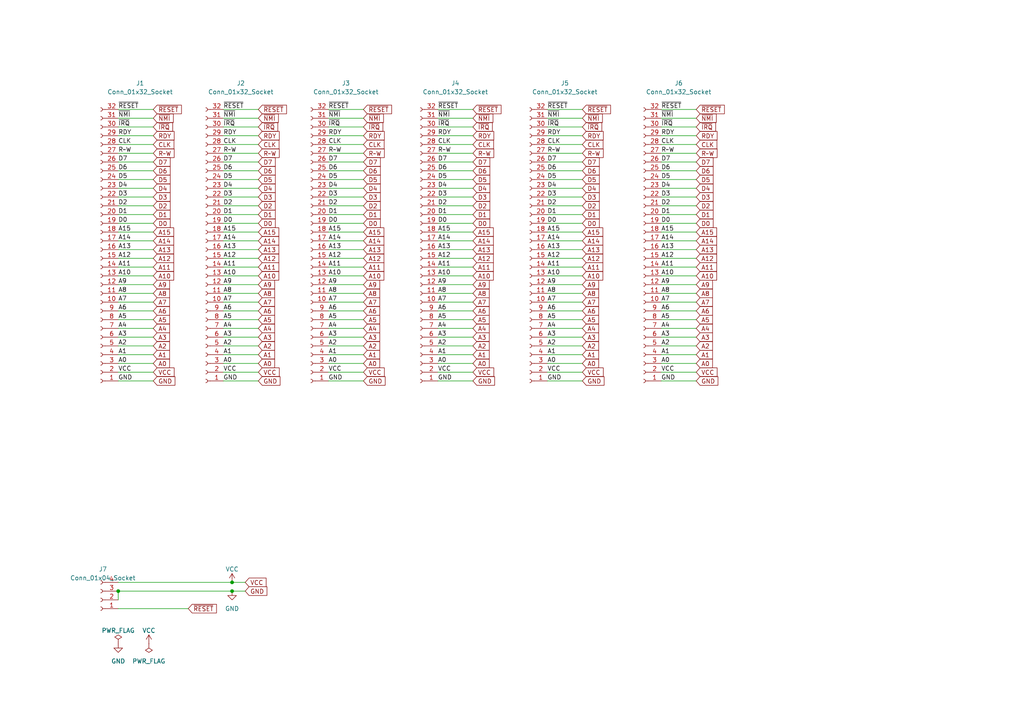
<source format=kicad_sch>
(kicad_sch (version 20230121) (generator eeschema)

  (uuid e63e39d7-6ac0-4ffd-8aa3-1841a4541b55)

  (paper "A4")

  (lib_symbols
    (symbol "Connector:Conn_01x04_Socket" (pin_names (offset 1.016) hide) (in_bom yes) (on_board yes)
      (property "Reference" "J" (at 0 5.08 0)
        (effects (font (size 1.27 1.27)))
      )
      (property "Value" "Conn_01x04_Socket" (at 0 -7.62 0)
        (effects (font (size 1.27 1.27)))
      )
      (property "Footprint" "" (at 0 0 0)
        (effects (font (size 1.27 1.27)) hide)
      )
      (property "Datasheet" "~" (at 0 0 0)
        (effects (font (size 1.27 1.27)) hide)
      )
      (property "ki_locked" "" (at 0 0 0)
        (effects (font (size 1.27 1.27)))
      )
      (property "ki_keywords" "connector" (at 0 0 0)
        (effects (font (size 1.27 1.27)) hide)
      )
      (property "ki_description" "Generic connector, single row, 01x04, script generated" (at 0 0 0)
        (effects (font (size 1.27 1.27)) hide)
      )
      (property "ki_fp_filters" "Connector*:*_1x??_*" (at 0 0 0)
        (effects (font (size 1.27 1.27)) hide)
      )
      (symbol "Conn_01x04_Socket_1_1"
        (arc (start 0 -4.572) (mid -0.5058 -5.08) (end 0 -5.588)
          (stroke (width 0.1524) (type default))
          (fill (type none))
        )
        (arc (start 0 -2.032) (mid -0.5058 -2.54) (end 0 -3.048)
          (stroke (width 0.1524) (type default))
          (fill (type none))
        )
        (polyline
          (pts
            (xy -1.27 -5.08)
            (xy -0.508 -5.08)
          )
          (stroke (width 0.1524) (type default))
          (fill (type none))
        )
        (polyline
          (pts
            (xy -1.27 -2.54)
            (xy -0.508 -2.54)
          )
          (stroke (width 0.1524) (type default))
          (fill (type none))
        )
        (polyline
          (pts
            (xy -1.27 0)
            (xy -0.508 0)
          )
          (stroke (width 0.1524) (type default))
          (fill (type none))
        )
        (polyline
          (pts
            (xy -1.27 2.54)
            (xy -0.508 2.54)
          )
          (stroke (width 0.1524) (type default))
          (fill (type none))
        )
        (arc (start 0 0.508) (mid -0.5058 0) (end 0 -0.508)
          (stroke (width 0.1524) (type default))
          (fill (type none))
        )
        (arc (start 0 3.048) (mid -0.5058 2.54) (end 0 2.032)
          (stroke (width 0.1524) (type default))
          (fill (type none))
        )
        (pin passive line (at -5.08 2.54 0) (length 3.81)
          (name "Pin_1" (effects (font (size 1.27 1.27))))
          (number "1" (effects (font (size 1.27 1.27))))
        )
        (pin passive line (at -5.08 0 0) (length 3.81)
          (name "Pin_2" (effects (font (size 1.27 1.27))))
          (number "2" (effects (font (size 1.27 1.27))))
        )
        (pin passive line (at -5.08 -2.54 0) (length 3.81)
          (name "Pin_3" (effects (font (size 1.27 1.27))))
          (number "3" (effects (font (size 1.27 1.27))))
        )
        (pin passive line (at -5.08 -5.08 0) (length 3.81)
          (name "Pin_4" (effects (font (size 1.27 1.27))))
          (number "4" (effects (font (size 1.27 1.27))))
        )
      )
    )
    (symbol "Connector:Conn_01x32_Socket" (pin_names (offset 1.016) hide) (in_bom yes) (on_board yes)
      (property "Reference" "J" (at 0 40.64 0)
        (effects (font (size 1.27 1.27)))
      )
      (property "Value" "Conn_01x32_Socket" (at 0 -43.18 0)
        (effects (font (size 1.27 1.27)))
      )
      (property "Footprint" "" (at 0 0 0)
        (effects (font (size 1.27 1.27)) hide)
      )
      (property "Datasheet" "~" (at 0 0 0)
        (effects (font (size 1.27 1.27)) hide)
      )
      (property "ki_locked" "" (at 0 0 0)
        (effects (font (size 1.27 1.27)))
      )
      (property "ki_keywords" "connector" (at 0 0 0)
        (effects (font (size 1.27 1.27)) hide)
      )
      (property "ki_description" "Generic connector, single row, 01x32, script generated" (at 0 0 0)
        (effects (font (size 1.27 1.27)) hide)
      )
      (property "ki_fp_filters" "Connector*:*_1x??_*" (at 0 0 0)
        (effects (font (size 1.27 1.27)) hide)
      )
      (symbol "Conn_01x32_Socket_1_1"
        (arc (start 0 -40.132) (mid -0.5058 -40.64) (end 0 -41.148)
          (stroke (width 0.1524) (type default))
          (fill (type none))
        )
        (arc (start 0 -37.592) (mid -0.5058 -38.1) (end 0 -38.608)
          (stroke (width 0.1524) (type default))
          (fill (type none))
        )
        (arc (start 0 -35.052) (mid -0.5058 -35.56) (end 0 -36.068)
          (stroke (width 0.1524) (type default))
          (fill (type none))
        )
        (arc (start 0 -32.512) (mid -0.5058 -33.02) (end 0 -33.528)
          (stroke (width 0.1524) (type default))
          (fill (type none))
        )
        (arc (start 0 -29.972) (mid -0.5058 -30.48) (end 0 -30.988)
          (stroke (width 0.1524) (type default))
          (fill (type none))
        )
        (arc (start 0 -27.432) (mid -0.5058 -27.94) (end 0 -28.448)
          (stroke (width 0.1524) (type default))
          (fill (type none))
        )
        (arc (start 0 -24.892) (mid -0.5058 -25.4) (end 0 -25.908)
          (stroke (width 0.1524) (type default))
          (fill (type none))
        )
        (arc (start 0 -22.352) (mid -0.5058 -22.86) (end 0 -23.368)
          (stroke (width 0.1524) (type default))
          (fill (type none))
        )
        (arc (start 0 -19.812) (mid -0.5058 -20.32) (end 0 -20.828)
          (stroke (width 0.1524) (type default))
          (fill (type none))
        )
        (arc (start 0 -17.272) (mid -0.5058 -17.78) (end 0 -18.288)
          (stroke (width 0.1524) (type default))
          (fill (type none))
        )
        (arc (start 0 -14.732) (mid -0.5058 -15.24) (end 0 -15.748)
          (stroke (width 0.1524) (type default))
          (fill (type none))
        )
        (arc (start 0 -12.192) (mid -0.5058 -12.7) (end 0 -13.208)
          (stroke (width 0.1524) (type default))
          (fill (type none))
        )
        (arc (start 0 -9.652) (mid -0.5058 -10.16) (end 0 -10.668)
          (stroke (width 0.1524) (type default))
          (fill (type none))
        )
        (arc (start 0 -7.112) (mid -0.5058 -7.62) (end 0 -8.128)
          (stroke (width 0.1524) (type default))
          (fill (type none))
        )
        (arc (start 0 -4.572) (mid -0.5058 -5.08) (end 0 -5.588)
          (stroke (width 0.1524) (type default))
          (fill (type none))
        )
        (arc (start 0 -2.032) (mid -0.5058 -2.54) (end 0 -3.048)
          (stroke (width 0.1524) (type default))
          (fill (type none))
        )
        (polyline
          (pts
            (xy -1.27 -40.64)
            (xy -0.508 -40.64)
          )
          (stroke (width 0.1524) (type default))
          (fill (type none))
        )
        (polyline
          (pts
            (xy -1.27 -38.1)
            (xy -0.508 -38.1)
          )
          (stroke (width 0.1524) (type default))
          (fill (type none))
        )
        (polyline
          (pts
            (xy -1.27 -35.56)
            (xy -0.508 -35.56)
          )
          (stroke (width 0.1524) (type default))
          (fill (type none))
        )
        (polyline
          (pts
            (xy -1.27 -33.02)
            (xy -0.508 -33.02)
          )
          (stroke (width 0.1524) (type default))
          (fill (type none))
        )
        (polyline
          (pts
            (xy -1.27 -30.48)
            (xy -0.508 -30.48)
          )
          (stroke (width 0.1524) (type default))
          (fill (type none))
        )
        (polyline
          (pts
            (xy -1.27 -27.94)
            (xy -0.508 -27.94)
          )
          (stroke (width 0.1524) (type default))
          (fill (type none))
        )
        (polyline
          (pts
            (xy -1.27 -25.4)
            (xy -0.508 -25.4)
          )
          (stroke (width 0.1524) (type default))
          (fill (type none))
        )
        (polyline
          (pts
            (xy -1.27 -22.86)
            (xy -0.508 -22.86)
          )
          (stroke (width 0.1524) (type default))
          (fill (type none))
        )
        (polyline
          (pts
            (xy -1.27 -20.32)
            (xy -0.508 -20.32)
          )
          (stroke (width 0.1524) (type default))
          (fill (type none))
        )
        (polyline
          (pts
            (xy -1.27 -17.78)
            (xy -0.508 -17.78)
          )
          (stroke (width 0.1524) (type default))
          (fill (type none))
        )
        (polyline
          (pts
            (xy -1.27 -15.24)
            (xy -0.508 -15.24)
          )
          (stroke (width 0.1524) (type default))
          (fill (type none))
        )
        (polyline
          (pts
            (xy -1.27 -12.7)
            (xy -0.508 -12.7)
          )
          (stroke (width 0.1524) (type default))
          (fill (type none))
        )
        (polyline
          (pts
            (xy -1.27 -10.16)
            (xy -0.508 -10.16)
          )
          (stroke (width 0.1524) (type default))
          (fill (type none))
        )
        (polyline
          (pts
            (xy -1.27 -7.62)
            (xy -0.508 -7.62)
          )
          (stroke (width 0.1524) (type default))
          (fill (type none))
        )
        (polyline
          (pts
            (xy -1.27 -5.08)
            (xy -0.508 -5.08)
          )
          (stroke (width 0.1524) (type default))
          (fill (type none))
        )
        (polyline
          (pts
            (xy -1.27 -2.54)
            (xy -0.508 -2.54)
          )
          (stroke (width 0.1524) (type default))
          (fill (type none))
        )
        (polyline
          (pts
            (xy -1.27 0)
            (xy -0.508 0)
          )
          (stroke (width 0.1524) (type default))
          (fill (type none))
        )
        (polyline
          (pts
            (xy -1.27 2.54)
            (xy -0.508 2.54)
          )
          (stroke (width 0.1524) (type default))
          (fill (type none))
        )
        (polyline
          (pts
            (xy -1.27 5.08)
            (xy -0.508 5.08)
          )
          (stroke (width 0.1524) (type default))
          (fill (type none))
        )
        (polyline
          (pts
            (xy -1.27 7.62)
            (xy -0.508 7.62)
          )
          (stroke (width 0.1524) (type default))
          (fill (type none))
        )
        (polyline
          (pts
            (xy -1.27 10.16)
            (xy -0.508 10.16)
          )
          (stroke (width 0.1524) (type default))
          (fill (type none))
        )
        (polyline
          (pts
            (xy -1.27 12.7)
            (xy -0.508 12.7)
          )
          (stroke (width 0.1524) (type default))
          (fill (type none))
        )
        (polyline
          (pts
            (xy -1.27 15.24)
            (xy -0.508 15.24)
          )
          (stroke (width 0.1524) (type default))
          (fill (type none))
        )
        (polyline
          (pts
            (xy -1.27 17.78)
            (xy -0.508 17.78)
          )
          (stroke (width 0.1524) (type default))
          (fill (type none))
        )
        (polyline
          (pts
            (xy -1.27 20.32)
            (xy -0.508 20.32)
          )
          (stroke (width 0.1524) (type default))
          (fill (type none))
        )
        (polyline
          (pts
            (xy -1.27 22.86)
            (xy -0.508 22.86)
          )
          (stroke (width 0.1524) (type default))
          (fill (type none))
        )
        (polyline
          (pts
            (xy -1.27 25.4)
            (xy -0.508 25.4)
          )
          (stroke (width 0.1524) (type default))
          (fill (type none))
        )
        (polyline
          (pts
            (xy -1.27 27.94)
            (xy -0.508 27.94)
          )
          (stroke (width 0.1524) (type default))
          (fill (type none))
        )
        (polyline
          (pts
            (xy -1.27 30.48)
            (xy -0.508 30.48)
          )
          (stroke (width 0.1524) (type default))
          (fill (type none))
        )
        (polyline
          (pts
            (xy -1.27 33.02)
            (xy -0.508 33.02)
          )
          (stroke (width 0.1524) (type default))
          (fill (type none))
        )
        (polyline
          (pts
            (xy -1.27 35.56)
            (xy -0.508 35.56)
          )
          (stroke (width 0.1524) (type default))
          (fill (type none))
        )
        (polyline
          (pts
            (xy -1.27 38.1)
            (xy -0.508 38.1)
          )
          (stroke (width 0.1524) (type default))
          (fill (type none))
        )
        (arc (start 0 0.508) (mid -0.5058 0) (end 0 -0.508)
          (stroke (width 0.1524) (type default))
          (fill (type none))
        )
        (arc (start 0 3.048) (mid -0.5058 2.54) (end 0 2.032)
          (stroke (width 0.1524) (type default))
          (fill (type none))
        )
        (arc (start 0 5.588) (mid -0.5058 5.08) (end 0 4.572)
          (stroke (width 0.1524) (type default))
          (fill (type none))
        )
        (arc (start 0 8.128) (mid -0.5058 7.62) (end 0 7.112)
          (stroke (width 0.1524) (type default))
          (fill (type none))
        )
        (arc (start 0 10.668) (mid -0.5058 10.16) (end 0 9.652)
          (stroke (width 0.1524) (type default))
          (fill (type none))
        )
        (arc (start 0 13.208) (mid -0.5058 12.7) (end 0 12.192)
          (stroke (width 0.1524) (type default))
          (fill (type none))
        )
        (arc (start 0 15.748) (mid -0.5058 15.24) (end 0 14.732)
          (stroke (width 0.1524) (type default))
          (fill (type none))
        )
        (arc (start 0 18.288) (mid -0.5058 17.78) (end 0 17.272)
          (stroke (width 0.1524) (type default))
          (fill (type none))
        )
        (arc (start 0 20.828) (mid -0.5058 20.32) (end 0 19.812)
          (stroke (width 0.1524) (type default))
          (fill (type none))
        )
        (arc (start 0 23.368) (mid -0.5058 22.86) (end 0 22.352)
          (stroke (width 0.1524) (type default))
          (fill (type none))
        )
        (arc (start 0 25.908) (mid -0.5058 25.4) (end 0 24.892)
          (stroke (width 0.1524) (type default))
          (fill (type none))
        )
        (arc (start 0 28.448) (mid -0.5058 27.94) (end 0 27.432)
          (stroke (width 0.1524) (type default))
          (fill (type none))
        )
        (arc (start 0 30.988) (mid -0.5058 30.48) (end 0 29.972)
          (stroke (width 0.1524) (type default))
          (fill (type none))
        )
        (arc (start 0 33.528) (mid -0.5058 33.02) (end 0 32.512)
          (stroke (width 0.1524) (type default))
          (fill (type none))
        )
        (arc (start 0 36.068) (mid -0.5058 35.56) (end 0 35.052)
          (stroke (width 0.1524) (type default))
          (fill (type none))
        )
        (arc (start 0 38.608) (mid -0.5058 38.1) (end 0 37.592)
          (stroke (width 0.1524) (type default))
          (fill (type none))
        )
        (pin passive line (at -5.08 38.1 0) (length 3.81)
          (name "Pin_1" (effects (font (size 1.27 1.27))))
          (number "1" (effects (font (size 1.27 1.27))))
        )
        (pin passive line (at -5.08 15.24 0) (length 3.81)
          (name "Pin_10" (effects (font (size 1.27 1.27))))
          (number "10" (effects (font (size 1.27 1.27))))
        )
        (pin passive line (at -5.08 12.7 0) (length 3.81)
          (name "Pin_11" (effects (font (size 1.27 1.27))))
          (number "11" (effects (font (size 1.27 1.27))))
        )
        (pin passive line (at -5.08 10.16 0) (length 3.81)
          (name "Pin_12" (effects (font (size 1.27 1.27))))
          (number "12" (effects (font (size 1.27 1.27))))
        )
        (pin passive line (at -5.08 7.62 0) (length 3.81)
          (name "Pin_13" (effects (font (size 1.27 1.27))))
          (number "13" (effects (font (size 1.27 1.27))))
        )
        (pin passive line (at -5.08 5.08 0) (length 3.81)
          (name "Pin_14" (effects (font (size 1.27 1.27))))
          (number "14" (effects (font (size 1.27 1.27))))
        )
        (pin passive line (at -5.08 2.54 0) (length 3.81)
          (name "Pin_15" (effects (font (size 1.27 1.27))))
          (number "15" (effects (font (size 1.27 1.27))))
        )
        (pin passive line (at -5.08 0 0) (length 3.81)
          (name "Pin_16" (effects (font (size 1.27 1.27))))
          (number "16" (effects (font (size 1.27 1.27))))
        )
        (pin passive line (at -5.08 -2.54 0) (length 3.81)
          (name "Pin_17" (effects (font (size 1.27 1.27))))
          (number "17" (effects (font (size 1.27 1.27))))
        )
        (pin passive line (at -5.08 -5.08 0) (length 3.81)
          (name "Pin_18" (effects (font (size 1.27 1.27))))
          (number "18" (effects (font (size 1.27 1.27))))
        )
        (pin passive line (at -5.08 -7.62 0) (length 3.81)
          (name "Pin_19" (effects (font (size 1.27 1.27))))
          (number "19" (effects (font (size 1.27 1.27))))
        )
        (pin passive line (at -5.08 35.56 0) (length 3.81)
          (name "Pin_2" (effects (font (size 1.27 1.27))))
          (number "2" (effects (font (size 1.27 1.27))))
        )
        (pin passive line (at -5.08 -10.16 0) (length 3.81)
          (name "Pin_20" (effects (font (size 1.27 1.27))))
          (number "20" (effects (font (size 1.27 1.27))))
        )
        (pin passive line (at -5.08 -12.7 0) (length 3.81)
          (name "Pin_21" (effects (font (size 1.27 1.27))))
          (number "21" (effects (font (size 1.27 1.27))))
        )
        (pin passive line (at -5.08 -15.24 0) (length 3.81)
          (name "Pin_22" (effects (font (size 1.27 1.27))))
          (number "22" (effects (font (size 1.27 1.27))))
        )
        (pin passive line (at -5.08 -17.78 0) (length 3.81)
          (name "Pin_23" (effects (font (size 1.27 1.27))))
          (number "23" (effects (font (size 1.27 1.27))))
        )
        (pin passive line (at -5.08 -20.32 0) (length 3.81)
          (name "Pin_24" (effects (font (size 1.27 1.27))))
          (number "24" (effects (font (size 1.27 1.27))))
        )
        (pin passive line (at -5.08 -22.86 0) (length 3.81)
          (name "Pin_25" (effects (font (size 1.27 1.27))))
          (number "25" (effects (font (size 1.27 1.27))))
        )
        (pin passive line (at -5.08 -25.4 0) (length 3.81)
          (name "Pin_26" (effects (font (size 1.27 1.27))))
          (number "26" (effects (font (size 1.27 1.27))))
        )
        (pin passive line (at -5.08 -27.94 0) (length 3.81)
          (name "Pin_27" (effects (font (size 1.27 1.27))))
          (number "27" (effects (font (size 1.27 1.27))))
        )
        (pin passive line (at -5.08 -30.48 0) (length 3.81)
          (name "Pin_28" (effects (font (size 1.27 1.27))))
          (number "28" (effects (font (size 1.27 1.27))))
        )
        (pin passive line (at -5.08 -33.02 0) (length 3.81)
          (name "Pin_29" (effects (font (size 1.27 1.27))))
          (number "29" (effects (font (size 1.27 1.27))))
        )
        (pin passive line (at -5.08 33.02 0) (length 3.81)
          (name "Pin_3" (effects (font (size 1.27 1.27))))
          (number "3" (effects (font (size 1.27 1.27))))
        )
        (pin passive line (at -5.08 -35.56 0) (length 3.81)
          (name "Pin_30" (effects (font (size 1.27 1.27))))
          (number "30" (effects (font (size 1.27 1.27))))
        )
        (pin passive line (at -5.08 -38.1 0) (length 3.81)
          (name "Pin_31" (effects (font (size 1.27 1.27))))
          (number "31" (effects (font (size 1.27 1.27))))
        )
        (pin passive line (at -5.08 -40.64 0) (length 3.81)
          (name "Pin_32" (effects (font (size 1.27 1.27))))
          (number "32" (effects (font (size 1.27 1.27))))
        )
        (pin passive line (at -5.08 30.48 0) (length 3.81)
          (name "Pin_4" (effects (font (size 1.27 1.27))))
          (number "4" (effects (font (size 1.27 1.27))))
        )
        (pin passive line (at -5.08 27.94 0) (length 3.81)
          (name "Pin_5" (effects (font (size 1.27 1.27))))
          (number "5" (effects (font (size 1.27 1.27))))
        )
        (pin passive line (at -5.08 25.4 0) (length 3.81)
          (name "Pin_6" (effects (font (size 1.27 1.27))))
          (number "6" (effects (font (size 1.27 1.27))))
        )
        (pin passive line (at -5.08 22.86 0) (length 3.81)
          (name "Pin_7" (effects (font (size 1.27 1.27))))
          (number "7" (effects (font (size 1.27 1.27))))
        )
        (pin passive line (at -5.08 20.32 0) (length 3.81)
          (name "Pin_8" (effects (font (size 1.27 1.27))))
          (number "8" (effects (font (size 1.27 1.27))))
        )
        (pin passive line (at -5.08 17.78 0) (length 3.81)
          (name "Pin_9" (effects (font (size 1.27 1.27))))
          (number "9" (effects (font (size 1.27 1.27))))
        )
      )
    )
    (symbol "power:GND" (power) (pin_names (offset 0)) (in_bom yes) (on_board yes)
      (property "Reference" "#PWR" (at 0 -6.35 0)
        (effects (font (size 1.27 1.27)) hide)
      )
      (property "Value" "GND" (at 0 -3.81 0)
        (effects (font (size 1.27 1.27)))
      )
      (property "Footprint" "" (at 0 0 0)
        (effects (font (size 1.27 1.27)) hide)
      )
      (property "Datasheet" "" (at 0 0 0)
        (effects (font (size 1.27 1.27)) hide)
      )
      (property "ki_keywords" "global power" (at 0 0 0)
        (effects (font (size 1.27 1.27)) hide)
      )
      (property "ki_description" "Power symbol creates a global label with name \"GND\" , ground" (at 0 0 0)
        (effects (font (size 1.27 1.27)) hide)
      )
      (symbol "GND_0_1"
        (polyline
          (pts
            (xy 0 0)
            (xy 0 -1.27)
            (xy 1.27 -1.27)
            (xy 0 -2.54)
            (xy -1.27 -1.27)
            (xy 0 -1.27)
          )
          (stroke (width 0) (type default))
          (fill (type none))
        )
      )
      (symbol "GND_1_1"
        (pin power_in line (at 0 0 270) (length 0) hide
          (name "GND" (effects (font (size 1.27 1.27))))
          (number "1" (effects (font (size 1.27 1.27))))
        )
      )
    )
    (symbol "power:PWR_FLAG" (power) (pin_numbers hide) (pin_names (offset 0) hide) (in_bom yes) (on_board yes)
      (property "Reference" "#FLG" (at 0 1.905 0)
        (effects (font (size 1.27 1.27)) hide)
      )
      (property "Value" "PWR_FLAG" (at 0 3.81 0)
        (effects (font (size 1.27 1.27)))
      )
      (property "Footprint" "" (at 0 0 0)
        (effects (font (size 1.27 1.27)) hide)
      )
      (property "Datasheet" "~" (at 0 0 0)
        (effects (font (size 1.27 1.27)) hide)
      )
      (property "ki_keywords" "flag power" (at 0 0 0)
        (effects (font (size 1.27 1.27)) hide)
      )
      (property "ki_description" "Special symbol for telling ERC where power comes from" (at 0 0 0)
        (effects (font (size 1.27 1.27)) hide)
      )
      (symbol "PWR_FLAG_0_0"
        (pin power_out line (at 0 0 90) (length 0)
          (name "pwr" (effects (font (size 1.27 1.27))))
          (number "1" (effects (font (size 1.27 1.27))))
        )
      )
      (symbol "PWR_FLAG_0_1"
        (polyline
          (pts
            (xy 0 0)
            (xy 0 1.27)
            (xy -1.016 1.905)
            (xy 0 2.54)
            (xy 1.016 1.905)
            (xy 0 1.27)
          )
          (stroke (width 0) (type default))
          (fill (type none))
        )
      )
    )
    (symbol "power:VCC" (power) (pin_names (offset 0)) (in_bom yes) (on_board yes)
      (property "Reference" "#PWR" (at 0 -3.81 0)
        (effects (font (size 1.27 1.27)) hide)
      )
      (property "Value" "VCC" (at 0 3.81 0)
        (effects (font (size 1.27 1.27)))
      )
      (property "Footprint" "" (at 0 0 0)
        (effects (font (size 1.27 1.27)) hide)
      )
      (property "Datasheet" "" (at 0 0 0)
        (effects (font (size 1.27 1.27)) hide)
      )
      (property "ki_keywords" "global power" (at 0 0 0)
        (effects (font (size 1.27 1.27)) hide)
      )
      (property "ki_description" "Power symbol creates a global label with name \"VCC\"" (at 0 0 0)
        (effects (font (size 1.27 1.27)) hide)
      )
      (symbol "VCC_0_1"
        (polyline
          (pts
            (xy -0.762 1.27)
            (xy 0 2.54)
          )
          (stroke (width 0) (type default))
          (fill (type none))
        )
        (polyline
          (pts
            (xy 0 0)
            (xy 0 2.54)
          )
          (stroke (width 0) (type default))
          (fill (type none))
        )
        (polyline
          (pts
            (xy 0 2.54)
            (xy 0.762 1.27)
          )
          (stroke (width 0) (type default))
          (fill (type none))
        )
      )
      (symbol "VCC_1_1"
        (pin power_in line (at 0 0 90) (length 0) hide
          (name "VCC" (effects (font (size 1.27 1.27))))
          (number "1" (effects (font (size 1.27 1.27))))
        )
      )
    )
  )

  (junction (at 34.29 171.45) (diameter 0) (color 0 0 0 0)
    (uuid 1b7b9f83-11c1-4f88-8613-8b9c3d3cf852)
  )
  (junction (at 67.31 168.91) (diameter 0) (color 0 0 0 0)
    (uuid 2caefbec-7976-4362-a529-c52997423a55)
  )
  (junction (at 67.31 171.45) (diameter 0) (color 0 0 0 0)
    (uuid 469a5e90-26c0-40ac-b313-efae3fee7341)
  )

  (wire (pts (xy 191.77 110.49) (xy 201.93 110.49))
    (stroke (width 0) (type default))
    (uuid 001f0bc2-2a5c-4e9f-a4b1-5bec10ef1a9b)
  )
  (wire (pts (xy 34.29 52.07) (xy 44.45 52.07))
    (stroke (width 0) (type default))
    (uuid 002e3f7f-a6d1-4888-8053-23cefbe2d6c4)
  )
  (wire (pts (xy 191.77 105.41) (xy 201.93 105.41))
    (stroke (width 0) (type default))
    (uuid 01472d1d-8fd9-4e80-985a-deb6cabe6917)
  )
  (wire (pts (xy 34.29 107.95) (xy 44.45 107.95))
    (stroke (width 0) (type default))
    (uuid 01a620f0-684c-4627-ac53-727b1b2d8c12)
  )
  (wire (pts (xy 191.77 34.29) (xy 201.93 34.29))
    (stroke (width 0) (type default))
    (uuid 0286f6e1-64e2-46c8-8bcb-cdd8fef2b1b2)
  )
  (wire (pts (xy 95.25 85.09) (xy 105.41 85.09))
    (stroke (width 0) (type default))
    (uuid 03359fd3-7654-4aa1-8654-a8c0bb9a6958)
  )
  (wire (pts (xy 127 67.31) (xy 137.16 67.31))
    (stroke (width 0) (type default))
    (uuid 06052ec8-f477-40ac-8123-df55de8835ce)
  )
  (wire (pts (xy 34.29 171.45) (xy 34.29 173.99))
    (stroke (width 0) (type default))
    (uuid 062fc546-e049-40e6-b0f0-457f4fdf25e9)
  )
  (wire (pts (xy 191.77 67.31) (xy 201.93 67.31))
    (stroke (width 0) (type default))
    (uuid 06318f2f-1f11-4e39-b513-ea32f614d918)
  )
  (wire (pts (xy 158.75 62.23) (xy 168.91 62.23))
    (stroke (width 0) (type default))
    (uuid 0a3592e6-eddc-4d46-8682-904134097efa)
  )
  (wire (pts (xy 191.77 92.71) (xy 201.93 92.71))
    (stroke (width 0) (type default))
    (uuid 0b05943e-98bd-4622-b454-32dd05ddbc3f)
  )
  (wire (pts (xy 95.25 52.07) (xy 105.41 52.07))
    (stroke (width 0) (type default))
    (uuid 0c0ad5b5-ead3-40a6-8ff1-deffd90dd155)
  )
  (wire (pts (xy 127 97.79) (xy 137.16 97.79))
    (stroke (width 0) (type default))
    (uuid 102faa8d-0bf9-42aa-81ea-89cc42e3c3a3)
  )
  (wire (pts (xy 64.77 44.45) (xy 74.93 44.45))
    (stroke (width 0) (type default))
    (uuid 11be8be0-e021-4b44-9961-9ea49e3f3aad)
  )
  (wire (pts (xy 34.29 44.45) (xy 44.45 44.45))
    (stroke (width 0) (type default))
    (uuid 1205247e-6150-4533-a9e9-ef65bf08dfaa)
  )
  (wire (pts (xy 95.25 54.61) (xy 105.41 54.61))
    (stroke (width 0) (type default))
    (uuid 12a1973f-c24d-4bc4-b37a-6e88c55ca6b4)
  )
  (wire (pts (xy 158.75 67.31) (xy 168.91 67.31))
    (stroke (width 0) (type default))
    (uuid 1605a67f-2606-4b44-8f5a-52af4742b00c)
  )
  (wire (pts (xy 158.75 31.75) (xy 168.91 31.75))
    (stroke (width 0) (type default))
    (uuid 18789d8f-d87c-4b66-a2e1-c0da5cc895c8)
  )
  (wire (pts (xy 95.25 57.15) (xy 105.41 57.15))
    (stroke (width 0) (type default))
    (uuid 187ffb8e-8c9b-4a53-b098-d101df92e314)
  )
  (wire (pts (xy 158.75 44.45) (xy 168.91 44.45))
    (stroke (width 0) (type default))
    (uuid 1b722c80-44e2-4d97-ba80-ad1535b94e25)
  )
  (wire (pts (xy 191.77 36.83) (xy 201.93 36.83))
    (stroke (width 0) (type default))
    (uuid 1bb4be37-4b1e-4168-8883-4f5eb4963fe0)
  )
  (wire (pts (xy 95.25 59.69) (xy 105.41 59.69))
    (stroke (width 0) (type default))
    (uuid 22ca2183-4b96-4038-ad65-c0b44c4aab6a)
  )
  (wire (pts (xy 127 36.83) (xy 137.16 36.83))
    (stroke (width 0) (type default))
    (uuid 23b72e93-d19c-4e3a-a1b8-7e08881cc552)
  )
  (wire (pts (xy 158.75 82.55) (xy 168.91 82.55))
    (stroke (width 0) (type default))
    (uuid 27b2d611-c855-4d8d-8a8a-e2c9ef50fba1)
  )
  (wire (pts (xy 95.25 49.53) (xy 105.41 49.53))
    (stroke (width 0) (type default))
    (uuid 2b1d2368-8700-479f-8963-e1bb26b6f173)
  )
  (wire (pts (xy 34.29 176.53) (xy 54.61 176.53))
    (stroke (width 0) (type default))
    (uuid 2b9c3cbd-da0d-4fb2-b304-c83f6f475e8d)
  )
  (wire (pts (xy 64.77 72.39) (xy 74.93 72.39))
    (stroke (width 0) (type default))
    (uuid 2cac8e72-8264-4b15-bb95-768f2f685ae5)
  )
  (wire (pts (xy 34.29 59.69) (xy 44.45 59.69))
    (stroke (width 0) (type default))
    (uuid 2e837805-1de3-4922-a8d3-de0e68fd6fc2)
  )
  (wire (pts (xy 158.75 102.87) (xy 168.91 102.87))
    (stroke (width 0) (type default))
    (uuid 2e89a33f-cb1c-4fc4-a872-eeb02b28dd6e)
  )
  (wire (pts (xy 127 74.93) (xy 137.16 74.93))
    (stroke (width 0) (type default))
    (uuid 2f43a532-e2c0-44a8-93bd-7c1c86b67ff1)
  )
  (wire (pts (xy 191.77 90.17) (xy 201.93 90.17))
    (stroke (width 0) (type default))
    (uuid 301c997e-0481-4c83-b9b7-d9681aa63f4d)
  )
  (wire (pts (xy 158.75 69.85) (xy 168.91 69.85))
    (stroke (width 0) (type default))
    (uuid 3319004f-4000-4988-9a23-cae96e474bfb)
  )
  (wire (pts (xy 191.77 107.95) (xy 201.93 107.95))
    (stroke (width 0) (type default))
    (uuid 351fee74-69af-498a-84a2-e14070b9eb52)
  )
  (wire (pts (xy 127 95.25) (xy 137.16 95.25))
    (stroke (width 0) (type default))
    (uuid 355727b5-8482-48da-a564-1e8653e5dd44)
  )
  (wire (pts (xy 34.29 105.41) (xy 44.45 105.41))
    (stroke (width 0) (type default))
    (uuid 367273d3-9a7f-4dff-97dc-2caa78c82f85)
  )
  (wire (pts (xy 67.31 168.91) (xy 71.12 168.91))
    (stroke (width 0) (type default))
    (uuid 390336da-0120-43b6-90c6-da11131218c9)
  )
  (wire (pts (xy 34.29 77.47) (xy 44.45 77.47))
    (stroke (width 0) (type default))
    (uuid 39298a04-2f48-4638-8572-9288b7a8a210)
  )
  (wire (pts (xy 191.77 97.79) (xy 201.93 97.79))
    (stroke (width 0) (type default))
    (uuid 39709e0e-e079-4db7-b201-ac7da0b70888)
  )
  (wire (pts (xy 34.29 72.39) (xy 44.45 72.39))
    (stroke (width 0) (type default))
    (uuid 39fc2ca5-f2dc-4e9d-940c-ad25495b44d1)
  )
  (wire (pts (xy 158.75 57.15) (xy 168.91 57.15))
    (stroke (width 0) (type default))
    (uuid 3ae4bee1-86d4-4a8a-a39d-7c09bb49d9b0)
  )
  (wire (pts (xy 64.77 67.31) (xy 74.93 67.31))
    (stroke (width 0) (type default))
    (uuid 3bb71db6-33ae-4231-b62f-de364c5a0952)
  )
  (wire (pts (xy 34.29 31.75) (xy 44.45 31.75))
    (stroke (width 0) (type default))
    (uuid 3c3e518d-15b9-4dd7-a80a-60e5e24da2c8)
  )
  (wire (pts (xy 127 49.53) (xy 137.16 49.53))
    (stroke (width 0) (type default))
    (uuid 3e094aa1-a297-42a0-b5c5-5c1e28ab8301)
  )
  (wire (pts (xy 127 82.55) (xy 137.16 82.55))
    (stroke (width 0) (type default))
    (uuid 3e1c3ef1-9870-4cc5-b322-e90225b2c39b)
  )
  (wire (pts (xy 34.29 62.23) (xy 44.45 62.23))
    (stroke (width 0) (type default))
    (uuid 41759af0-e06c-4a71-b2e2-f501977912ab)
  )
  (wire (pts (xy 64.77 64.77) (xy 74.93 64.77))
    (stroke (width 0) (type default))
    (uuid 42183673-dcae-4fd1-a754-c9bc501d5ebb)
  )
  (wire (pts (xy 158.75 34.29) (xy 168.91 34.29))
    (stroke (width 0) (type default))
    (uuid 42f82df0-0ae7-4d34-9700-0c60bb463cc1)
  )
  (wire (pts (xy 127 34.29) (xy 137.16 34.29))
    (stroke (width 0) (type default))
    (uuid 483b4f5d-3182-4c56-8de9-bafa3327cd98)
  )
  (wire (pts (xy 127 105.41) (xy 137.16 105.41))
    (stroke (width 0) (type default))
    (uuid 498c6bcd-9305-4609-89d2-ddb754877ed3)
  )
  (wire (pts (xy 95.25 110.49) (xy 105.41 110.49))
    (stroke (width 0) (type default))
    (uuid 4a4c18e6-717b-47ed-8f68-970219ff540d)
  )
  (wire (pts (xy 95.25 41.91) (xy 105.41 41.91))
    (stroke (width 0) (type default))
    (uuid 4a66afb4-ba7d-4d80-a971-dc80d57a3c31)
  )
  (wire (pts (xy 64.77 90.17) (xy 74.93 90.17))
    (stroke (width 0) (type default))
    (uuid 4a724a60-4690-460b-b14e-9282506223a7)
  )
  (wire (pts (xy 191.77 59.69) (xy 201.93 59.69))
    (stroke (width 0) (type default))
    (uuid 4ac1fec1-f1ea-4174-9a35-258007f596f0)
  )
  (wire (pts (xy 95.25 90.17) (xy 105.41 90.17))
    (stroke (width 0) (type default))
    (uuid 4ba9ac8e-7def-47ba-b089-462568657dc9)
  )
  (wire (pts (xy 191.77 87.63) (xy 201.93 87.63))
    (stroke (width 0) (type default))
    (uuid 4d7254d7-887c-46f9-9bad-38768d854446)
  )
  (wire (pts (xy 191.77 64.77) (xy 201.93 64.77))
    (stroke (width 0) (type default))
    (uuid 4dee8fc0-ebef-4600-a099-765c780f55a4)
  )
  (wire (pts (xy 127 41.91) (xy 137.16 41.91))
    (stroke (width 0) (type default))
    (uuid 507319c0-c188-48f6-bca0-5727dfffef01)
  )
  (wire (pts (xy 127 102.87) (xy 137.16 102.87))
    (stroke (width 0) (type default))
    (uuid 56a0037c-35d4-4ee8-b728-65216b4ef9bd)
  )
  (wire (pts (xy 158.75 64.77) (xy 168.91 64.77))
    (stroke (width 0) (type default))
    (uuid 56af1426-11ca-46aa-9175-bec252e31e6f)
  )
  (wire (pts (xy 95.25 46.99) (xy 105.41 46.99))
    (stroke (width 0) (type default))
    (uuid 57b7df20-8ded-45e5-8be3-0837e292669a)
  )
  (wire (pts (xy 64.77 59.69) (xy 74.93 59.69))
    (stroke (width 0) (type default))
    (uuid 58d43533-b6d2-4e41-89d5-e692267cb615)
  )
  (wire (pts (xy 34.29 80.01) (xy 44.45 80.01))
    (stroke (width 0) (type default))
    (uuid 58e797a4-5ec7-4644-ac49-acc5c0b19a31)
  )
  (wire (pts (xy 95.25 77.47) (xy 105.41 77.47))
    (stroke (width 0) (type default))
    (uuid 5a5f44ee-247c-492e-9ce8-1eed66778f35)
  )
  (wire (pts (xy 127 57.15) (xy 137.16 57.15))
    (stroke (width 0) (type default))
    (uuid 5bde6ec9-d6e1-4cd8-9c11-32e66949b3b1)
  )
  (wire (pts (xy 158.75 95.25) (xy 168.91 95.25))
    (stroke (width 0) (type default))
    (uuid 5d141970-a149-4f25-99cb-31476b7c4a5d)
  )
  (wire (pts (xy 64.77 100.33) (xy 74.93 100.33))
    (stroke (width 0) (type default))
    (uuid 5d853d00-3e24-4be5-be9d-c0af0e6f4a9e)
  )
  (wire (pts (xy 191.77 95.25) (xy 201.93 95.25))
    (stroke (width 0) (type default))
    (uuid 5d94c46b-1633-41c1-9053-9470c8fb1f0f)
  )
  (wire (pts (xy 191.77 49.53) (xy 201.93 49.53))
    (stroke (width 0) (type default))
    (uuid 5e0431e0-5fd8-4233-bbc2-cdcfcfac7326)
  )
  (wire (pts (xy 34.29 49.53) (xy 44.45 49.53))
    (stroke (width 0) (type default))
    (uuid 5e12d478-c501-4abc-a65a-082f4bb6ea4c)
  )
  (wire (pts (xy 127 107.95) (xy 137.16 107.95))
    (stroke (width 0) (type default))
    (uuid 5f4ddcab-b305-420f-b0b8-ad5460d01c55)
  )
  (wire (pts (xy 127 52.07) (xy 137.16 52.07))
    (stroke (width 0) (type default))
    (uuid 5f80ffb7-1824-4eb9-a6ea-f25121dee652)
  )
  (wire (pts (xy 158.75 105.41) (xy 168.91 105.41))
    (stroke (width 0) (type default))
    (uuid 614d354d-b654-425e-8ed9-4529fcb3bf8c)
  )
  (wire (pts (xy 127 31.75) (xy 137.16 31.75))
    (stroke (width 0) (type default))
    (uuid 6196732e-b980-404c-acc7-beb2cd8ab87c)
  )
  (wire (pts (xy 34.29 171.45) (xy 67.31 171.45))
    (stroke (width 0) (type default))
    (uuid 61d54dbc-ce4c-40dd-910a-18bfb07e91b4)
  )
  (wire (pts (xy 95.25 74.93) (xy 105.41 74.93))
    (stroke (width 0) (type default))
    (uuid 61f34fb2-87a7-4552-81bd-34c7fcea8041)
  )
  (wire (pts (xy 158.75 54.61) (xy 168.91 54.61))
    (stroke (width 0) (type default))
    (uuid 62b3adce-543e-470c-a268-0495009783a4)
  )
  (wire (pts (xy 158.75 39.37) (xy 168.91 39.37))
    (stroke (width 0) (type default))
    (uuid 62f43c60-13c0-4eed-b154-5c6452c8fbb4)
  )
  (wire (pts (xy 64.77 102.87) (xy 74.93 102.87))
    (stroke (width 0) (type default))
    (uuid 64bc9581-cddc-4bb5-a361-055f72fbd40d)
  )
  (wire (pts (xy 95.25 87.63) (xy 105.41 87.63))
    (stroke (width 0) (type default))
    (uuid 6526b023-2389-447e-b8c2-d63daa94d6c3)
  )
  (wire (pts (xy 127 87.63) (xy 137.16 87.63))
    (stroke (width 0) (type default))
    (uuid 68444660-4d24-4b56-b347-cd294c5b870a)
  )
  (wire (pts (xy 158.75 46.99) (xy 168.91 46.99))
    (stroke (width 0) (type default))
    (uuid 68bb3ca9-57d4-4231-b1c4-90523ef7bc09)
  )
  (wire (pts (xy 95.25 64.77) (xy 105.41 64.77))
    (stroke (width 0) (type default))
    (uuid 696cf15b-7065-4ea6-a9bf-76413cbc5c7e)
  )
  (wire (pts (xy 127 59.69) (xy 137.16 59.69))
    (stroke (width 0) (type default))
    (uuid 6a3ba2fa-52d3-413f-ad6b-935bec823a0a)
  )
  (wire (pts (xy 64.77 110.49) (xy 74.93 110.49))
    (stroke (width 0) (type default))
    (uuid 6a60b6e8-6131-40e1-80c6-a2563410311c)
  )
  (wire (pts (xy 95.25 82.55) (xy 105.41 82.55))
    (stroke (width 0) (type default))
    (uuid 6aa02c51-a2d6-47e9-8391-a8ba1d79df4f)
  )
  (wire (pts (xy 95.25 67.31) (xy 105.41 67.31))
    (stroke (width 0) (type default))
    (uuid 6f2bd5b0-aa5c-4b82-a772-d21366f2d525)
  )
  (wire (pts (xy 95.25 31.75) (xy 105.41 31.75))
    (stroke (width 0) (type default))
    (uuid 6f32a3aa-a246-446f-80b2-2b6a44f96d95)
  )
  (wire (pts (xy 34.29 36.83) (xy 44.45 36.83))
    (stroke (width 0) (type default))
    (uuid 6f75ea4f-647c-4a28-b721-ee5075eff7b2)
  )
  (wire (pts (xy 191.77 46.99) (xy 201.93 46.99))
    (stroke (width 0) (type default))
    (uuid 6fd52c63-288c-4f05-a2e0-d92a3974192b)
  )
  (wire (pts (xy 64.77 41.91) (xy 74.93 41.91))
    (stroke (width 0) (type default))
    (uuid 7163b149-b1b2-4bd6-848e-87c935987e92)
  )
  (wire (pts (xy 34.29 64.77) (xy 44.45 64.77))
    (stroke (width 0) (type default))
    (uuid 72682451-4d76-4ac5-9e1d-42a1398f0467)
  )
  (wire (pts (xy 191.77 85.09) (xy 201.93 85.09))
    (stroke (width 0) (type default))
    (uuid 72e05805-75b6-4908-ba94-627ec298808c)
  )
  (wire (pts (xy 95.25 39.37) (xy 105.41 39.37))
    (stroke (width 0) (type default))
    (uuid 73870160-f54f-475a-86ee-1fed1c6dc464)
  )
  (wire (pts (xy 95.25 105.41) (xy 105.41 105.41))
    (stroke (width 0) (type default))
    (uuid 7627d1d2-7c59-49ae-975f-f39d98010c0e)
  )
  (wire (pts (xy 127 85.09) (xy 137.16 85.09))
    (stroke (width 0) (type default))
    (uuid 76df23c7-1c24-4d49-a44f-989c245622ac)
  )
  (wire (pts (xy 191.77 44.45) (xy 201.93 44.45))
    (stroke (width 0) (type default))
    (uuid 7816a2b3-5763-49bc-9b08-08f2d9e05388)
  )
  (wire (pts (xy 158.75 80.01) (xy 168.91 80.01))
    (stroke (width 0) (type default))
    (uuid 7ba3e344-6372-41cb-bb8a-66cf1af734e9)
  )
  (wire (pts (xy 64.77 87.63) (xy 74.93 87.63))
    (stroke (width 0) (type default))
    (uuid 7ca9f44b-520a-4959-834a-5039fd6a7d0c)
  )
  (wire (pts (xy 64.77 105.41) (xy 74.93 105.41))
    (stroke (width 0) (type default))
    (uuid 7dce9e01-68f9-4d1e-9a88-2e5511ec4511)
  )
  (wire (pts (xy 191.77 62.23) (xy 201.93 62.23))
    (stroke (width 0) (type default))
    (uuid 7e51844a-f160-4259-b046-bbb6c6f10995)
  )
  (wire (pts (xy 64.77 57.15) (xy 74.93 57.15))
    (stroke (width 0) (type default))
    (uuid 7f167f20-74d1-4d38-9152-f3d2e2518d1b)
  )
  (wire (pts (xy 34.29 87.63) (xy 44.45 87.63))
    (stroke (width 0) (type default))
    (uuid 82ac25c9-5914-4665-8399-9f8e5d372b38)
  )
  (wire (pts (xy 127 100.33) (xy 137.16 100.33))
    (stroke (width 0) (type default))
    (uuid 839ac111-c901-43bd-82d2-9959583f3c15)
  )
  (wire (pts (xy 64.77 97.79) (xy 74.93 97.79))
    (stroke (width 0) (type default))
    (uuid 84dfd0d3-9a19-4d2a-b750-f7834e9c77fa)
  )
  (wire (pts (xy 127 77.47) (xy 137.16 77.47))
    (stroke (width 0) (type default))
    (uuid 88ccec79-abbb-4347-941a-69dcce03e7e7)
  )
  (wire (pts (xy 158.75 77.47) (xy 168.91 77.47))
    (stroke (width 0) (type default))
    (uuid 8971f866-08ab-4148-9415-9196fc1336dc)
  )
  (wire (pts (xy 34.29 34.29) (xy 44.45 34.29))
    (stroke (width 0) (type default))
    (uuid 89dbd65e-d9bb-40bc-b23c-5d79998b8a14)
  )
  (wire (pts (xy 34.29 69.85) (xy 44.45 69.85))
    (stroke (width 0) (type default))
    (uuid 8c084e87-6216-42fe-942f-98852f7e33c8)
  )
  (wire (pts (xy 64.77 46.99) (xy 74.93 46.99))
    (stroke (width 0) (type default))
    (uuid 8d056c80-0abb-4196-b456-f9aa7ddbc2ba)
  )
  (wire (pts (xy 34.29 95.25) (xy 44.45 95.25))
    (stroke (width 0) (type default))
    (uuid 8db6a7e7-44e4-4e35-8d3a-5bfb288a9b74)
  )
  (wire (pts (xy 34.29 92.71) (xy 44.45 92.71))
    (stroke (width 0) (type default))
    (uuid 8f9dc3dc-79b6-4b7e-92ad-842c3212db1f)
  )
  (wire (pts (xy 34.29 97.79) (xy 44.45 97.79))
    (stroke (width 0) (type default))
    (uuid 8fe070c3-4271-4597-a55a-effc3b283d9e)
  )
  (wire (pts (xy 127 72.39) (xy 137.16 72.39))
    (stroke (width 0) (type default))
    (uuid 90ffee18-b086-402c-bef0-ad133e99dbfe)
  )
  (wire (pts (xy 95.25 36.83) (xy 105.41 36.83))
    (stroke (width 0) (type default))
    (uuid 93df2814-6131-4d27-949a-a8d870532f2e)
  )
  (wire (pts (xy 191.77 54.61) (xy 201.93 54.61))
    (stroke (width 0) (type default))
    (uuid 93ecb90f-d560-4613-a0b9-f43291c01e0d)
  )
  (wire (pts (xy 34.29 90.17) (xy 44.45 90.17))
    (stroke (width 0) (type default))
    (uuid 95b8341e-fda3-42b6-9cd3-b6ba5ee5d1a2)
  )
  (wire (pts (xy 158.75 100.33) (xy 168.91 100.33))
    (stroke (width 0) (type default))
    (uuid 9b007bef-b95d-4f74-9ca2-f15620ea2e4b)
  )
  (wire (pts (xy 127 46.99) (xy 137.16 46.99))
    (stroke (width 0) (type default))
    (uuid 9b7af5dc-188c-47ff-bbd7-f87ac9c5d0b3)
  )
  (wire (pts (xy 64.77 74.93) (xy 74.93 74.93))
    (stroke (width 0) (type default))
    (uuid 9c432629-7e6a-4749-842d-b96a39b4e450)
  )
  (wire (pts (xy 191.77 100.33) (xy 201.93 100.33))
    (stroke (width 0) (type default))
    (uuid 9c65742c-09a2-48bd-a704-101477942e00)
  )
  (wire (pts (xy 95.25 62.23) (xy 105.41 62.23))
    (stroke (width 0) (type default))
    (uuid 9df66938-d130-4f86-9ebd-04e57f6f9a76)
  )
  (wire (pts (xy 64.77 52.07) (xy 74.93 52.07))
    (stroke (width 0) (type default))
    (uuid 9f50210c-0904-4a87-856e-5f738c1e3fcc)
  )
  (wire (pts (xy 34.29 54.61) (xy 44.45 54.61))
    (stroke (width 0) (type default))
    (uuid 9f82ac8e-0ce0-4555-9283-08efdec2e9ea)
  )
  (wire (pts (xy 95.25 97.79) (xy 105.41 97.79))
    (stroke (width 0) (type default))
    (uuid 9f952180-2177-4938-913b-e2880b842152)
  )
  (wire (pts (xy 191.77 41.91) (xy 201.93 41.91))
    (stroke (width 0) (type default))
    (uuid a12bcea6-44a1-4e25-a17f-4f10bec53cbc)
  )
  (wire (pts (xy 127 64.77) (xy 137.16 64.77))
    (stroke (width 0) (type default))
    (uuid a33adeda-f5cd-4dd4-bfc6-c04275fbecc0)
  )
  (wire (pts (xy 34.29 67.31) (xy 44.45 67.31))
    (stroke (width 0) (type default))
    (uuid a65dc02c-43c5-474a-872f-4c9b949c1e97)
  )
  (wire (pts (xy 64.77 82.55) (xy 74.93 82.55))
    (stroke (width 0) (type default))
    (uuid a741b3b9-98db-4ad3-ab41-1b80f1a8c358)
  )
  (wire (pts (xy 95.25 95.25) (xy 105.41 95.25))
    (stroke (width 0) (type default))
    (uuid a823dc7b-22f7-4e76-be57-be78f70daafa)
  )
  (wire (pts (xy 127 80.01) (xy 137.16 80.01))
    (stroke (width 0) (type default))
    (uuid a93ff5f4-76dc-4d65-b572-7f831592e4fd)
  )
  (wire (pts (xy 191.77 72.39) (xy 201.93 72.39))
    (stroke (width 0) (type default))
    (uuid a9d6af0e-d388-417a-b6af-e9f4cd5fc5e3)
  )
  (wire (pts (xy 34.29 41.91) (xy 44.45 41.91))
    (stroke (width 0) (type default))
    (uuid aac81486-6844-4d27-948d-ffc1250154db)
  )
  (wire (pts (xy 34.29 57.15) (xy 44.45 57.15))
    (stroke (width 0) (type default))
    (uuid aad93ce5-3fde-4e59-a097-be2ccf4fa2e6)
  )
  (wire (pts (xy 127 62.23) (xy 137.16 62.23))
    (stroke (width 0) (type default))
    (uuid ab798c5f-28e7-4ae6-a623-eceb4e4cce24)
  )
  (wire (pts (xy 158.75 110.49) (xy 168.91 110.49))
    (stroke (width 0) (type default))
    (uuid ac20de00-349b-47c5-a443-438c693fd4eb)
  )
  (wire (pts (xy 64.77 80.01) (xy 74.93 80.01))
    (stroke (width 0) (type default))
    (uuid ae227096-3885-43fb-a354-b6d7c04b2b8d)
  )
  (wire (pts (xy 34.29 82.55) (xy 44.45 82.55))
    (stroke (width 0) (type default))
    (uuid b16c3875-4080-401f-bd3a-93e9b764707e)
  )
  (wire (pts (xy 158.75 85.09) (xy 168.91 85.09))
    (stroke (width 0) (type default))
    (uuid b30a7206-9b26-4221-83bf-e979c5a3baca)
  )
  (wire (pts (xy 34.29 85.09) (xy 44.45 85.09))
    (stroke (width 0) (type default))
    (uuid b3e98d21-a6a4-485c-ba8b-d8279d35a804)
  )
  (wire (pts (xy 67.31 171.45) (xy 71.12 171.45))
    (stroke (width 0) (type default))
    (uuid b60a42f8-19f5-4d1c-9ce2-c4d85a5df19c)
  )
  (wire (pts (xy 158.75 74.93) (xy 168.91 74.93))
    (stroke (width 0) (type default))
    (uuid b664e2f1-bf9b-4833-be76-566e9da8d6f8)
  )
  (wire (pts (xy 158.75 52.07) (xy 168.91 52.07))
    (stroke (width 0) (type default))
    (uuid b7c63c42-99bd-4291-bce9-0c7e3fee34f7)
  )
  (wire (pts (xy 64.77 92.71) (xy 74.93 92.71))
    (stroke (width 0) (type default))
    (uuid bafa3fa6-828c-4e9f-92ff-e4bf6599a6a1)
  )
  (wire (pts (xy 191.77 77.47) (xy 201.93 77.47))
    (stroke (width 0) (type default))
    (uuid bd34286b-d2a9-4bc1-9be5-27344b1afbd6)
  )
  (wire (pts (xy 158.75 107.95) (xy 168.91 107.95))
    (stroke (width 0) (type default))
    (uuid bda72c43-eb82-432b-8f80-0363aa22d7e9)
  )
  (wire (pts (xy 64.77 39.37) (xy 74.93 39.37))
    (stroke (width 0) (type default))
    (uuid be587c49-b87b-4789-aaad-bb524d00f1f2)
  )
  (wire (pts (xy 191.77 52.07) (xy 201.93 52.07))
    (stroke (width 0) (type default))
    (uuid befd4379-8345-4e55-b0ee-33022858c9b5)
  )
  (wire (pts (xy 95.25 44.45) (xy 105.41 44.45))
    (stroke (width 0) (type default))
    (uuid bf41e23e-8445-4fe1-bfe6-0b68569b24cb)
  )
  (wire (pts (xy 34.29 39.37) (xy 44.45 39.37))
    (stroke (width 0) (type default))
    (uuid bfc61d5e-678c-4ab6-b8e0-1d5873a32ae8)
  )
  (wire (pts (xy 34.29 168.91) (xy 67.31 168.91))
    (stroke (width 0) (type default))
    (uuid c049f6db-d78e-4967-b76e-9d88e78998e6)
  )
  (wire (pts (xy 191.77 82.55) (xy 201.93 82.55))
    (stroke (width 0) (type default))
    (uuid c2072a1b-3a48-4e99-a001-2f0bb54e24a4)
  )
  (wire (pts (xy 127 90.17) (xy 137.16 90.17))
    (stroke (width 0) (type default))
    (uuid c39c780e-aa83-4c07-a27d-7bf9bea8ab0c)
  )
  (wire (pts (xy 95.25 34.29) (xy 105.41 34.29))
    (stroke (width 0) (type default))
    (uuid c4068640-5909-44e1-babe-8ccd210480c4)
  )
  (wire (pts (xy 64.77 54.61) (xy 74.93 54.61))
    (stroke (width 0) (type default))
    (uuid c53d2d69-630d-4326-843f-679b50896250)
  )
  (wire (pts (xy 34.29 110.49) (xy 44.45 110.49))
    (stroke (width 0) (type default))
    (uuid cbe5047d-0232-48e0-a4f3-78032f84a3fb)
  )
  (wire (pts (xy 191.77 69.85) (xy 201.93 69.85))
    (stroke (width 0) (type default))
    (uuid cce9654e-7e49-403f-889a-d59f32f01235)
  )
  (wire (pts (xy 34.29 102.87) (xy 44.45 102.87))
    (stroke (width 0) (type default))
    (uuid cda81d5b-5e79-482e-86c8-91f7d41eb2f5)
  )
  (wire (pts (xy 158.75 87.63) (xy 168.91 87.63))
    (stroke (width 0) (type default))
    (uuid cfcfeae9-060d-4cd4-89cd-e7cac9993641)
  )
  (wire (pts (xy 127 69.85) (xy 137.16 69.85))
    (stroke (width 0) (type default))
    (uuid cfee2f5b-23ea-446c-8d56-ff754a931a7c)
  )
  (wire (pts (xy 191.77 39.37) (xy 201.93 39.37))
    (stroke (width 0) (type default))
    (uuid d27eff93-9f17-4967-a9e6-ab727fa6149b)
  )
  (wire (pts (xy 158.75 97.79) (xy 168.91 97.79))
    (stroke (width 0) (type default))
    (uuid d2d8e418-516f-4681-9478-ec94b767c64e)
  )
  (wire (pts (xy 95.25 92.71) (xy 105.41 92.71))
    (stroke (width 0) (type default))
    (uuid d37f5b21-901c-4d8e-85d8-4cd62b2abd33)
  )
  (wire (pts (xy 127 44.45) (xy 137.16 44.45))
    (stroke (width 0) (type default))
    (uuid d3cbfb49-e2a7-40c6-bf80-1961fdf0623d)
  )
  (wire (pts (xy 64.77 85.09) (xy 74.93 85.09))
    (stroke (width 0) (type default))
    (uuid d67f48f7-762a-4ba1-b8b8-5d1cdb73b257)
  )
  (wire (pts (xy 191.77 74.93) (xy 201.93 74.93))
    (stroke (width 0) (type default))
    (uuid d9a8ce3e-46df-42a9-9d94-98d7f17994ac)
  )
  (wire (pts (xy 191.77 80.01) (xy 201.93 80.01))
    (stroke (width 0) (type default))
    (uuid da2bbd20-fb2e-4858-95e9-6248641464a4)
  )
  (wire (pts (xy 158.75 36.83) (xy 168.91 36.83))
    (stroke (width 0) (type default))
    (uuid da8302f9-5d8a-4d60-8850-1fc5167359f7)
  )
  (wire (pts (xy 95.25 72.39) (xy 105.41 72.39))
    (stroke (width 0) (type default))
    (uuid dbb4162e-a5ba-4376-be0d-7c8751e8a561)
  )
  (wire (pts (xy 34.29 74.93) (xy 44.45 74.93))
    (stroke (width 0) (type default))
    (uuid dc7c0193-251f-4d83-a3c6-ae36bd220602)
  )
  (wire (pts (xy 158.75 59.69) (xy 168.91 59.69))
    (stroke (width 0) (type default))
    (uuid dc9a66cc-c61f-4632-97c0-52766d4dbd46)
  )
  (wire (pts (xy 127 39.37) (xy 137.16 39.37))
    (stroke (width 0) (type default))
    (uuid dd05f4f9-5972-464c-b8d7-6199c590d050)
  )
  (wire (pts (xy 127 110.49) (xy 137.16 110.49))
    (stroke (width 0) (type default))
    (uuid df4c05c7-451d-4e03-aa27-6959bb0a31ae)
  )
  (wire (pts (xy 191.77 102.87) (xy 201.93 102.87))
    (stroke (width 0) (type default))
    (uuid df4d7743-2956-4ce4-b477-73aa01d850b2)
  )
  (wire (pts (xy 34.29 100.33) (xy 44.45 100.33))
    (stroke (width 0) (type default))
    (uuid e074e4b2-3d60-4caf-a546-e1fceaa99cc9)
  )
  (wire (pts (xy 127 54.61) (xy 137.16 54.61))
    (stroke (width 0) (type default))
    (uuid e15283f7-3eb1-4b95-a126-c2ceaeac6b16)
  )
  (wire (pts (xy 95.25 100.33) (xy 105.41 100.33))
    (stroke (width 0) (type default))
    (uuid e3f6657a-42b3-4b5a-be53-c4f5d61371f4)
  )
  (wire (pts (xy 158.75 90.17) (xy 168.91 90.17))
    (stroke (width 0) (type default))
    (uuid e8b1b89d-6e2b-44b1-a384-5cf0b7860336)
  )
  (wire (pts (xy 64.77 36.83) (xy 74.93 36.83))
    (stroke (width 0) (type default))
    (uuid e8db056d-0b8e-4193-ac99-2c08239acd81)
  )
  (wire (pts (xy 34.29 46.99) (xy 44.45 46.99))
    (stroke (width 0) (type default))
    (uuid e8f2258b-4ce3-4326-a65d-d7cd53268d32)
  )
  (wire (pts (xy 191.77 31.75) (xy 201.93 31.75))
    (stroke (width 0) (type default))
    (uuid e9129981-97a7-4b20-8b7e-0998e3ad8b66)
  )
  (wire (pts (xy 158.75 92.71) (xy 168.91 92.71))
    (stroke (width 0) (type default))
    (uuid e98aebd2-8ca5-4bda-9492-e7369ed74792)
  )
  (wire (pts (xy 64.77 49.53) (xy 74.93 49.53))
    (stroke (width 0) (type default))
    (uuid e9c68f07-8b44-41b0-98e0-6ec68fd6fd0a)
  )
  (wire (pts (xy 64.77 31.75) (xy 74.93 31.75))
    (stroke (width 0) (type default))
    (uuid ed84823c-ec64-471c-a3eb-7c46d3adacd5)
  )
  (wire (pts (xy 64.77 77.47) (xy 74.93 77.47))
    (stroke (width 0) (type default))
    (uuid eec42a2f-225c-426a-ac6d-3ca5fd9f146a)
  )
  (wire (pts (xy 95.25 69.85) (xy 105.41 69.85))
    (stroke (width 0) (type default))
    (uuid f102c596-805b-496c-a8e0-30a4fbbff698)
  )
  (wire (pts (xy 127 92.71) (xy 137.16 92.71))
    (stroke (width 0) (type default))
    (uuid f17dc807-7dc7-49f6-839c-729a3c5d34c8)
  )
  (wire (pts (xy 64.77 62.23) (xy 74.93 62.23))
    (stroke (width 0) (type default))
    (uuid f22ad426-082c-4189-bd76-cc96a04805f1)
  )
  (wire (pts (xy 64.77 95.25) (xy 74.93 95.25))
    (stroke (width 0) (type default))
    (uuid f23eb4c9-4bcd-4944-8e8e-8c286c6f23f4)
  )
  (wire (pts (xy 95.25 80.01) (xy 105.41 80.01))
    (stroke (width 0) (type default))
    (uuid f3b8c7d4-c14c-4e17-8ac6-ec8fd4b7ca36)
  )
  (wire (pts (xy 95.25 102.87) (xy 105.41 102.87))
    (stroke (width 0) (type default))
    (uuid f3f9737d-95ef-4ea3-bd98-141a876de853)
  )
  (wire (pts (xy 64.77 69.85) (xy 74.93 69.85))
    (stroke (width 0) (type default))
    (uuid f4ed03f5-d16a-411f-aa80-d7e2602e01f8)
  )
  (wire (pts (xy 158.75 72.39) (xy 168.91 72.39))
    (stroke (width 0) (type default))
    (uuid f5334182-faee-43b8-ba47-4ca6345ff38d)
  )
  (wire (pts (xy 158.75 49.53) (xy 168.91 49.53))
    (stroke (width 0) (type default))
    (uuid fa0c6aba-ca1d-4c43-a5be-f4fd58b559af)
  )
  (wire (pts (xy 64.77 34.29) (xy 74.93 34.29))
    (stroke (width 0) (type default))
    (uuid fa5afc8e-61d4-4165-bfc2-6b9c9b2f4aa0)
  )
  (wire (pts (xy 64.77 107.95) (xy 74.93 107.95))
    (stroke (width 0) (type default))
    (uuid fe6045e6-23ff-4027-84c6-f64d1ddda541)
  )
  (wire (pts (xy 95.25 107.95) (xy 105.41 107.95))
    (stroke (width 0) (type default))
    (uuid fe8d569c-8363-4a53-92bf-e37ae30899bd)
  )
  (wire (pts (xy 191.77 57.15) (xy 201.93 57.15))
    (stroke (width 0) (type default))
    (uuid fe8fa48f-193e-468b-b46e-68805e0dea41)
  )
  (wire (pts (xy 158.75 41.91) (xy 168.91 41.91))
    (stroke (width 0) (type default))
    (uuid ffa2ed9c-723f-4c0f-a9d0-25a25f0688ed)
  )

  (label "RDY" (at 34.29 39.37 0) (fields_autoplaced)
    (effects (font (size 1.27 1.27)) (justify left bottom))
    (uuid 0322f87b-74b1-40a8-8d0f-e2132f0f52fc)
  )
  (label "GND" (at 158.75 110.49 0) (fields_autoplaced)
    (effects (font (size 1.27 1.27)) (justify left bottom))
    (uuid 03ed1239-c735-47f7-a420-3df4072b36ca)
  )
  (label "~{RESET}" (at 127 31.75 0) (fields_autoplaced)
    (effects (font (size 1.27 1.27)) (justify left bottom))
    (uuid 050263f0-edf5-4b7b-b094-d98d79bfc55d)
  )
  (label "RDY" (at 127 39.37 0) (fields_autoplaced)
    (effects (font (size 1.27 1.27)) (justify left bottom))
    (uuid 07af7a90-819b-4436-9212-486205ff847e)
  )
  (label "A13" (at 191.77 72.39 0) (fields_autoplaced)
    (effects (font (size 1.27 1.27)) (justify left bottom))
    (uuid 091d6c67-76ea-4aaf-b3d5-af859d1b3461)
  )
  (label "D7" (at 34.29 46.99 0) (fields_autoplaced)
    (effects (font (size 1.27 1.27)) (justify left bottom))
    (uuid 09ad7544-8c5c-411e-9e4f-abd16e4a2204)
  )
  (label "D0" (at 158.75 64.77 0) (fields_autoplaced)
    (effects (font (size 1.27 1.27)) (justify left bottom))
    (uuid 0ccedd80-1c89-4ad6-8d61-bc6c1c476cf6)
  )
  (label "RDY" (at 64.77 39.37 0) (fields_autoplaced)
    (effects (font (size 1.27 1.27)) (justify left bottom))
    (uuid 0d8d56ca-a15b-451f-b24c-c1a59a9f7456)
  )
  (label "GND" (at 95.25 110.49 0) (fields_autoplaced)
    (effects (font (size 1.27 1.27)) (justify left bottom))
    (uuid 0da0d0a8-7568-475e-a1f7-13961ce799c1)
  )
  (label "D4" (at 127 54.61 0) (fields_autoplaced)
    (effects (font (size 1.27 1.27)) (justify left bottom))
    (uuid 13f815d9-a73e-44b7-9438-bdeac1879a52)
  )
  (label "VCC" (at 127 107.95 0) (fields_autoplaced)
    (effects (font (size 1.27 1.27)) (justify left bottom))
    (uuid 14a2fc6c-ead1-4608-8955-ba23d28cadcb)
  )
  (label "D1" (at 95.25 62.23 0) (fields_autoplaced)
    (effects (font (size 1.27 1.27)) (justify left bottom))
    (uuid 14efa8bb-1ed2-4883-8dd4-6754f269591a)
  )
  (label "A3" (at 34.29 97.79 0) (fields_autoplaced)
    (effects (font (size 1.27 1.27)) (justify left bottom))
    (uuid 162a9e45-5ed4-4d6b-9484-2325e8e4a3de)
  )
  (label "~{RESET}" (at 191.77 31.75 0) (fields_autoplaced)
    (effects (font (size 1.27 1.27)) (justify left bottom))
    (uuid 1990636a-9707-40a7-adfc-9913c3a6f6a1)
  )
  (label "A2" (at 95.25 100.33 0) (fields_autoplaced)
    (effects (font (size 1.27 1.27)) (justify left bottom))
    (uuid 19dfe006-2bf1-4096-9a61-c8ebb3870c9d)
  )
  (label "A8" (at 95.25 85.09 0) (fields_autoplaced)
    (effects (font (size 1.27 1.27)) (justify left bottom))
    (uuid 1c58a2da-2f57-46b0-bb51-63933cc0bb00)
  )
  (label "D0" (at 127 64.77 0) (fields_autoplaced)
    (effects (font (size 1.27 1.27)) (justify left bottom))
    (uuid 1ce48c2e-9b08-42df-8a36-8e2eaa9abdb8)
  )
  (label "~{IRQ}" (at 34.29 36.83 0) (fields_autoplaced)
    (effects (font (size 1.27 1.27)) (justify left bottom))
    (uuid 1d11d86f-1149-4e46-88cb-aee078c89ed1)
  )
  (label "R~W" (at 34.29 44.45 0) (fields_autoplaced)
    (effects (font (size 1.27 1.27)) (justify left bottom))
    (uuid 1ec4d1f2-d2d9-4e68-9e16-5c7834966c5e)
  )
  (label "D7" (at 158.75 46.99 0) (fields_autoplaced)
    (effects (font (size 1.27 1.27)) (justify left bottom))
    (uuid 20466325-c2bb-4ce4-8b8b-6452480b17e9)
  )
  (label "A4" (at 64.77 95.25 0) (fields_autoplaced)
    (effects (font (size 1.27 1.27)) (justify left bottom))
    (uuid 2195f672-fdc6-46b5-a2c3-59b892a0a1bd)
  )
  (label "D5" (at 191.77 52.07 0) (fields_autoplaced)
    (effects (font (size 1.27 1.27)) (justify left bottom))
    (uuid 23445b24-ea55-4773-8ae2-1e76fa3de5c7)
  )
  (label "A13" (at 64.77 72.39 0) (fields_autoplaced)
    (effects (font (size 1.27 1.27)) (justify left bottom))
    (uuid 2462ef38-67c0-46df-ba7b-cca2b9e5eee4)
  )
  (label "D3" (at 127 57.15 0) (fields_autoplaced)
    (effects (font (size 1.27 1.27)) (justify left bottom))
    (uuid 25ba4ea8-9b6c-432b-9c47-a68da2709592)
  )
  (label "D2" (at 64.77 59.69 0) (fields_autoplaced)
    (effects (font (size 1.27 1.27)) (justify left bottom))
    (uuid 26d6a186-bf58-44bb-83fc-e507485748ca)
  )
  (label "A1" (at 64.77 102.87 0) (fields_autoplaced)
    (effects (font (size 1.27 1.27)) (justify left bottom))
    (uuid 27101c7c-c888-4ddb-abb4-7298895a8f73)
  )
  (label "RDY" (at 191.77 39.37 0) (fields_autoplaced)
    (effects (font (size 1.27 1.27)) (justify left bottom))
    (uuid 29652b63-df31-4747-a07f-8c01b2661ea2)
  )
  (label "A7" (at 191.77 87.63 0) (fields_autoplaced)
    (effects (font (size 1.27 1.27)) (justify left bottom))
    (uuid 29e0a3c6-0cf5-45cc-a8d1-c5220d6834c9)
  )
  (label "CLK" (at 95.25 41.91 0) (fields_autoplaced)
    (effects (font (size 1.27 1.27)) (justify left bottom))
    (uuid 2d736ceb-810c-404d-87cc-6bf262d1589a)
  )
  (label "~{IRQ}" (at 64.77 36.83 0) (fields_autoplaced)
    (effects (font (size 1.27 1.27)) (justify left bottom))
    (uuid 2fae25e4-cef7-4769-b255-499b95b8ed5e)
  )
  (label "D7" (at 95.25 46.99 0) (fields_autoplaced)
    (effects (font (size 1.27 1.27)) (justify left bottom))
    (uuid 322ab084-5935-4bed-a64f-f4591427be8c)
  )
  (label "GND" (at 127 110.49 0) (fields_autoplaced)
    (effects (font (size 1.27 1.27)) (justify left bottom))
    (uuid 3338e29b-fd25-4c1e-a67f-ebf21ca4a499)
  )
  (label "A6" (at 64.77 90.17 0) (fields_autoplaced)
    (effects (font (size 1.27 1.27)) (justify left bottom))
    (uuid 33eff91a-9da4-4bbd-a695-0816a3ae2e60)
  )
  (label "A7" (at 127 87.63 0) (fields_autoplaced)
    (effects (font (size 1.27 1.27)) (justify left bottom))
    (uuid 35683a56-e5d2-48fa-97fa-4ee6974b1f63)
  )
  (label "A5" (at 95.25 92.71 0) (fields_autoplaced)
    (effects (font (size 1.27 1.27)) (justify left bottom))
    (uuid 37a1f456-442b-45f5-8090-22a1c075c277)
  )
  (label "~{RESET}" (at 158.75 31.75 0) (fields_autoplaced)
    (effects (font (size 1.27 1.27)) (justify left bottom))
    (uuid 389ae2c6-57fc-490a-a0ec-b58123128887)
  )
  (label "A14" (at 34.29 69.85 0) (fields_autoplaced)
    (effects (font (size 1.27 1.27)) (justify left bottom))
    (uuid 38a32406-4f4d-471f-b84f-1243e0c486e3)
  )
  (label "A8" (at 34.29 85.09 0) (fields_autoplaced)
    (effects (font (size 1.27 1.27)) (justify left bottom))
    (uuid 3f584c12-35fb-4a1b-a26d-b851496cc739)
  )
  (label "R~W" (at 191.77 44.45 0) (fields_autoplaced)
    (effects (font (size 1.27 1.27)) (justify left bottom))
    (uuid 40514215-6e19-4832-badd-20b50d183b0d)
  )
  (label "A2" (at 158.75 100.33 0) (fields_autoplaced)
    (effects (font (size 1.27 1.27)) (justify left bottom))
    (uuid 40898893-5755-46ba-b42b-cbd180c33f77)
  )
  (label "~{RESET}" (at 34.29 31.75 0) (fields_autoplaced)
    (effects (font (size 1.27 1.27)) (justify left bottom))
    (uuid 40aa3f9b-79b1-492f-a7e2-742d379def4e)
  )
  (label "VCC" (at 158.75 107.95 0) (fields_autoplaced)
    (effects (font (size 1.27 1.27)) (justify left bottom))
    (uuid 421eeeca-8f07-4cee-affa-8d82b82d7275)
  )
  (label "R~W" (at 127 44.45 0) (fields_autoplaced)
    (effects (font (size 1.27 1.27)) (justify left bottom))
    (uuid 44c789f7-2979-4e63-96c1-e65e0c1cb218)
  )
  (label "A1" (at 34.29 102.87 0) (fields_autoplaced)
    (effects (font (size 1.27 1.27)) (justify left bottom))
    (uuid 452ed7ea-8bfc-415d-b46c-3019f386f4e4)
  )
  (label "A9" (at 95.25 82.55 0) (fields_autoplaced)
    (effects (font (size 1.27 1.27)) (justify left bottom))
    (uuid 4592e941-c549-4752-a848-0a94051d53ab)
  )
  (label "D6" (at 158.75 49.53 0) (fields_autoplaced)
    (effects (font (size 1.27 1.27)) (justify left bottom))
    (uuid 46880f17-401e-4d18-9f1e-e4bf17034179)
  )
  (label "~{NMI}" (at 158.75 34.29 0) (fields_autoplaced)
    (effects (font (size 1.27 1.27)) (justify left bottom))
    (uuid 4f602b0a-5a49-4ad7-8c72-9abf6c308d14)
  )
  (label "A11" (at 191.77 77.47 0) (fields_autoplaced)
    (effects (font (size 1.27 1.27)) (justify left bottom))
    (uuid 4f786bb4-2d2c-47fc-8706-bc6c393c263a)
  )
  (label "D0" (at 64.77 64.77 0) (fields_autoplaced)
    (effects (font (size 1.27 1.27)) (justify left bottom))
    (uuid 50d3a536-f7c3-4110-86e1-1972c832b8b4)
  )
  (label "D5" (at 64.77 52.07 0) (fields_autoplaced)
    (effects (font (size 1.27 1.27)) (justify left bottom))
    (uuid 51fa7c6d-eb8f-45de-99b3-9a096bf19475)
  )
  (label "D2" (at 127 59.69 0) (fields_autoplaced)
    (effects (font (size 1.27 1.27)) (justify left bottom))
    (uuid 52508bb8-18a6-4ae0-89f9-f7d51c3add89)
  )
  (label "A15" (at 64.77 67.31 0) (fields_autoplaced)
    (effects (font (size 1.27 1.27)) (justify left bottom))
    (uuid 52b680f0-5527-4a59-802b-6fad16b3ad0e)
  )
  (label "A5" (at 34.29 92.71 0) (fields_autoplaced)
    (effects (font (size 1.27 1.27)) (justify left bottom))
    (uuid 54d51464-c02d-4c98-9432-54c54241c21d)
  )
  (label "A14" (at 158.75 69.85 0) (fields_autoplaced)
    (effects (font (size 1.27 1.27)) (justify left bottom))
    (uuid 54f24f79-ff66-4f29-9752-a07e4492fce3)
  )
  (label "D5" (at 95.25 52.07 0) (fields_autoplaced)
    (effects (font (size 1.27 1.27)) (justify left bottom))
    (uuid 5809aaec-e901-498e-ac08-ee8451c8a37e)
  )
  (label "D7" (at 64.77 46.99 0) (fields_autoplaced)
    (effects (font (size 1.27 1.27)) (justify left bottom))
    (uuid 58ea8182-702c-4237-8061-59efc3e058bb)
  )
  (label "A15" (at 34.29 67.31 0) (fields_autoplaced)
    (effects (font (size 1.27 1.27)) (justify left bottom))
    (uuid 592bde5e-e0b1-44fd-80cb-916f3efedb21)
  )
  (label "D2" (at 95.25 59.69 0) (fields_autoplaced)
    (effects (font (size 1.27 1.27)) (justify left bottom))
    (uuid 59f6a3c8-32a0-48d3-a4b0-a70db8acf367)
  )
  (label "A2" (at 191.77 100.33 0) (fields_autoplaced)
    (effects (font (size 1.27 1.27)) (justify left bottom))
    (uuid 5b2f6cf6-6c3c-4bdc-9ab9-042662fee930)
  )
  (label "A11" (at 158.75 77.47 0) (fields_autoplaced)
    (effects (font (size 1.27 1.27)) (justify left bottom))
    (uuid 5d34231b-ddcc-47f0-933f-1245913ea25c)
  )
  (label "D3" (at 34.29 57.15 0) (fields_autoplaced)
    (effects (font (size 1.27 1.27)) (justify left bottom))
    (uuid 5f12af76-6ab6-42bb-8d24-04d91dde2633)
  )
  (label "A12" (at 34.29 74.93 0) (fields_autoplaced)
    (effects (font (size 1.27 1.27)) (justify left bottom))
    (uuid 61818e67-7392-4d20-9d19-bff6d5d78168)
  )
  (label "CLK" (at 191.77 41.91 0) (fields_autoplaced)
    (effects (font (size 1.27 1.27)) (justify left bottom))
    (uuid 62121ff6-5952-4a10-9359-aba3f9d6b9a4)
  )
  (label "A4" (at 158.75 95.25 0) (fields_autoplaced)
    (effects (font (size 1.27 1.27)) (justify left bottom))
    (uuid 62be0443-6f11-4a9d-9ba5-0423189fe34a)
  )
  (label "A6" (at 34.29 90.17 0) (fields_autoplaced)
    (effects (font (size 1.27 1.27)) (justify left bottom))
    (uuid 63f68ba6-18c2-4261-a57a-501f8ed83a99)
  )
  (label "D3" (at 64.77 57.15 0) (fields_autoplaced)
    (effects (font (size 1.27 1.27)) (justify left bottom))
    (uuid 643fda43-7729-4acc-90d2-306201d27a8a)
  )
  (label "A4" (at 95.25 95.25 0) (fields_autoplaced)
    (effects (font (size 1.27 1.27)) (justify left bottom))
    (uuid 64611a24-d7c7-4332-814c-6e7904b9a396)
  )
  (label "A3" (at 127 97.79 0) (fields_autoplaced)
    (effects (font (size 1.27 1.27)) (justify left bottom))
    (uuid 6628e22b-886f-44d5-906d-2a0fd39492c5)
  )
  (label "~{NMI}" (at 34.29 34.29 0) (fields_autoplaced)
    (effects (font (size 1.27 1.27)) (justify left bottom))
    (uuid 6b124693-84ed-4ca2-99a3-fbebb7cadee9)
  )
  (label "D1" (at 191.77 62.23 0) (fields_autoplaced)
    (effects (font (size 1.27 1.27)) (justify left bottom))
    (uuid 6bdfce20-ce42-49c0-8715-6ec1b345d3fc)
  )
  (label "RDY" (at 95.25 39.37 0) (fields_autoplaced)
    (effects (font (size 1.27 1.27)) (justify left bottom))
    (uuid 6da60db6-e103-43bf-9443-e80110936ff5)
  )
  (label "A6" (at 158.75 90.17 0) (fields_autoplaced)
    (effects (font (size 1.27 1.27)) (justify left bottom))
    (uuid 6e313c4b-5b83-44f3-985f-1fdff877bcf0)
  )
  (label "A10" (at 34.29 80.01 0) (fields_autoplaced)
    (effects (font (size 1.27 1.27)) (justify left bottom))
    (uuid 6e5ea066-ea94-45cf-a849-f3abed7d782b)
  )
  (label "RDY" (at 158.75 39.37 0) (fields_autoplaced)
    (effects (font (size 1.27 1.27)) (justify left bottom))
    (uuid 74339d33-0e40-4707-a0be-b562755cd203)
  )
  (label "A0" (at 34.29 105.41 0) (fields_autoplaced)
    (effects (font (size 1.27 1.27)) (justify left bottom))
    (uuid 74862963-78fd-4f0b-9b98-f55d1eaadb48)
  )
  (label "A10" (at 191.77 80.01 0) (fields_autoplaced)
    (effects (font (size 1.27 1.27)) (justify left bottom))
    (uuid 76358cac-8d58-4a9a-bc12-cc6ad1ebca76)
  )
  (label "D4" (at 95.25 54.61 0) (fields_autoplaced)
    (effects (font (size 1.27 1.27)) (justify left bottom))
    (uuid 7795480d-2f12-48d7-9ac9-244e5725b72b)
  )
  (label "R~W" (at 158.75 44.45 0) (fields_autoplaced)
    (effects (font (size 1.27 1.27)) (justify left bottom))
    (uuid 7d6b32f1-cdeb-41d8-951f-9e01ea964bb5)
  )
  (label "A13" (at 95.25 72.39 0) (fields_autoplaced)
    (effects (font (size 1.27 1.27)) (justify left bottom))
    (uuid 7e783d8c-c499-499e-a507-6f9a4b4b7030)
  )
  (label "CLK" (at 34.29 41.91 0) (fields_autoplaced)
    (effects (font (size 1.27 1.27)) (justify left bottom))
    (uuid 80013521-f1ef-4fae-93cb-acdb70fb5188)
  )
  (label "VCC" (at 64.77 107.95 0) (fields_autoplaced)
    (effects (font (size 1.27 1.27)) (justify left bottom))
    (uuid 805a1de6-2bfa-4102-ad1d-d8d0c367adb5)
  )
  (label "A0" (at 95.25 105.41 0) (fields_autoplaced)
    (effects (font (size 1.27 1.27)) (justify left bottom))
    (uuid 80801a7b-9c37-4d20-9c2a-c2e30f27572e)
  )
  (label "D6" (at 64.77 49.53 0) (fields_autoplaced)
    (effects (font (size 1.27 1.27)) (justify left bottom))
    (uuid 8283ca92-6355-48f8-abcc-709eed6e94d9)
  )
  (label "A12" (at 95.25 74.93 0) (fields_autoplaced)
    (effects (font (size 1.27 1.27)) (justify left bottom))
    (uuid 837c0f4d-8670-4a96-af70-b29b96d0e778)
  )
  (label "D7" (at 191.77 46.99 0) (fields_autoplaced)
    (effects (font (size 1.27 1.27)) (justify left bottom))
    (uuid 83f62c0b-5088-4385-8537-6d9183bf2a0d)
  )
  (label "A0" (at 64.77 105.41 0) (fields_autoplaced)
    (effects (font (size 1.27 1.27)) (justify left bottom))
    (uuid 841bc653-aee1-4604-9273-1358d73ca9e9)
  )
  (label "A7" (at 95.25 87.63 0) (fields_autoplaced)
    (effects (font (size 1.27 1.27)) (justify left bottom))
    (uuid 8554d1c1-3684-46e5-9fe7-de877f406bbb)
  )
  (label "D3" (at 158.75 57.15 0) (fields_autoplaced)
    (effects (font (size 1.27 1.27)) (justify left bottom))
    (uuid 873d767f-08a4-40ca-a00e-da23b6b712ab)
  )
  (label "GND" (at 191.77 110.49 0) (fields_autoplaced)
    (effects (font (size 1.27 1.27)) (justify left bottom))
    (uuid 8b27aab7-f86f-4b9e-b06c-88201160e731)
  )
  (label "D0" (at 191.77 64.77 0) (fields_autoplaced)
    (effects (font (size 1.27 1.27)) (justify left bottom))
    (uuid 8e0da55a-e13b-421b-a9f7-5588b16bbccb)
  )
  (label "~{RESET}" (at 95.25 31.75 0) (fields_autoplaced)
    (effects (font (size 1.27 1.27)) (justify left bottom))
    (uuid 902f9ff7-7e2b-4cf1-8c97-84ab49f38d4a)
  )
  (label "A10" (at 158.75 80.01 0) (fields_autoplaced)
    (effects (font (size 1.27 1.27)) (justify left bottom))
    (uuid 902fca5a-8184-4c31-9b1f-0a0e9de59028)
  )
  (label "A9" (at 191.77 82.55 0) (fields_autoplaced)
    (effects (font (size 1.27 1.27)) (justify left bottom))
    (uuid 90ed83ee-e09c-44ce-91e1-b6b78795bc81)
  )
  (label "A8" (at 64.77 85.09 0) (fields_autoplaced)
    (effects (font (size 1.27 1.27)) (justify left bottom))
    (uuid 91b09101-6139-4917-96dc-de9dcb8280f7)
  )
  (label "A8" (at 158.75 85.09 0) (fields_autoplaced)
    (effects (font (size 1.27 1.27)) (justify left bottom))
    (uuid 91bd6d2b-b0e3-4379-b0d6-ab2383c00d5b)
  )
  (label "A0" (at 191.77 105.41 0) (fields_autoplaced)
    (effects (font (size 1.27 1.27)) (justify left bottom))
    (uuid 92b283a4-c8ca-4ffb-8a06-f8712e626b53)
  )
  (label "A3" (at 158.75 97.79 0) (fields_autoplaced)
    (effects (font (size 1.27 1.27)) (justify left bottom))
    (uuid 92cb6517-e4e6-47c4-b3cc-79e72dbda1b3)
  )
  (label "A4" (at 34.29 95.25 0) (fields_autoplaced)
    (effects (font (size 1.27 1.27)) (justify left bottom))
    (uuid 94459162-79b1-4fe4-bd3f-c44d39387add)
  )
  (label "A14" (at 127 69.85 0) (fields_autoplaced)
    (effects (font (size 1.27 1.27)) (justify left bottom))
    (uuid 9677829a-4c85-41be-919d-760195ece431)
  )
  (label "D7" (at 127 46.99 0) (fields_autoplaced)
    (effects (font (size 1.27 1.27)) (justify left bottom))
    (uuid 9835d358-b1f7-4c39-80dd-a465b32e4654)
  )
  (label "A9" (at 127 82.55 0) (fields_autoplaced)
    (effects (font (size 1.27 1.27)) (justify left bottom))
    (uuid 98fbfa5c-5d1e-4ec0-820c-8ef62b93d3e9)
  )
  (label "D3" (at 191.77 57.15 0) (fields_autoplaced)
    (effects (font (size 1.27 1.27)) (justify left bottom))
    (uuid 9a0f9884-2f83-4216-a262-316158ffe1d0)
  )
  (label "A5" (at 191.77 92.71 0) (fields_autoplaced)
    (effects (font (size 1.27 1.27)) (justify left bottom))
    (uuid 9b961ced-4189-4672-bfcb-536cf2bf367d)
  )
  (label "A15" (at 191.77 67.31 0) (fields_autoplaced)
    (effects (font (size 1.27 1.27)) (justify left bottom))
    (uuid 9bcde7da-a77e-4df7-b722-d3c28d0c789b)
  )
  (label "D5" (at 158.75 52.07 0) (fields_autoplaced)
    (effects (font (size 1.27 1.27)) (justify left bottom))
    (uuid 9beb38bd-0c1f-4f73-9310-955aab5dec57)
  )
  (label "A13" (at 127 72.39 0) (fields_autoplaced)
    (effects (font (size 1.27 1.27)) (justify left bottom))
    (uuid 9c4b2828-7782-4e50-8323-6d9acdbdda14)
  )
  (label "D3" (at 95.25 57.15 0) (fields_autoplaced)
    (effects (font (size 1.27 1.27)) (justify left bottom))
    (uuid 9e1759e8-c8e7-417f-9922-4d5c0371c6bb)
  )
  (label "R~W" (at 95.25 44.45 0) (fields_autoplaced)
    (effects (font (size 1.27 1.27)) (justify left bottom))
    (uuid 9e38aa8c-57e4-4952-b062-0dfc8635c177)
  )
  (label "A3" (at 191.77 97.79 0) (fields_autoplaced)
    (effects (font (size 1.27 1.27)) (justify left bottom))
    (uuid a09081a9-3a2f-4f9f-8411-ed900c88528a)
  )
  (label "~{IRQ}" (at 158.75 36.83 0) (fields_autoplaced)
    (effects (font (size 1.27 1.27)) (justify left bottom))
    (uuid a09748d1-5204-45ae-9540-5ff27f921b8c)
  )
  (label "A4" (at 191.77 95.25 0) (fields_autoplaced)
    (effects (font (size 1.27 1.27)) (justify left bottom))
    (uuid a0aa8657-1834-474f-845f-283afcc2a811)
  )
  (label "~{RESET}" (at 64.77 31.75 0) (fields_autoplaced)
    (effects (font (size 1.27 1.27)) (justify left bottom))
    (uuid a1729b1b-44e1-4cfb-977b-4b3255a48432)
  )
  (label "~{NMI}" (at 95.25 34.29 0) (fields_autoplaced)
    (effects (font (size 1.27 1.27)) (justify left bottom))
    (uuid a24ee71c-6cf0-4af1-aa4b-c703909df55f)
  )
  (label "D5" (at 127 52.07 0) (fields_autoplaced)
    (effects (font (size 1.27 1.27)) (justify left bottom))
    (uuid a6bff12c-a0c2-44cd-b919-186f29868f7d)
  )
  (label "A2" (at 34.29 100.33 0) (fields_autoplaced)
    (effects (font (size 1.27 1.27)) (justify left bottom))
    (uuid a6e2c714-6973-4082-b66f-143aeb2028d8)
  )
  (label "D1" (at 127 62.23 0) (fields_autoplaced)
    (effects (font (size 1.27 1.27)) (justify left bottom))
    (uuid a7623a5c-2169-44ba-89af-a25ca4dbeee5)
  )
  (label "D6" (at 34.29 49.53 0) (fields_autoplaced)
    (effects (font (size 1.27 1.27)) (justify left bottom))
    (uuid a77328c5-7b8d-4048-83e8-c6dde62a8f41)
  )
  (label "~{IRQ}" (at 191.77 36.83 0) (fields_autoplaced)
    (effects (font (size 1.27 1.27)) (justify left bottom))
    (uuid a791041c-7724-42c0-a6e2-6e1e68489ade)
  )
  (label "A6" (at 95.25 90.17 0) (fields_autoplaced)
    (effects (font (size 1.27 1.27)) (justify left bottom))
    (uuid a8c400c2-5014-4856-86ca-427b7d2b7cad)
  )
  (label "A9" (at 34.29 82.55 0) (fields_autoplaced)
    (effects (font (size 1.27 1.27)) (justify left bottom))
    (uuid a8e83e25-339d-4836-b175-84ce5bb30d3d)
  )
  (label "A5" (at 158.75 92.71 0) (fields_autoplaced)
    (effects (font (size 1.27 1.27)) (justify left bottom))
    (uuid a935ae8e-a8d0-40cb-81b5-7a34081b34e1)
  )
  (label "A7" (at 158.75 87.63 0) (fields_autoplaced)
    (effects (font (size 1.27 1.27)) (justify left bottom))
    (uuid a938a98d-8fb8-4b61-93e4-af5acb5f2d11)
  )
  (label "A1" (at 127 102.87 0) (fields_autoplaced)
    (effects (font (size 1.27 1.27)) (justify left bottom))
    (uuid aa25a8c6-56c8-4028-900d-c5f71a30955a)
  )
  (label "D6" (at 191.77 49.53 0) (fields_autoplaced)
    (effects (font (size 1.27 1.27)) (justify left bottom))
    (uuid ab3216c6-cc38-44e8-a1b3-7c5fbeb28b9a)
  )
  (label "A10" (at 95.25 80.01 0) (fields_autoplaced)
    (effects (font (size 1.27 1.27)) (justify left bottom))
    (uuid ac418ff1-ee82-419b-bc5d-b9dca52c382d)
  )
  (label "VCC" (at 34.29 107.95 0) (fields_autoplaced)
    (effects (font (size 1.27 1.27)) (justify left bottom))
    (uuid acf55e49-5f4b-4b9e-8c29-15b029929251)
  )
  (label "A6" (at 127 90.17 0) (fields_autoplaced)
    (effects (font (size 1.27 1.27)) (justify left bottom))
    (uuid ae514fb5-887b-4d8e-9ce2-e0796038f40d)
  )
  (label "A12" (at 158.75 74.93 0) (fields_autoplaced)
    (effects (font (size 1.27 1.27)) (justify left bottom))
    (uuid af0535a9-1e5e-40fe-a9eb-8ba586406097)
  )
  (label "A12" (at 191.77 74.93 0) (fields_autoplaced)
    (effects (font (size 1.27 1.27)) (justify left bottom))
    (uuid b0fe0975-1d66-482e-a579-d07b1ca260f3)
  )
  (label "A8" (at 127 85.09 0) (fields_autoplaced)
    (effects (font (size 1.27 1.27)) (justify left bottom))
    (uuid b1522652-0f88-4f64-b0e3-077954cc198b)
  )
  (label "D0" (at 34.29 64.77 0) (fields_autoplaced)
    (effects (font (size 1.27 1.27)) (justify left bottom))
    (uuid b2b9bc23-56d2-43e1-81c8-cc54aab93935)
  )
  (label "A5" (at 64.77 92.71 0) (fields_autoplaced)
    (effects (font (size 1.27 1.27)) (justify left bottom))
    (uuid b2ffc452-55d7-4b0b-8ff2-b85bf6b1a662)
  )
  (label "A0" (at 158.75 105.41 0) (fields_autoplaced)
    (effects (font (size 1.27 1.27)) (justify left bottom))
    (uuid b49e0002-768d-4723-b12d-f44cd9f8b22b)
  )
  (label "A13" (at 158.75 72.39 0) (fields_autoplaced)
    (effects (font (size 1.27 1.27)) (justify left bottom))
    (uuid b51d916c-1c77-41b9-b85b-95afade91942)
  )
  (label "A6" (at 191.77 90.17 0) (fields_autoplaced)
    (effects (font (size 1.27 1.27)) (justify left bottom))
    (uuid b58e1426-7e4a-4020-90f9-44fc5be11923)
  )
  (label "A10" (at 127 80.01 0) (fields_autoplaced)
    (effects (font (size 1.27 1.27)) (justify left bottom))
    (uuid b6a7b63e-6a8d-455d-a950-403e9ecdecb4)
  )
  (label "A4" (at 127 95.25 0) (fields_autoplaced)
    (effects (font (size 1.27 1.27)) (justify left bottom))
    (uuid b79c2037-b6da-47ce-b7b5-797639e87f9c)
  )
  (label "A15" (at 95.25 67.31 0) (fields_autoplaced)
    (effects (font (size 1.27 1.27)) (justify left bottom))
    (uuid bca29710-c23e-408a-be23-e724dd5af89e)
  )
  (label "A9" (at 158.75 82.55 0) (fields_autoplaced)
    (effects (font (size 1.27 1.27)) (justify left bottom))
    (uuid bd762cea-98a0-4333-99c5-d9c3592f8ef1)
  )
  (label "D5" (at 34.29 52.07 0) (fields_autoplaced)
    (effects (font (size 1.27 1.27)) (justify left bottom))
    (uuid be3cf30f-dbb2-4887-8568-500c2acd1e1b)
  )
  (label "R~W" (at 64.77 44.45 0) (fields_autoplaced)
    (effects (font (size 1.27 1.27)) (justify left bottom))
    (uuid c22be817-fef7-4e3d-b6d1-a14a4321c2f6)
  )
  (label "CLK" (at 158.75 41.91 0) (fields_autoplaced)
    (effects (font (size 1.27 1.27)) (justify left bottom))
    (uuid c3280d55-37d8-476d-895d-b0317896f05a)
  )
  (label "A15" (at 127 67.31 0) (fields_autoplaced)
    (effects (font (size 1.27 1.27)) (justify left bottom))
    (uuid c5a9ab57-232a-4c78-9a63-c0a9c957a58f)
  )
  (label "~{NMI}" (at 64.77 34.29 0) (fields_autoplaced)
    (effects (font (size 1.27 1.27)) (justify left bottom))
    (uuid c6cf48c3-c04d-4692-8c46-918a8c37d24c)
  )
  (label "D4" (at 64.77 54.61 0) (fields_autoplaced)
    (effects (font (size 1.27 1.27)) (justify left bottom))
    (uuid ca05c1e7-e5da-418f-b991-f63f9180fe4f)
  )
  (label "A1" (at 95.25 102.87 0) (fields_autoplaced)
    (effects (font (size 1.27 1.27)) (justify left bottom))
    (uuid ce072884-193a-47b1-a257-ee156cc5408f)
  )
  (label "~{NMI}" (at 191.77 34.29 0) (fields_autoplaced)
    (effects (font (size 1.27 1.27)) (justify left bottom))
    (uuid cef2bad5-ba9b-414d-9e66-28586d45cadc)
  )
  (label "A9" (at 64.77 82.55 0) (fields_autoplaced)
    (effects (font (size 1.27 1.27)) (justify left bottom))
    (uuid d031100d-bfba-4a29-bc85-75bd8a1fd167)
  )
  (label "D4" (at 191.77 54.61 0) (fields_autoplaced)
    (effects (font (size 1.27 1.27)) (justify left bottom))
    (uuid d21bafed-5ce5-485f-92aa-4b1c6d97a6ca)
  )
  (label "D2" (at 34.29 59.69 0) (fields_autoplaced)
    (effects (font (size 1.27 1.27)) (justify left bottom))
    (uuid d2445d35-6719-4eaf-9f8a-584aad7797a9)
  )
  (label "A12" (at 64.77 74.93 0) (fields_autoplaced)
    (effects (font (size 1.27 1.27)) (justify left bottom))
    (uuid d24dacb7-a7a2-4c13-b196-ae7bc6d15ba0)
  )
  (label "A7" (at 34.29 87.63 0) (fields_autoplaced)
    (effects (font (size 1.27 1.27)) (justify left bottom))
    (uuid d34006ef-8a51-450c-b293-b28aa98098b4)
  )
  (label "A3" (at 64.77 97.79 0) (fields_autoplaced)
    (effects (font (size 1.27 1.27)) (justify left bottom))
    (uuid d37ce533-4988-41df-993e-f9eee66f55ae)
  )
  (label "D0" (at 95.25 64.77 0) (fields_autoplaced)
    (effects (font (size 1.27 1.27)) (justify left bottom))
    (uuid d85c4d0d-e54a-43b8-8c8b-26e36661375a)
  )
  (label "CLK" (at 64.77 41.91 0) (fields_autoplaced)
    (effects (font (size 1.27 1.27)) (justify left bottom))
    (uuid d861d22f-f38b-4e82-be1d-9b9421aba35a)
  )
  (label "D2" (at 191.77 59.69 0) (fields_autoplaced)
    (effects (font (size 1.27 1.27)) (justify left bottom))
    (uuid d885fed1-b2c5-4d82-bbdb-155d2a327619)
  )
  (label "GND" (at 64.77 110.49 0) (fields_autoplaced)
    (effects (font (size 1.27 1.27)) (justify left bottom))
    (uuid d9b94d04-cf72-4bd2-bf6b-5ca9fc232f9d)
  )
  (label "A3" (at 95.25 97.79 0) (fields_autoplaced)
    (effects (font (size 1.27 1.27)) (justify left bottom))
    (uuid dae2bdce-8cc9-4393-ae4d-2297d2d288d5)
  )
  (label "A5" (at 127 92.71 0) (fields_autoplaced)
    (effects (font (size 1.27 1.27)) (justify left bottom))
    (uuid dbea64b6-52f1-422d-9846-abd6f162e937)
  )
  (label "D1" (at 64.77 62.23 0) (fields_autoplaced)
    (effects (font (size 1.27 1.27)) (justify left bottom))
    (uuid deea296f-a01f-4304-ac45-99b807eb88d5)
  )
  (label "A1" (at 158.75 102.87 0) (fields_autoplaced)
    (effects (font (size 1.27 1.27)) (justify left bottom))
    (uuid e0701f73-53d8-4563-b371-346db5ff58d1)
  )
  (label "A11" (at 127 77.47 0) (fields_autoplaced)
    (effects (font (size 1.27 1.27)) (justify left bottom))
    (uuid e0b08f95-8acf-4a04-8d59-3873852949ef)
  )
  (label "D2" (at 158.75 59.69 0) (fields_autoplaced)
    (effects (font (size 1.27 1.27)) (justify left bottom))
    (uuid e20fd9ca-4efd-4e7d-aa02-d94fbac007a3)
  )
  (label "A11" (at 95.25 77.47 0) (fields_autoplaced)
    (effects (font (size 1.27 1.27)) (justify left bottom))
    (uuid e2abe1db-2b64-47a4-adff-8a5a0ddd495a)
  )
  (label "D1" (at 158.75 62.23 0) (fields_autoplaced)
    (effects (font (size 1.27 1.27)) (justify left bottom))
    (uuid e30a00bc-204d-4a25-ba94-ee3c06d24d2e)
  )
  (label "GND" (at 34.29 110.49 0) (fields_autoplaced)
    (effects (font (size 1.27 1.27)) (justify left bottom))
    (uuid e45d9530-b129-400f-9f02-116f48e9b412)
  )
  (label "D6" (at 95.25 49.53 0) (fields_autoplaced)
    (effects (font (size 1.27 1.27)) (justify left bottom))
    (uuid e509c9d6-dcdb-44bc-87fd-6e6cbce7183d)
  )
  (label "VCC" (at 95.25 107.95 0) (fields_autoplaced)
    (effects (font (size 1.27 1.27)) (justify left bottom))
    (uuid e84c5083-563e-4759-9be9-9e04a919c7c1)
  )
  (label "A8" (at 191.77 85.09 0) (fields_autoplaced)
    (effects (font (size 1.27 1.27)) (justify left bottom))
    (uuid e89338b3-f5bf-496e-a03b-dbe8331786de)
  )
  (label "A15" (at 158.75 67.31 0) (fields_autoplaced)
    (effects (font (size 1.27 1.27)) (justify left bottom))
    (uuid e8fbdef3-7d5c-4641-a978-e44a275c1538)
  )
  (label "~{IRQ}" (at 95.25 36.83 0) (fields_autoplaced)
    (effects (font (size 1.27 1.27)) (justify left bottom))
    (uuid e974582b-2661-4d5f-bbe8-e52ebdfdf19a)
  )
  (label "A2" (at 64.77 100.33 0) (fields_autoplaced)
    (effects (font (size 1.27 1.27)) (justify left bottom))
    (uuid eabf0e36-b5b2-4fef-9a8b-d0332b5118ec)
  )
  (label "D6" (at 127 49.53 0) (fields_autoplaced)
    (effects (font (size 1.27 1.27)) (justify left bottom))
    (uuid eba13652-be22-45a6-b136-ff73765ce059)
  )
  (label "A2" (at 127 100.33 0) (fields_autoplaced)
    (effects (font (size 1.27 1.27)) (justify left bottom))
    (uuid ec168190-71b7-45c8-9138-ef12c6a46009)
  )
  (label "A7" (at 64.77 87.63 0) (fields_autoplaced)
    (effects (font (size 1.27 1.27)) (justify left bottom))
    (uuid ec8350a3-d22a-48a6-aea6-94c95ab397ca)
  )
  (label "D1" (at 34.29 62.23 0) (fields_autoplaced)
    (effects (font (size 1.27 1.27)) (justify left bottom))
    (uuid ec8e2049-4cea-4cb5-bd5e-0be52f96c9a2)
  )
  (label "A10" (at 64.77 80.01 0) (fields_autoplaced)
    (effects (font (size 1.27 1.27)) (justify left bottom))
    (uuid ed63d191-9c70-4972-9b6b-13bc847f70b5)
  )
  (label "A13" (at 34.29 72.39 0) (fields_autoplaced)
    (effects (font (size 1.27 1.27)) (justify left bottom))
    (uuid eed1e314-13b3-4b9e-a363-47abaff62707)
  )
  (label "A11" (at 34.29 77.47 0) (fields_autoplaced)
    (effects (font (size 1.27 1.27)) (justify left bottom))
    (uuid efcd3429-678e-4937-8e29-8734d9fff20a)
  )
  (label "A14" (at 64.77 69.85 0) (fields_autoplaced)
    (effects (font (size 1.27 1.27)) (justify left bottom))
    (uuid effacb8a-7d6e-4b21-a18f-2c017d511308)
  )
  (label "CLK" (at 127 41.91 0) (fields_autoplaced)
    (effects (font (size 1.27 1.27)) (justify left bottom))
    (uuid f00e66d8-6df1-4a91-801c-714cc97527a5)
  )
  (label "A0" (at 127 105.41 0) (fields_autoplaced)
    (effects (font (size 1.27 1.27)) (justify left bottom))
    (uuid f4555882-6322-45fc-be98-03423d84b1dc)
  )
  (label "A14" (at 95.25 69.85 0) (fields_autoplaced)
    (effects (font (size 1.27 1.27)) (justify left bottom))
    (uuid f594e875-9ea4-4c39-bb2d-f518b2c1becf)
  )
  (label "A14" (at 191.77 69.85 0) (fields_autoplaced)
    (effects (font (size 1.27 1.27)) (justify left bottom))
    (uuid f7d24ed1-07df-4e45-862a-738fcf7f67f4)
  )
  (label "D4" (at 34.29 54.61 0) (fields_autoplaced)
    (effects (font (size 1.27 1.27)) (justify left bottom))
    (uuid f825bf85-4657-4f67-828e-b68c82939113)
  )
  (label "~{NMI}" (at 127 34.29 0) (fields_autoplaced)
    (effects (font (size 1.27 1.27)) (justify left bottom))
    (uuid f82b179a-d4c5-419a-85a2-c3f6bf8ecec8)
  )
  (label "VCC" (at 191.77 107.95 0) (fields_autoplaced)
    (effects (font (size 1.27 1.27)) (justify left bottom))
    (uuid f9a6a912-3482-4f60-8a3b-f47a9f7c4427)
  )
  (label "A1" (at 191.77 102.87 0) (fields_autoplaced)
    (effects (font (size 1.27 1.27)) (justify left bottom))
    (uuid fa3ca1ed-3b83-4c77-9696-739e52d25ff8)
  )
  (label "~{IRQ}" (at 127 36.83 0) (fields_autoplaced)
    (effects (font (size 1.27 1.27)) (justify left bottom))
    (uuid fa992ba1-9ef6-4b6a-9dbd-fa718a2f1e83)
  )
  (label "A12" (at 127 74.93 0) (fields_autoplaced)
    (effects (font (size 1.27 1.27)) (justify left bottom))
    (uuid fadcec30-c80b-4582-bb1f-0a5ac708537b)
  )
  (label "A11" (at 64.77 77.47 0) (fields_autoplaced)
    (effects (font (size 1.27 1.27)) (justify left bottom))
    (uuid fb0096f8-8c46-4db1-9d8c-4d4cc1664a56)
  )
  (label "D4" (at 158.75 54.61 0) (fields_autoplaced)
    (effects (font (size 1.27 1.27)) (justify left bottom))
    (uuid fcfda811-f1c6-4ec9-974c-3828ba7def20)
  )

  (global_label "D7" (shape input) (at 168.91 46.99 0) (fields_autoplaced)
    (effects (font (size 1.27 1.27)) (justify left))
    (uuid 00254ba2-f930-4bb5-8928-72a6e861dbb9)
    (property "Intersheetrefs" "${INTERSHEET_REFS}" (at 174.2953 46.99 0)
      (effects (font (size 1.27 1.27)) (justify left) hide)
    )
  )
  (global_label "D3" (shape input) (at 137.16 57.15 0) (fields_autoplaced)
    (effects (font (size 1.27 1.27)) (justify left))
    (uuid 01e311ce-2691-4802-80aa-2ce8ed0dd5ef)
    (property "Intersheetrefs" "${INTERSHEET_REFS}" (at 142.5453 57.15 0)
      (effects (font (size 1.27 1.27)) (justify left) hide)
    )
  )
  (global_label "D6" (shape input) (at 168.91 49.53 0) (fields_autoplaced)
    (effects (font (size 1.27 1.27)) (justify left))
    (uuid 035b50c5-53b2-4be1-ae68-c0838e6f44f0)
    (property "Intersheetrefs" "${INTERSHEET_REFS}" (at 174.2953 49.53 0)
      (effects (font (size 1.27 1.27)) (justify left) hide)
    )
  )
  (global_label "~{RESET}" (shape input) (at 44.45 31.75 0) (fields_autoplaced)
    (effects (font (size 1.27 1.27)) (justify left))
    (uuid 03672f4c-a83a-4692-a000-1a1d5883138c)
    (property "Intersheetrefs" "${INTERSHEET_REFS}" (at 54.008 31.75 0)
      (effects (font (size 1.27 1.27)) (justify left) hide)
    )
  )
  (global_label "D4" (shape input) (at 105.41 54.61 0) (fields_autoplaced)
    (effects (font (size 1.27 1.27)) (justify left))
    (uuid 076f7d33-823a-43a5-aae0-f4c056366490)
    (property "Intersheetrefs" "${INTERSHEET_REFS}" (at 110.7953 54.61 0)
      (effects (font (size 1.27 1.27)) (justify left) hide)
    )
  )
  (global_label "A3" (shape input) (at 137.16 97.79 0) (fields_autoplaced)
    (effects (font (size 1.27 1.27)) (justify left))
    (uuid 077ee69f-06f7-4b1d-8695-b2472fec16a2)
    (property "Intersheetrefs" "${INTERSHEET_REFS}" (at 142.3639 97.79 0)
      (effects (font (size 1.27 1.27)) (justify left) hide)
    )
  )
  (global_label "A10" (shape input) (at 201.93 80.01 0) (fields_autoplaced)
    (effects (font (size 1.27 1.27)) (justify left))
    (uuid 09487417-489e-4457-9bba-996513c4b6be)
    (property "Intersheetrefs" "${INTERSHEET_REFS}" (at 208.3434 80.01 0)
      (effects (font (size 1.27 1.27)) (justify left) hide)
    )
  )
  (global_label "A3" (shape input) (at 201.93 97.79 0) (fields_autoplaced)
    (effects (font (size 1.27 1.27)) (justify left))
    (uuid 0a640a6c-425e-4553-9492-eeee55345d27)
    (property "Intersheetrefs" "${INTERSHEET_REFS}" (at 207.1339 97.79 0)
      (effects (font (size 1.27 1.27)) (justify left) hide)
    )
  )
  (global_label "D2" (shape input) (at 137.16 59.69 0) (fields_autoplaced)
    (effects (font (size 1.27 1.27)) (justify left))
    (uuid 0ba17390-8a38-404f-b5dc-c93f8ccaaa8d)
    (property "Intersheetrefs" "${INTERSHEET_REFS}" (at 142.5453 59.69 0)
      (effects (font (size 1.27 1.27)) (justify left) hide)
    )
  )
  (global_label "A1" (shape input) (at 105.41 102.87 0) (fields_autoplaced)
    (effects (font (size 1.27 1.27)) (justify left))
    (uuid 0cbfd24c-5e08-4b5a-ae64-24a632ab2dae)
    (property "Intersheetrefs" "${INTERSHEET_REFS}" (at 110.6139 102.87 0)
      (effects (font (size 1.27 1.27)) (justify left) hide)
    )
  )
  (global_label "A7" (shape input) (at 168.91 87.63 0) (fields_autoplaced)
    (effects (font (size 1.27 1.27)) (justify left))
    (uuid 0ce7ddae-e0a9-489c-b966-32c0d0dc3139)
    (property "Intersheetrefs" "${INTERSHEET_REFS}" (at 174.1139 87.63 0)
      (effects (font (size 1.27 1.27)) (justify left) hide)
    )
  )
  (global_label "A11" (shape input) (at 44.45 77.47 0) (fields_autoplaced)
    (effects (font (size 1.27 1.27)) (justify left))
    (uuid 0d424ac0-3d98-4df0-a206-f0769e829846)
    (property "Intersheetrefs" "${INTERSHEET_REFS}" (at 50.8634 77.47 0)
      (effects (font (size 1.27 1.27)) (justify left) hide)
    )
  )
  (global_label "~{IRQ}" (shape input) (at 137.16 36.83 0) (fields_autoplaced)
    (effects (font (size 1.27 1.27)) (justify left))
    (uuid 0edf69be-6a8b-4405-a884-eb1f7bb22bd4)
    (property "Intersheetrefs" "${INTERSHEET_REFS}" (at 144.1782 36.83 0)
      (effects (font (size 1.27 1.27)) (justify left) hide)
    )
  )
  (global_label "~{NMI}" (shape input) (at 105.41 34.29 0) (fields_autoplaced)
    (effects (font (size 1.27 1.27)) (justify left))
    (uuid 108f7b1e-01e8-42b5-8491-ff1fb7843245)
    (property "Intersheetrefs" "${INTERSHEET_REFS}" (at 112.6096 34.29 0)
      (effects (font (size 1.27 1.27)) (justify left) hide)
    )
  )
  (global_label "A5" (shape input) (at 168.91 92.71 0) (fields_autoplaced)
    (effects (font (size 1.27 1.27)) (justify left))
    (uuid 12361822-8a6c-46fe-aea0-88ca5d111c48)
    (property "Intersheetrefs" "${INTERSHEET_REFS}" (at 174.1139 92.71 0)
      (effects (font (size 1.27 1.27)) (justify left) hide)
    )
  )
  (global_label "D6" (shape input) (at 201.93 49.53 0) (fields_autoplaced)
    (effects (font (size 1.27 1.27)) (justify left))
    (uuid 14806266-8f76-41f9-99f0-65710ff4372d)
    (property "Intersheetrefs" "${INTERSHEET_REFS}" (at 207.3153 49.53 0)
      (effects (font (size 1.27 1.27)) (justify left) hide)
    )
  )
  (global_label "~{NMI}" (shape input) (at 137.16 34.29 0) (fields_autoplaced)
    (effects (font (size 1.27 1.27)) (justify left))
    (uuid 14e71c6e-b973-4e96-8473-81f666c84462)
    (property "Intersheetrefs" "${INTERSHEET_REFS}" (at 144.3596 34.29 0)
      (effects (font (size 1.27 1.27)) (justify left) hide)
    )
  )
  (global_label "VCC" (shape input) (at 168.91 107.95 0) (fields_autoplaced)
    (effects (font (size 1.27 1.27)) (justify left))
    (uuid 169fed89-5480-4578-944d-21324867da06)
    (property "Intersheetrefs" "${INTERSHEET_REFS}" (at 175.4444 107.95 0)
      (effects (font (size 1.27 1.27)) (justify left) hide)
    )
  )
  (global_label "D1" (shape input) (at 44.45 62.23 0) (fields_autoplaced)
    (effects (font (size 1.27 1.27)) (justify left))
    (uuid 179eb77d-ac68-49b0-98b1-fa58edd6d422)
    (property "Intersheetrefs" "${INTERSHEET_REFS}" (at 49.8353 62.23 0)
      (effects (font (size 1.27 1.27)) (justify left) hide)
    )
  )
  (global_label "A7" (shape input) (at 201.93 87.63 0) (fields_autoplaced)
    (effects (font (size 1.27 1.27)) (justify left))
    (uuid 1a2e5cc9-9124-4d76-8934-1bd282143380)
    (property "Intersheetrefs" "${INTERSHEET_REFS}" (at 207.1339 87.63 0)
      (effects (font (size 1.27 1.27)) (justify left) hide)
    )
  )
  (global_label "GND" (shape input) (at 137.16 110.49 0) (fields_autoplaced)
    (effects (font (size 1.27 1.27)) (justify left))
    (uuid 1b14f981-679c-45ea-9b60-4c534f42d914)
    (property "Intersheetrefs" "${INTERSHEET_REFS}" (at 143.9363 110.49 0)
      (effects (font (size 1.27 1.27)) (justify left) hide)
    )
  )
  (global_label "A10" (shape input) (at 105.41 80.01 0) (fields_autoplaced)
    (effects (font (size 1.27 1.27)) (justify left))
    (uuid 1cc23767-abd7-4f9d-baa1-0532350000f4)
    (property "Intersheetrefs" "${INTERSHEET_REFS}" (at 111.8234 80.01 0)
      (effects (font (size 1.27 1.27)) (justify left) hide)
    )
  )
  (global_label "CLK" (shape input) (at 74.93 41.91 0) (fields_autoplaced)
    (effects (font (size 1.27 1.27)) (justify left))
    (uuid 1e03217c-a573-49c7-903d-1a1b6fa14cfa)
    (property "Intersheetrefs" "${INTERSHEET_REFS}" (at 81.4039 41.91 0)
      (effects (font (size 1.27 1.27)) (justify left) hide)
    )
  )
  (global_label "R~W" (shape input) (at 44.45 44.45 0) (fields_autoplaced)
    (effects (font (size 1.27 1.27)) (justify left))
    (uuid 1e1be2d6-eed9-4090-93ab-9e1eec65a757)
    (property "Intersheetrefs" "${INTERSHEET_REFS}" (at 50.9843 44.45 0)
      (effects (font (size 1.27 1.27)) (justify left) hide)
    )
  )
  (global_label "GND" (shape input) (at 105.41 110.49 0) (fields_autoplaced)
    (effects (font (size 1.27 1.27)) (justify left))
    (uuid 21858015-bfb2-4454-982b-7e06e6448cab)
    (property "Intersheetrefs" "${INTERSHEET_REFS}" (at 112.1863 110.49 0)
      (effects (font (size 1.27 1.27)) (justify left) hide)
    )
  )
  (global_label "A2" (shape input) (at 74.93 100.33 0) (fields_autoplaced)
    (effects (font (size 1.27 1.27)) (justify left))
    (uuid 241fd484-128b-427a-a93f-244aed6a7a1e)
    (property "Intersheetrefs" "${INTERSHEET_REFS}" (at 80.1339 100.33 0)
      (effects (font (size 1.27 1.27)) (justify left) hide)
    )
  )
  (global_label "A6" (shape input) (at 44.45 90.17 0) (fields_autoplaced)
    (effects (font (size 1.27 1.27)) (justify left))
    (uuid 2787793c-6d8b-4331-8a5d-282d483211ec)
    (property "Intersheetrefs" "${INTERSHEET_REFS}" (at 49.6539 90.17 0)
      (effects (font (size 1.27 1.27)) (justify left) hide)
    )
  )
  (global_label "A15" (shape input) (at 201.93 67.31 0) (fields_autoplaced)
    (effects (font (size 1.27 1.27)) (justify left))
    (uuid 27cb871c-ebbd-4eae-b7fe-4bfdc38cf4cc)
    (property "Intersheetrefs" "${INTERSHEET_REFS}" (at 208.3434 67.31 0)
      (effects (font (size 1.27 1.27)) (justify left) hide)
    )
  )
  (global_label "A4" (shape input) (at 168.91 95.25 0) (fields_autoplaced)
    (effects (font (size 1.27 1.27)) (justify left))
    (uuid 2b177fff-a4b1-4d69-bcb0-7cb0a36736bd)
    (property "Intersheetrefs" "${INTERSHEET_REFS}" (at 174.1139 95.25 0)
      (effects (font (size 1.27 1.27)) (justify left) hide)
    )
  )
  (global_label "CLK" (shape input) (at 105.41 41.91 0) (fields_autoplaced)
    (effects (font (size 1.27 1.27)) (justify left))
    (uuid 2b337fb8-e513-469a-8cf7-ccaa5b5c2189)
    (property "Intersheetrefs" "${INTERSHEET_REFS}" (at 111.8839 41.91 0)
      (effects (font (size 1.27 1.27)) (justify left) hide)
    )
  )
  (global_label "D0" (shape input) (at 137.16 64.77 0) (fields_autoplaced)
    (effects (font (size 1.27 1.27)) (justify left))
    (uuid 2b7d6396-d195-49ed-9413-ff96aecafd8e)
    (property "Intersheetrefs" "${INTERSHEET_REFS}" (at 142.5453 64.77 0)
      (effects (font (size 1.27 1.27)) (justify left) hide)
    )
  )
  (global_label "A14" (shape input) (at 74.93 69.85 0) (fields_autoplaced)
    (effects (font (size 1.27 1.27)) (justify left))
    (uuid 2da66365-5ccd-4e2b-a71d-fe25af0103a5)
    (property "Intersheetrefs" "${INTERSHEET_REFS}" (at 81.3434 69.85 0)
      (effects (font (size 1.27 1.27)) (justify left) hide)
    )
  )
  (global_label "A14" (shape input) (at 137.16 69.85 0) (fields_autoplaced)
    (effects (font (size 1.27 1.27)) (justify left))
    (uuid 2db4a2f7-80a8-4899-ac68-e680b2359d8f)
    (property "Intersheetrefs" "${INTERSHEET_REFS}" (at 143.5734 69.85 0)
      (effects (font (size 1.27 1.27)) (justify left) hide)
    )
  )
  (global_label "A14" (shape input) (at 168.91 69.85 0) (fields_autoplaced)
    (effects (font (size 1.27 1.27)) (justify left))
    (uuid 2e205459-b784-4171-9f75-c41885a50839)
    (property "Intersheetrefs" "${INTERSHEET_REFS}" (at 175.3234 69.85 0)
      (effects (font (size 1.27 1.27)) (justify left) hide)
    )
  )
  (global_label "A2" (shape input) (at 168.91 100.33 0) (fields_autoplaced)
    (effects (font (size 1.27 1.27)) (justify left))
    (uuid 2ea108a1-74fc-49d0-8827-621bb6c2f12e)
    (property "Intersheetrefs" "${INTERSHEET_REFS}" (at 174.1139 100.33 0)
      (effects (font (size 1.27 1.27)) (justify left) hide)
    )
  )
  (global_label "A8" (shape input) (at 137.16 85.09 0) (fields_autoplaced)
    (effects (font (size 1.27 1.27)) (justify left))
    (uuid 2f742f64-ade9-4b9f-8436-0914555a4a37)
    (property "Intersheetrefs" "${INTERSHEET_REFS}" (at 142.3639 85.09 0)
      (effects (font (size 1.27 1.27)) (justify left) hide)
    )
  )
  (global_label "~{IRQ}" (shape input) (at 44.45 36.83 0) (fields_autoplaced)
    (effects (font (size 1.27 1.27)) (justify left))
    (uuid 3704e1ff-90b9-495e-a689-1ccd5bbbc1a2)
    (property "Intersheetrefs" "${INTERSHEET_REFS}" (at 51.4682 36.83 0)
      (effects (font (size 1.27 1.27)) (justify left) hide)
    )
  )
  (global_label "RDY" (shape input) (at 137.16 39.37 0) (fields_autoplaced)
    (effects (font (size 1.27 1.27)) (justify left))
    (uuid 3759c3a0-7475-42e0-bf00-f1dad92d7c01)
    (property "Intersheetrefs" "${INTERSHEET_REFS}" (at 143.6944 39.37 0)
      (effects (font (size 1.27 1.27)) (justify left) hide)
    )
  )
  (global_label "A12" (shape input) (at 44.45 74.93 0) (fields_autoplaced)
    (effects (font (size 1.27 1.27)) (justify left))
    (uuid 38502fec-6f16-4b41-9a33-d44ea35af79f)
    (property "Intersheetrefs" "${INTERSHEET_REFS}" (at 50.8634 74.93 0)
      (effects (font (size 1.27 1.27)) (justify left) hide)
    )
  )
  (global_label "~{RESET}" (shape input) (at 54.61 176.53 0) (fields_autoplaced)
    (effects (font (size 1.27 1.27)) (justify left))
    (uuid 38873623-9524-428e-af17-99f49ffa6ad3)
    (property "Intersheetrefs" "${INTERSHEET_REFS}" (at 64.168 176.53 0)
      (effects (font (size 1.27 1.27)) (justify left) hide)
    )
  )
  (global_label "CLK" (shape input) (at 201.93 41.91 0) (fields_autoplaced)
    (effects (font (size 1.27 1.27)) (justify left))
    (uuid 38b32bf3-61ab-4aec-b7b5-ae8b0a263ef4)
    (property "Intersheetrefs" "${INTERSHEET_REFS}" (at 208.4039 41.91 0)
      (effects (font (size 1.27 1.27)) (justify left) hide)
    )
  )
  (global_label "CLK" (shape input) (at 137.16 41.91 0) (fields_autoplaced)
    (effects (font (size 1.27 1.27)) (justify left))
    (uuid 3ab55d32-47e0-4f1c-88ee-64c5d5464704)
    (property "Intersheetrefs" "${INTERSHEET_REFS}" (at 143.6339 41.91 0)
      (effects (font (size 1.27 1.27)) (justify left) hide)
    )
  )
  (global_label "GND" (shape input) (at 201.93 110.49 0) (fields_autoplaced)
    (effects (font (size 1.27 1.27)) (justify left))
    (uuid 3bacf475-25dd-4bd5-acae-490a0d477e09)
    (property "Intersheetrefs" "${INTERSHEET_REFS}" (at 208.7063 110.49 0)
      (effects (font (size 1.27 1.27)) (justify left) hide)
    )
  )
  (global_label "R~W" (shape input) (at 201.93 44.45 0) (fields_autoplaced)
    (effects (font (size 1.27 1.27)) (justify left))
    (uuid 3ce66a92-9edf-488c-8032-b0561cbd09ab)
    (property "Intersheetrefs" "${INTERSHEET_REFS}" (at 208.4643 44.45 0)
      (effects (font (size 1.27 1.27)) (justify left) hide)
    )
  )
  (global_label "D7" (shape input) (at 44.45 46.99 0) (fields_autoplaced)
    (effects (font (size 1.27 1.27)) (justify left))
    (uuid 3ffa6307-864c-44b6-a33d-ec206ee38eef)
    (property "Intersheetrefs" "${INTERSHEET_REFS}" (at 49.8353 46.99 0)
      (effects (font (size 1.27 1.27)) (justify left) hide)
    )
  )
  (global_label "~{NMI}" (shape input) (at 201.93 34.29 0) (fields_autoplaced)
    (effects (font (size 1.27 1.27)) (justify left))
    (uuid 40c160b4-81ca-4d75-bdfd-81b531b56a42)
    (property "Intersheetrefs" "${INTERSHEET_REFS}" (at 209.1296 34.29 0)
      (effects (font (size 1.27 1.27)) (justify left) hide)
    )
  )
  (global_label "A14" (shape input) (at 44.45 69.85 0) (fields_autoplaced)
    (effects (font (size 1.27 1.27)) (justify left))
    (uuid 41611372-b56a-4b95-924d-854f8f1e5d66)
    (property "Intersheetrefs" "${INTERSHEET_REFS}" (at 50.8634 69.85 0)
      (effects (font (size 1.27 1.27)) (justify left) hide)
    )
  )
  (global_label "A7" (shape input) (at 44.45 87.63 0) (fields_autoplaced)
    (effects (font (size 1.27 1.27)) (justify left))
    (uuid 4229c2f0-da4f-4e00-b511-e200332e9cca)
    (property "Intersheetrefs" "${INTERSHEET_REFS}" (at 49.6539 87.63 0)
      (effects (font (size 1.27 1.27)) (justify left) hide)
    )
  )
  (global_label "A13" (shape input) (at 168.91 72.39 0) (fields_autoplaced)
    (effects (font (size 1.27 1.27)) (justify left))
    (uuid 422da15d-a2c8-4c6f-9cd4-7b8dcbf8397b)
    (property "Intersheetrefs" "${INTERSHEET_REFS}" (at 175.3234 72.39 0)
      (effects (font (size 1.27 1.27)) (justify left) hide)
    )
  )
  (global_label "VCC" (shape input) (at 105.41 107.95 0) (fields_autoplaced)
    (effects (font (size 1.27 1.27)) (justify left))
    (uuid 43057627-661c-4fa3-905a-7c0e0ada4a38)
    (property "Intersheetrefs" "${INTERSHEET_REFS}" (at 111.9444 107.95 0)
      (effects (font (size 1.27 1.27)) (justify left) hide)
    )
  )
  (global_label "A10" (shape input) (at 74.93 80.01 0) (fields_autoplaced)
    (effects (font (size 1.27 1.27)) (justify left))
    (uuid 44ba2638-3b90-4a7f-a4a0-2f6cc4dcd9b5)
    (property "Intersheetrefs" "${INTERSHEET_REFS}" (at 81.3434 80.01 0)
      (effects (font (size 1.27 1.27)) (justify left) hide)
    )
  )
  (global_label "D3" (shape input) (at 74.93 57.15 0) (fields_autoplaced)
    (effects (font (size 1.27 1.27)) (justify left))
    (uuid 497d5653-6d3f-4ed1-8918-35eaf27202cc)
    (property "Intersheetrefs" "${INTERSHEET_REFS}" (at 80.3153 57.15 0)
      (effects (font (size 1.27 1.27)) (justify left) hide)
    )
  )
  (global_label "A7" (shape input) (at 105.41 87.63 0) (fields_autoplaced)
    (effects (font (size 1.27 1.27)) (justify left))
    (uuid 4abc0ad6-1180-4242-8e75-8279958f144a)
    (property "Intersheetrefs" "${INTERSHEET_REFS}" (at 110.6139 87.63 0)
      (effects (font (size 1.27 1.27)) (justify left) hide)
    )
  )
  (global_label "A8" (shape input) (at 44.45 85.09 0) (fields_autoplaced)
    (effects (font (size 1.27 1.27)) (justify left))
    (uuid 4df05d97-4083-4fd1-aa32-0ff906f550c4)
    (property "Intersheetrefs" "${INTERSHEET_REFS}" (at 49.6539 85.09 0)
      (effects (font (size 1.27 1.27)) (justify left) hide)
    )
  )
  (global_label "A4" (shape input) (at 201.93 95.25 0) (fields_autoplaced)
    (effects (font (size 1.27 1.27)) (justify left))
    (uuid 4e6d81c4-fbb8-4783-bad2-d98116be2aab)
    (property "Intersheetrefs" "${INTERSHEET_REFS}" (at 207.1339 95.25 0)
      (effects (font (size 1.27 1.27)) (justify left) hide)
    )
  )
  (global_label "D4" (shape input) (at 137.16 54.61 0) (fields_autoplaced)
    (effects (font (size 1.27 1.27)) (justify left))
    (uuid 595288a4-e986-41a1-aaa6-b075791ab903)
    (property "Intersheetrefs" "${INTERSHEET_REFS}" (at 142.5453 54.61 0)
      (effects (font (size 1.27 1.27)) (justify left) hide)
    )
  )
  (global_label "D3" (shape input) (at 168.91 57.15 0) (fields_autoplaced)
    (effects (font (size 1.27 1.27)) (justify left))
    (uuid 5a27c446-98cf-48bf-abb7-e865b87ade76)
    (property "Intersheetrefs" "${INTERSHEET_REFS}" (at 174.2953 57.15 0)
      (effects (font (size 1.27 1.27)) (justify left) hide)
    )
  )
  (global_label "~{IRQ}" (shape input) (at 201.93 36.83 0) (fields_autoplaced)
    (effects (font (size 1.27 1.27)) (justify left))
    (uuid 5bf5e812-ae0f-45e6-931d-25e9011f7a56)
    (property "Intersheetrefs" "${INTERSHEET_REFS}" (at 208.9482 36.83 0)
      (effects (font (size 1.27 1.27)) (justify left) hide)
    )
  )
  (global_label "A12" (shape input) (at 201.93 74.93 0) (fields_autoplaced)
    (effects (font (size 1.27 1.27)) (justify left))
    (uuid 5bfb69e7-f15c-4265-8d5d-89716ed765c2)
    (property "Intersheetrefs" "${INTERSHEET_REFS}" (at 208.3434 74.93 0)
      (effects (font (size 1.27 1.27)) (justify left) hide)
    )
  )
  (global_label "R~W" (shape input) (at 105.41 44.45 0) (fields_autoplaced)
    (effects (font (size 1.27 1.27)) (justify left))
    (uuid 5d49f416-c81d-4c6f-aa28-b915d7d2fdf0)
    (property "Intersheetrefs" "${INTERSHEET_REFS}" (at 111.9443 44.45 0)
      (effects (font (size 1.27 1.27)) (justify left) hide)
    )
  )
  (global_label "A12" (shape input) (at 168.91 74.93 0) (fields_autoplaced)
    (effects (font (size 1.27 1.27)) (justify left))
    (uuid 5e8d96b7-84f7-41d9-a086-8907ade2b6f3)
    (property "Intersheetrefs" "${INTERSHEET_REFS}" (at 175.3234 74.93 0)
      (effects (font (size 1.27 1.27)) (justify left) hide)
    )
  )
  (global_label "D7" (shape input) (at 201.93 46.99 0) (fields_autoplaced)
    (effects (font (size 1.27 1.27)) (justify left))
    (uuid 5f8c0401-9b2f-49c4-99b4-12587e9b03ed)
    (property "Intersheetrefs" "${INTERSHEET_REFS}" (at 207.3153 46.99 0)
      (effects (font (size 1.27 1.27)) (justify left) hide)
    )
  )
  (global_label "GND" (shape input) (at 71.12 171.45 0) (fields_autoplaced)
    (effects (font (size 1.27 1.27)) (justify left))
    (uuid 60188516-4302-4cbd-a5b7-4dccf69224f7)
    (property "Intersheetrefs" "${INTERSHEET_REFS}" (at 77.8963 171.45 0)
      (effects (font (size 1.27 1.27)) (justify left) hide)
    )
  )
  (global_label "A5" (shape input) (at 201.93 92.71 0) (fields_autoplaced)
    (effects (font (size 1.27 1.27)) (justify left))
    (uuid 608837d4-58c4-4d54-adda-1a5f1b9e6953)
    (property "Intersheetrefs" "${INTERSHEET_REFS}" (at 207.1339 92.71 0)
      (effects (font (size 1.27 1.27)) (justify left) hide)
    )
  )
  (global_label "~{RESET}" (shape input) (at 74.93 31.75 0) (fields_autoplaced)
    (effects (font (size 1.27 1.27)) (justify left))
    (uuid 626328c4-a35c-4c79-bd14-e12641848c35)
    (property "Intersheetrefs" "${INTERSHEET_REFS}" (at 84.488 31.75 0)
      (effects (font (size 1.27 1.27)) (justify left) hide)
    )
  )
  (global_label "A5" (shape input) (at 137.16 92.71 0) (fields_autoplaced)
    (effects (font (size 1.27 1.27)) (justify left))
    (uuid 62687983-df16-49f2-9f89-87c2f9258321)
    (property "Intersheetrefs" "${INTERSHEET_REFS}" (at 142.3639 92.71 0)
      (effects (font (size 1.27 1.27)) (justify left) hide)
    )
  )
  (global_label "A0" (shape input) (at 201.93 105.41 0) (fields_autoplaced)
    (effects (font (size 1.27 1.27)) (justify left))
    (uuid 62dd260b-36e2-4b63-89a5-b394ac67629d)
    (property "Intersheetrefs" "${INTERSHEET_REFS}" (at 207.1339 105.41 0)
      (effects (font (size 1.27 1.27)) (justify left) hide)
    )
  )
  (global_label "A13" (shape input) (at 137.16 72.39 0) (fields_autoplaced)
    (effects (font (size 1.27 1.27)) (justify left))
    (uuid 630ccbd9-d8e6-4e06-bb9a-c6a3ce43d785)
    (property "Intersheetrefs" "${INTERSHEET_REFS}" (at 143.5734 72.39 0)
      (effects (font (size 1.27 1.27)) (justify left) hide)
    )
  )
  (global_label "D4" (shape input) (at 74.93 54.61 0) (fields_autoplaced)
    (effects (font (size 1.27 1.27)) (justify left))
    (uuid 6497575a-0dc9-4fc9-b0b3-bd8d4c9d191c)
    (property "Intersheetrefs" "${INTERSHEET_REFS}" (at 80.3153 54.61 0)
      (effects (font (size 1.27 1.27)) (justify left) hide)
    )
  )
  (global_label "~{IRQ}" (shape input) (at 74.93 36.83 0) (fields_autoplaced)
    (effects (font (size 1.27 1.27)) (justify left))
    (uuid 6536ef3a-3dbe-4415-82e4-cf5bcd9645b7)
    (property "Intersheetrefs" "${INTERSHEET_REFS}" (at 81.9482 36.83 0)
      (effects (font (size 1.27 1.27)) (justify left) hide)
    )
  )
  (global_label "A13" (shape input) (at 201.93 72.39 0) (fields_autoplaced)
    (effects (font (size 1.27 1.27)) (justify left))
    (uuid 65aa6d84-4b61-4b7c-b098-7128348b57e0)
    (property "Intersheetrefs" "${INTERSHEET_REFS}" (at 208.3434 72.39 0)
      (effects (font (size 1.27 1.27)) (justify left) hide)
    )
  )
  (global_label "A11" (shape input) (at 74.93 77.47 0) (fields_autoplaced)
    (effects (font (size 1.27 1.27)) (justify left))
    (uuid 65cc88b3-83aa-4554-afd0-08281f424245)
    (property "Intersheetrefs" "${INTERSHEET_REFS}" (at 81.3434 77.47 0)
      (effects (font (size 1.27 1.27)) (justify left) hide)
    )
  )
  (global_label "A9" (shape input) (at 44.45 82.55 0) (fields_autoplaced)
    (effects (font (size 1.27 1.27)) (justify left))
    (uuid 662fbb13-6342-432a-8458-d1c995ed10b6)
    (property "Intersheetrefs" "${INTERSHEET_REFS}" (at 49.6539 82.55 0)
      (effects (font (size 1.27 1.27)) (justify left) hide)
    )
  )
  (global_label "A12" (shape input) (at 105.41 74.93 0) (fields_autoplaced)
    (effects (font (size 1.27 1.27)) (justify left))
    (uuid 6703e785-9d35-4d9a-8b21-e6e606f856d9)
    (property "Intersheetrefs" "${INTERSHEET_REFS}" (at 111.8234 74.93 0)
      (effects (font (size 1.27 1.27)) (justify left) hide)
    )
  )
  (global_label "A15" (shape input) (at 44.45 67.31 0) (fields_autoplaced)
    (effects (font (size 1.27 1.27)) (justify left))
    (uuid 68436a84-4005-4c9a-adec-002efac147a0)
    (property "Intersheetrefs" "${INTERSHEET_REFS}" (at 50.8634 67.31 0)
      (effects (font (size 1.27 1.27)) (justify left) hide)
    )
  )
  (global_label "~{RESET}" (shape input) (at 201.93 31.75 0) (fields_autoplaced)
    (effects (font (size 1.27 1.27)) (justify left))
    (uuid 68c7d7b8-2c4a-4176-b0b8-7dbd92c19f86)
    (property "Intersheetrefs" "${INTERSHEET_REFS}" (at 211.488 31.75 0)
      (effects (font (size 1.27 1.27)) (justify left) hide)
    )
  )
  (global_label "A5" (shape input) (at 105.41 92.71 0) (fields_autoplaced)
    (effects (font (size 1.27 1.27)) (justify left))
    (uuid 69b14e0b-af92-4af5-ada6-fcf014484dc7)
    (property "Intersheetrefs" "${INTERSHEET_REFS}" (at 110.6139 92.71 0)
      (effects (font (size 1.27 1.27)) (justify left) hide)
    )
  )
  (global_label "D4" (shape input) (at 44.45 54.61 0) (fields_autoplaced)
    (effects (font (size 1.27 1.27)) (justify left))
    (uuid 6b43645e-2a93-438e-8d17-1ad55fa64559)
    (property "Intersheetrefs" "${INTERSHEET_REFS}" (at 49.8353 54.61 0)
      (effects (font (size 1.27 1.27)) (justify left) hide)
    )
  )
  (global_label "GND" (shape input) (at 74.93 110.49 0) (fields_autoplaced)
    (effects (font (size 1.27 1.27)) (justify left))
    (uuid 6bde9717-d91d-417b-871b-48d7bc0df1ae)
    (property "Intersheetrefs" "${INTERSHEET_REFS}" (at 81.7063 110.49 0)
      (effects (font (size 1.27 1.27)) (justify left) hide)
    )
  )
  (global_label "~{IRQ}" (shape input) (at 168.91 36.83 0) (fields_autoplaced)
    (effects (font (size 1.27 1.27)) (justify left))
    (uuid 6e5f25eb-2958-4081-918c-76bc8355528e)
    (property "Intersheetrefs" "${INTERSHEET_REFS}" (at 175.9282 36.83 0)
      (effects (font (size 1.27 1.27)) (justify left) hide)
    )
  )
  (global_label "D6" (shape input) (at 44.45 49.53 0) (fields_autoplaced)
    (effects (font (size 1.27 1.27)) (justify left))
    (uuid 6eefb115-f714-4c63-b818-2db4c69d25c0)
    (property "Intersheetrefs" "${INTERSHEET_REFS}" (at 49.8353 49.53 0)
      (effects (font (size 1.27 1.27)) (justify left) hide)
    )
  )
  (global_label "D7" (shape input) (at 105.41 46.99 0) (fields_autoplaced)
    (effects (font (size 1.27 1.27)) (justify left))
    (uuid 71106fb7-c323-4baa-b272-ec6524cce348)
    (property "Intersheetrefs" "${INTERSHEET_REFS}" (at 110.7953 46.99 0)
      (effects (font (size 1.27 1.27)) (justify left) hide)
    )
  )
  (global_label "A13" (shape input) (at 44.45 72.39 0) (fields_autoplaced)
    (effects (font (size 1.27 1.27)) (justify left))
    (uuid 7217d039-ebeb-4abc-afb0-bb440e0c0f93)
    (property "Intersheetrefs" "${INTERSHEET_REFS}" (at 50.8634 72.39 0)
      (effects (font (size 1.27 1.27)) (justify left) hide)
    )
  )
  (global_label "VCC" (shape input) (at 71.12 168.91 0) (fields_autoplaced)
    (effects (font (size 1.27 1.27)) (justify left))
    (uuid 7224df22-cad8-4c03-9f80-6f4c385c2ce1)
    (property "Intersheetrefs" "${INTERSHEET_REFS}" (at 77.6544 168.91 0)
      (effects (font (size 1.27 1.27)) (justify left) hide)
    )
  )
  (global_label "A6" (shape input) (at 137.16 90.17 0) (fields_autoplaced)
    (effects (font (size 1.27 1.27)) (justify left))
    (uuid 72a9bfba-61a9-4ade-95d9-f6c34689b842)
    (property "Intersheetrefs" "${INTERSHEET_REFS}" (at 142.3639 90.17 0)
      (effects (font (size 1.27 1.27)) (justify left) hide)
    )
  )
  (global_label "D5" (shape input) (at 44.45 52.07 0) (fields_autoplaced)
    (effects (font (size 1.27 1.27)) (justify left))
    (uuid 746ad935-3eaa-4f98-92f9-54b7912df0c2)
    (property "Intersheetrefs" "${INTERSHEET_REFS}" (at 49.8353 52.07 0)
      (effects (font (size 1.27 1.27)) (justify left) hide)
    )
  )
  (global_label "D2" (shape input) (at 168.91 59.69 0) (fields_autoplaced)
    (effects (font (size 1.27 1.27)) (justify left))
    (uuid 74d0bae4-8172-4cf6-b597-63a193685e1a)
    (property "Intersheetrefs" "${INTERSHEET_REFS}" (at 174.2953 59.69 0)
      (effects (font (size 1.27 1.27)) (justify left) hide)
    )
  )
  (global_label "A5" (shape input) (at 74.93 92.71 0) (fields_autoplaced)
    (effects (font (size 1.27 1.27)) (justify left))
    (uuid 765a5ae5-490d-4341-bf96-b6fb3dc2821d)
    (property "Intersheetrefs" "${INTERSHEET_REFS}" (at 80.1339 92.71 0)
      (effects (font (size 1.27 1.27)) (justify left) hide)
    )
  )
  (global_label "A15" (shape input) (at 168.91 67.31 0) (fields_autoplaced)
    (effects (font (size 1.27 1.27)) (justify left))
    (uuid 772e071c-9943-4044-b3ff-d90ef0841d82)
    (property "Intersheetrefs" "${INTERSHEET_REFS}" (at 175.3234 67.31 0)
      (effects (font (size 1.27 1.27)) (justify left) hide)
    )
  )
  (global_label "D1" (shape input) (at 168.91 62.23 0) (fields_autoplaced)
    (effects (font (size 1.27 1.27)) (justify left))
    (uuid 78144175-eec1-4a70-ab77-18056d259439)
    (property "Intersheetrefs" "${INTERSHEET_REFS}" (at 174.2953 62.23 0)
      (effects (font (size 1.27 1.27)) (justify left) hide)
    )
  )
  (global_label "D2" (shape input) (at 74.93 59.69 0) (fields_autoplaced)
    (effects (font (size 1.27 1.27)) (justify left))
    (uuid 790d7fef-ae45-42d2-b3b8-1714a5afcce3)
    (property "Intersheetrefs" "${INTERSHEET_REFS}" (at 80.3153 59.69 0)
      (effects (font (size 1.27 1.27)) (justify left) hide)
    )
  )
  (global_label "A6" (shape input) (at 74.93 90.17 0) (fields_autoplaced)
    (effects (font (size 1.27 1.27)) (justify left))
    (uuid 7a549efd-6661-4ff9-a4cc-9952c5f8fadc)
    (property "Intersheetrefs" "${INTERSHEET_REFS}" (at 80.1339 90.17 0)
      (effects (font (size 1.27 1.27)) (justify left) hide)
    )
  )
  (global_label "A2" (shape input) (at 44.45 100.33 0) (fields_autoplaced)
    (effects (font (size 1.27 1.27)) (justify left))
    (uuid 7c5dcb27-136f-40b5-881a-fa8e63cd97d4)
    (property "Intersheetrefs" "${INTERSHEET_REFS}" (at 49.6539 100.33 0)
      (effects (font (size 1.27 1.27)) (justify left) hide)
    )
  )
  (global_label "A10" (shape input) (at 168.91 80.01 0) (fields_autoplaced)
    (effects (font (size 1.27 1.27)) (justify left))
    (uuid 7cffcc93-748b-4d88-89a9-fdbbdcd8a8a3)
    (property "Intersheetrefs" "${INTERSHEET_REFS}" (at 175.3234 80.01 0)
      (effects (font (size 1.27 1.27)) (justify left) hide)
    )
  )
  (global_label "GND" (shape input) (at 44.45 110.49 0) (fields_autoplaced)
    (effects (font (size 1.27 1.27)) (justify left))
    (uuid 7d6fcba7-dac0-4dd6-ad72-95a69c82063b)
    (property "Intersheetrefs" "${INTERSHEET_REFS}" (at 51.2263 110.49 0)
      (effects (font (size 1.27 1.27)) (justify left) hide)
    )
  )
  (global_label "~{RESET}" (shape input) (at 168.91 31.75 0) (fields_autoplaced)
    (effects (font (size 1.27 1.27)) (justify left))
    (uuid 7f5c0d55-9a81-41b0-a721-f5f2f4418337)
    (property "Intersheetrefs" "${INTERSHEET_REFS}" (at 178.468 31.75 0)
      (effects (font (size 1.27 1.27)) (justify left) hide)
    )
  )
  (global_label "RDY" (shape input) (at 105.41 39.37 0) (fields_autoplaced)
    (effects (font (size 1.27 1.27)) (justify left))
    (uuid 80b4f7ce-8cc3-4aea-9d1e-1cf81c271f20)
    (property "Intersheetrefs" "${INTERSHEET_REFS}" (at 111.9444 39.37 0)
      (effects (font (size 1.27 1.27)) (justify left) hide)
    )
  )
  (global_label "A11" (shape input) (at 137.16 77.47 0) (fields_autoplaced)
    (effects (font (size 1.27 1.27)) (justify left))
    (uuid 8165ec32-a2c7-4f84-9057-c00097836b00)
    (property "Intersheetrefs" "${INTERSHEET_REFS}" (at 143.5734 77.47 0)
      (effects (font (size 1.27 1.27)) (justify left) hide)
    )
  )
  (global_label "A9" (shape input) (at 168.91 82.55 0) (fields_autoplaced)
    (effects (font (size 1.27 1.27)) (justify left))
    (uuid 817a7c35-19f1-427a-a003-13cec3e0fb9b)
    (property "Intersheetrefs" "${INTERSHEET_REFS}" (at 174.1139 82.55 0)
      (effects (font (size 1.27 1.27)) (justify left) hide)
    )
  )
  (global_label "D5" (shape input) (at 201.93 52.07 0) (fields_autoplaced)
    (effects (font (size 1.27 1.27)) (justify left))
    (uuid 876e2475-58b4-4bf6-894b-15ef6a63d6dc)
    (property "Intersheetrefs" "${INTERSHEET_REFS}" (at 207.3153 52.07 0)
      (effects (font (size 1.27 1.27)) (justify left) hide)
    )
  )
  (global_label "D1" (shape input) (at 74.93 62.23 0) (fields_autoplaced)
    (effects (font (size 1.27 1.27)) (justify left))
    (uuid 89076251-403d-42cb-a750-c29390612b8e)
    (property "Intersheetrefs" "${INTERSHEET_REFS}" (at 80.3153 62.23 0)
      (effects (font (size 1.27 1.27)) (justify left) hide)
    )
  )
  (global_label "A13" (shape input) (at 105.41 72.39 0) (fields_autoplaced)
    (effects (font (size 1.27 1.27)) (justify left))
    (uuid 8aa7ed7b-082a-4720-89a7-7b8fc7c07c21)
    (property "Intersheetrefs" "${INTERSHEET_REFS}" (at 111.8234 72.39 0)
      (effects (font (size 1.27 1.27)) (justify left) hide)
    )
  )
  (global_label "D5" (shape input) (at 168.91 52.07 0) (fields_autoplaced)
    (effects (font (size 1.27 1.27)) (justify left))
    (uuid 8dcf3f15-f128-44b5-a865-6e3377498f78)
    (property "Intersheetrefs" "${INTERSHEET_REFS}" (at 174.2953 52.07 0)
      (effects (font (size 1.27 1.27)) (justify left) hide)
    )
  )
  (global_label "A5" (shape input) (at 44.45 92.71 0) (fields_autoplaced)
    (effects (font (size 1.27 1.27)) (justify left))
    (uuid 8e366f91-1ad4-497d-84a3-0d5b6e8be5db)
    (property "Intersheetrefs" "${INTERSHEET_REFS}" (at 49.6539 92.71 0)
      (effects (font (size 1.27 1.27)) (justify left) hide)
    )
  )
  (global_label "CLK" (shape input) (at 168.91 41.91 0) (fields_autoplaced)
    (effects (font (size 1.27 1.27)) (justify left))
    (uuid 900af714-1ce1-46c1-bd40-433084701a17)
    (property "Intersheetrefs" "${INTERSHEET_REFS}" (at 175.3839 41.91 0)
      (effects (font (size 1.27 1.27)) (justify left) hide)
    )
  )
  (global_label "VCC" (shape input) (at 137.16 107.95 0) (fields_autoplaced)
    (effects (font (size 1.27 1.27)) (justify left))
    (uuid 92e19ceb-77c0-4165-8679-964ec387b8c1)
    (property "Intersheetrefs" "${INTERSHEET_REFS}" (at 143.6944 107.95 0)
      (effects (font (size 1.27 1.27)) (justify left) hide)
    )
  )
  (global_label "A7" (shape input) (at 74.93 87.63 0) (fields_autoplaced)
    (effects (font (size 1.27 1.27)) (justify left))
    (uuid 931f8b1f-75d3-48e8-8a5b-c48a60747213)
    (property "Intersheetrefs" "${INTERSHEET_REFS}" (at 80.1339 87.63 0)
      (effects (font (size 1.27 1.27)) (justify left) hide)
    )
  )
  (global_label "A1" (shape input) (at 44.45 102.87 0) (fields_autoplaced)
    (effects (font (size 1.27 1.27)) (justify left))
    (uuid 937973ac-c13a-4c8e-957e-e668ef8e1680)
    (property "Intersheetrefs" "${INTERSHEET_REFS}" (at 49.6539 102.87 0)
      (effects (font (size 1.27 1.27)) (justify left) hide)
    )
  )
  (global_label "~{RESET}" (shape input) (at 105.41 31.75 0) (fields_autoplaced)
    (effects (font (size 1.27 1.27)) (justify left))
    (uuid 93de49ed-7a84-40e8-aa86-3bb7dbb3c7f3)
    (property "Intersheetrefs" "${INTERSHEET_REFS}" (at 114.968 31.75 0)
      (effects (font (size 1.27 1.27)) (justify left) hide)
    )
  )
  (global_label "A4" (shape input) (at 44.45 95.25 0) (fields_autoplaced)
    (effects (font (size 1.27 1.27)) (justify left))
    (uuid 94fd6ccb-7d52-4fc6-8a7b-a0e8cbd2393b)
    (property "Intersheetrefs" "${INTERSHEET_REFS}" (at 49.6539 95.25 0)
      (effects (font (size 1.27 1.27)) (justify left) hide)
    )
  )
  (global_label "A12" (shape input) (at 137.16 74.93 0) (fields_autoplaced)
    (effects (font (size 1.27 1.27)) (justify left))
    (uuid 966733c1-a3bc-46b8-9b40-c597ad92713d)
    (property "Intersheetrefs" "${INTERSHEET_REFS}" (at 143.5734 74.93 0)
      (effects (font (size 1.27 1.27)) (justify left) hide)
    )
  )
  (global_label "A1" (shape input) (at 201.93 102.87 0) (fields_autoplaced)
    (effects (font (size 1.27 1.27)) (justify left))
    (uuid 9686cca8-70be-4daa-83f4-1af700fd1b3a)
    (property "Intersheetrefs" "${INTERSHEET_REFS}" (at 207.1339 102.87 0)
      (effects (font (size 1.27 1.27)) (justify left) hide)
    )
  )
  (global_label "A3" (shape input) (at 168.91 97.79 0) (fields_autoplaced)
    (effects (font (size 1.27 1.27)) (justify left))
    (uuid 97f03f12-1086-4c28-9a80-9ca791917c21)
    (property "Intersheetrefs" "${INTERSHEET_REFS}" (at 174.1139 97.79 0)
      (effects (font (size 1.27 1.27)) (justify left) hide)
    )
  )
  (global_label "RDY" (shape input) (at 201.93 39.37 0) (fields_autoplaced)
    (effects (font (size 1.27 1.27)) (justify left))
    (uuid 9833cfbb-1b8f-4f43-9602-1415fbe15116)
    (property "Intersheetrefs" "${INTERSHEET_REFS}" (at 208.4644 39.37 0)
      (effects (font (size 1.27 1.27)) (justify left) hide)
    )
  )
  (global_label "A11" (shape input) (at 105.41 77.47 0) (fields_autoplaced)
    (effects (font (size 1.27 1.27)) (justify left))
    (uuid 9a6807cd-7b13-4b6e-bc08-1e483fe8fa9f)
    (property "Intersheetrefs" "${INTERSHEET_REFS}" (at 111.8234 77.47 0)
      (effects (font (size 1.27 1.27)) (justify left) hide)
    )
  )
  (global_label "A8" (shape input) (at 201.93 85.09 0) (fields_autoplaced)
    (effects (font (size 1.27 1.27)) (justify left))
    (uuid 9b1bce33-5fbe-4e4f-a547-7a9720cd04b9)
    (property "Intersheetrefs" "${INTERSHEET_REFS}" (at 207.1339 85.09 0)
      (effects (font (size 1.27 1.27)) (justify left) hide)
    )
  )
  (global_label "A9" (shape input) (at 105.41 82.55 0) (fields_autoplaced)
    (effects (font (size 1.27 1.27)) (justify left))
    (uuid 9d9a014d-16c3-45d5-b23e-19286e6ddec1)
    (property "Intersheetrefs" "${INTERSHEET_REFS}" (at 110.6139 82.55 0)
      (effects (font (size 1.27 1.27)) (justify left) hide)
    )
  )
  (global_label "A2" (shape input) (at 201.93 100.33 0) (fields_autoplaced)
    (effects (font (size 1.27 1.27)) (justify left))
    (uuid 9ef7596b-5939-42e8-ba52-7156134f48d0)
    (property "Intersheetrefs" "${INTERSHEET_REFS}" (at 207.1339 100.33 0)
      (effects (font (size 1.27 1.27)) (justify left) hide)
    )
  )
  (global_label "D3" (shape input) (at 105.41 57.15 0) (fields_autoplaced)
    (effects (font (size 1.27 1.27)) (justify left))
    (uuid a0e65ba2-950a-4cea-8b69-e5ff94aa148a)
    (property "Intersheetrefs" "${INTERSHEET_REFS}" (at 110.7953 57.15 0)
      (effects (font (size 1.27 1.27)) (justify left) hide)
    )
  )
  (global_label "D6" (shape input) (at 137.16 49.53 0) (fields_autoplaced)
    (effects (font (size 1.27 1.27)) (justify left))
    (uuid a12f7c5c-26ec-42c5-aa8e-85ae157368fd)
    (property "Intersheetrefs" "${INTERSHEET_REFS}" (at 142.5453 49.53 0)
      (effects (font (size 1.27 1.27)) (justify left) hide)
    )
  )
  (global_label "D3" (shape input) (at 201.93 57.15 0) (fields_autoplaced)
    (effects (font (size 1.27 1.27)) (justify left))
    (uuid a1a6bb0a-b861-4ee7-b06b-00e7cc128cca)
    (property "Intersheetrefs" "${INTERSHEET_REFS}" (at 207.3153 57.15 0)
      (effects (font (size 1.27 1.27)) (justify left) hide)
    )
  )
  (global_label "VCC" (shape input) (at 74.93 107.95 0) (fields_autoplaced)
    (effects (font (size 1.27 1.27)) (justify left))
    (uuid a3f18307-ad89-4c34-8c06-d4116d24a396)
    (property "Intersheetrefs" "${INTERSHEET_REFS}" (at 81.4644 107.95 0)
      (effects (font (size 1.27 1.27)) (justify left) hide)
    )
  )
  (global_label "A15" (shape input) (at 74.93 67.31 0) (fields_autoplaced)
    (effects (font (size 1.27 1.27)) (justify left))
    (uuid a488c420-b732-48bf-89eb-2eaea9ac9bc1)
    (property "Intersheetrefs" "${INTERSHEET_REFS}" (at 81.3434 67.31 0)
      (effects (font (size 1.27 1.27)) (justify left) hide)
    )
  )
  (global_label "D7" (shape input) (at 74.93 46.99 0) (fields_autoplaced)
    (effects (font (size 1.27 1.27)) (justify left))
    (uuid a4e7df1c-c7e6-42e2-9f3e-7dd41ea17a83)
    (property "Intersheetrefs" "${INTERSHEET_REFS}" (at 80.3153 46.99 0)
      (effects (font (size 1.27 1.27)) (justify left) hide)
    )
  )
  (global_label "A4" (shape input) (at 105.41 95.25 0) (fields_autoplaced)
    (effects (font (size 1.27 1.27)) (justify left))
    (uuid a631acce-4c4f-48e8-9f5b-4a6a755052cb)
    (property "Intersheetrefs" "${INTERSHEET_REFS}" (at 110.6139 95.25 0)
      (effects (font (size 1.27 1.27)) (justify left) hide)
    )
  )
  (global_label "A0" (shape input) (at 44.45 105.41 0) (fields_autoplaced)
    (effects (font (size 1.27 1.27)) (justify left))
    (uuid a7e5f0cc-9f8b-47e3-a869-71cd3be9cd75)
    (property "Intersheetrefs" "${INTERSHEET_REFS}" (at 49.6539 105.41 0)
      (effects (font (size 1.27 1.27)) (justify left) hide)
    )
  )
  (global_label "D6" (shape input) (at 74.93 49.53 0) (fields_autoplaced)
    (effects (font (size 1.27 1.27)) (justify left))
    (uuid a7fe0c02-3ec7-472c-bb34-c3cbb035b06c)
    (property "Intersheetrefs" "${INTERSHEET_REFS}" (at 80.3153 49.53 0)
      (effects (font (size 1.27 1.27)) (justify left) hide)
    )
  )
  (global_label "A1" (shape input) (at 74.93 102.87 0) (fields_autoplaced)
    (effects (font (size 1.27 1.27)) (justify left))
    (uuid a93d6143-4246-49eb-96d8-8fc48354f13f)
    (property "Intersheetrefs" "${INTERSHEET_REFS}" (at 80.1339 102.87 0)
      (effects (font (size 1.27 1.27)) (justify left) hide)
    )
  )
  (global_label "A3" (shape input) (at 44.45 97.79 0) (fields_autoplaced)
    (effects (font (size 1.27 1.27)) (justify left))
    (uuid aa241494-859b-4276-aa02-42da57d339fa)
    (property "Intersheetrefs" "${INTERSHEET_REFS}" (at 49.6539 97.79 0)
      (effects (font (size 1.27 1.27)) (justify left) hide)
    )
  )
  (global_label "D2" (shape input) (at 44.45 59.69 0) (fields_autoplaced)
    (effects (font (size 1.27 1.27)) (justify left))
    (uuid aa48fc61-7e6e-4c1e-a16b-d290cea22827)
    (property "Intersheetrefs" "${INTERSHEET_REFS}" (at 49.8353 59.69 0)
      (effects (font (size 1.27 1.27)) (justify left) hide)
    )
  )
  (global_label "RDY" (shape input) (at 74.93 39.37 0) (fields_autoplaced)
    (effects (font (size 1.27 1.27)) (justify left))
    (uuid ad1c7b66-ee26-4bfe-a381-af2c93a4b377)
    (property "Intersheetrefs" "${INTERSHEET_REFS}" (at 81.4644 39.37 0)
      (effects (font (size 1.27 1.27)) (justify left) hide)
    )
  )
  (global_label "A6" (shape input) (at 105.41 90.17 0) (fields_autoplaced)
    (effects (font (size 1.27 1.27)) (justify left))
    (uuid ade0d0df-783a-4cfd-b372-49d8e8d1ae1e)
    (property "Intersheetrefs" "${INTERSHEET_REFS}" (at 110.6139 90.17 0)
      (effects (font (size 1.27 1.27)) (justify left) hide)
    )
  )
  (global_label "A12" (shape input) (at 74.93 74.93 0) (fields_autoplaced)
    (effects (font (size 1.27 1.27)) (justify left))
    (uuid aee8830a-552b-4d19-990e-b6b155618dc6)
    (property "Intersheetrefs" "${INTERSHEET_REFS}" (at 81.3434 74.93 0)
      (effects (font (size 1.27 1.27)) (justify left) hide)
    )
  )
  (global_label "R~W" (shape input) (at 74.93 44.45 0) (fields_autoplaced)
    (effects (font (size 1.27 1.27)) (justify left))
    (uuid b1499baf-ae2b-4f3c-a3ef-5aa089285611)
    (property "Intersheetrefs" "${INTERSHEET_REFS}" (at 81.4643 44.45 0)
      (effects (font (size 1.27 1.27)) (justify left) hide)
    )
  )
  (global_label "A3" (shape input) (at 74.93 97.79 0) (fields_autoplaced)
    (effects (font (size 1.27 1.27)) (justify left))
    (uuid b250c3da-2a2c-49d5-b33e-f9bd47a95136)
    (property "Intersheetrefs" "${INTERSHEET_REFS}" (at 80.1339 97.79 0)
      (effects (font (size 1.27 1.27)) (justify left) hide)
    )
  )
  (global_label "D7" (shape input) (at 137.16 46.99 0) (fields_autoplaced)
    (effects (font (size 1.27 1.27)) (justify left))
    (uuid b25b818b-1d98-4902-a091-65300556b9f1)
    (property "Intersheetrefs" "${INTERSHEET_REFS}" (at 142.5453 46.99 0)
      (effects (font (size 1.27 1.27)) (justify left) hide)
    )
  )
  (global_label "R~W" (shape input) (at 168.91 44.45 0) (fields_autoplaced)
    (effects (font (size 1.27 1.27)) (justify left))
    (uuid b26d8bec-0fa0-4a91-a97b-145efc3b00ea)
    (property "Intersheetrefs" "${INTERSHEET_REFS}" (at 175.4443 44.45 0)
      (effects (font (size 1.27 1.27)) (justify left) hide)
    )
  )
  (global_label "D5" (shape input) (at 74.93 52.07 0) (fields_autoplaced)
    (effects (font (size 1.27 1.27)) (justify left))
    (uuid b54fbb79-5cab-45c2-9e44-280aa5663ec4)
    (property "Intersheetrefs" "${INTERSHEET_REFS}" (at 80.3153 52.07 0)
      (effects (font (size 1.27 1.27)) (justify left) hide)
    )
  )
  (global_label "A8" (shape input) (at 105.41 85.09 0) (fields_autoplaced)
    (effects (font (size 1.27 1.27)) (justify left))
    (uuid b67726a3-7de2-4745-8573-24a83f820eff)
    (property "Intersheetrefs" "${INTERSHEET_REFS}" (at 110.6139 85.09 0)
      (effects (font (size 1.27 1.27)) (justify left) hide)
    )
  )
  (global_label "~{NMI}" (shape input) (at 74.93 34.29 0) (fields_autoplaced)
    (effects (font (size 1.27 1.27)) (justify left))
    (uuid b83cd3b1-3fc9-4fb1-8c09-95753e225d4d)
    (property "Intersheetrefs" "${INTERSHEET_REFS}" (at 82.1296 34.29 0)
      (effects (font (size 1.27 1.27)) (justify left) hide)
    )
  )
  (global_label "A7" (shape input) (at 137.16 87.63 0) (fields_autoplaced)
    (effects (font (size 1.27 1.27)) (justify left))
    (uuid b90f0397-8dea-41bd-bc5d-72643982fae6)
    (property "Intersheetrefs" "${INTERSHEET_REFS}" (at 142.3639 87.63 0)
      (effects (font (size 1.27 1.27)) (justify left) hide)
    )
  )
  (global_label "A0" (shape input) (at 105.41 105.41 0) (fields_autoplaced)
    (effects (font (size 1.27 1.27)) (justify left))
    (uuid bac7a0da-fd25-4853-bb79-54a070bcc04f)
    (property "Intersheetrefs" "${INTERSHEET_REFS}" (at 110.6139 105.41 0)
      (effects (font (size 1.27 1.27)) (justify left) hide)
    )
  )
  (global_label "VCC" (shape input) (at 201.93 107.95 0) (fields_autoplaced)
    (effects (font (size 1.27 1.27)) (justify left))
    (uuid bc443db0-5a20-43a7-88e7-c02de2effbaa)
    (property "Intersheetrefs" "${INTERSHEET_REFS}" (at 208.4644 107.95 0)
      (effects (font (size 1.27 1.27)) (justify left) hide)
    )
  )
  (global_label "R~W" (shape input) (at 137.16 44.45 0) (fields_autoplaced)
    (effects (font (size 1.27 1.27)) (justify left))
    (uuid bdb15070-7453-4bfd-b9cd-8ae945f3120e)
    (property "Intersheetrefs" "${INTERSHEET_REFS}" (at 143.6943 44.45 0)
      (effects (font (size 1.27 1.27)) (justify left) hide)
    )
  )
  (global_label "D4" (shape input) (at 168.91 54.61 0) (fields_autoplaced)
    (effects (font (size 1.27 1.27)) (justify left))
    (uuid be7046be-6b2d-4541-88af-30c4a7273b22)
    (property "Intersheetrefs" "${INTERSHEET_REFS}" (at 174.2953 54.61 0)
      (effects (font (size 1.27 1.27)) (justify left) hide)
    )
  )
  (global_label "A1" (shape input) (at 137.16 102.87 0) (fields_autoplaced)
    (effects (font (size 1.27 1.27)) (justify left))
    (uuid bf2656a4-978d-4ed5-afc1-ee39a4d2623a)
    (property "Intersheetrefs" "${INTERSHEET_REFS}" (at 142.3639 102.87 0)
      (effects (font (size 1.27 1.27)) (justify left) hide)
    )
  )
  (global_label "A9" (shape input) (at 74.93 82.55 0) (fields_autoplaced)
    (effects (font (size 1.27 1.27)) (justify left))
    (uuid c017a741-c6f8-474f-a685-504bfc2f6a02)
    (property "Intersheetrefs" "${INTERSHEET_REFS}" (at 80.1339 82.55 0)
      (effects (font (size 1.27 1.27)) (justify left) hide)
    )
  )
  (global_label "A9" (shape input) (at 201.93 82.55 0) (fields_autoplaced)
    (effects (font (size 1.27 1.27)) (justify left))
    (uuid c030afc8-f859-4478-9873-818612c9b692)
    (property "Intersheetrefs" "${INTERSHEET_REFS}" (at 207.1339 82.55 0)
      (effects (font (size 1.27 1.27)) (justify left) hide)
    )
  )
  (global_label "A2" (shape input) (at 105.41 100.33 0) (fields_autoplaced)
    (effects (font (size 1.27 1.27)) (justify left))
    (uuid c321add6-2b85-4bd4-a5ed-88bfa029495d)
    (property "Intersheetrefs" "${INTERSHEET_REFS}" (at 110.6139 100.33 0)
      (effects (font (size 1.27 1.27)) (justify left) hide)
    )
  )
  (global_label "A8" (shape input) (at 168.91 85.09 0) (fields_autoplaced)
    (effects (font (size 1.27 1.27)) (justify left))
    (uuid c3a3ea1c-0ca0-4375-a64a-1b960b873369)
    (property "Intersheetrefs" "${INTERSHEET_REFS}" (at 174.1139 85.09 0)
      (effects (font (size 1.27 1.27)) (justify left) hide)
    )
  )
  (global_label "~{RESET}" (shape input) (at 137.16 31.75 0) (fields_autoplaced)
    (effects (font (size 1.27 1.27)) (justify left))
    (uuid c4c51476-919f-42a7-b259-8fa07b0e624d)
    (property "Intersheetrefs" "${INTERSHEET_REFS}" (at 146.718 31.75 0)
      (effects (font (size 1.27 1.27)) (justify left) hide)
    )
  )
  (global_label "D0" (shape input) (at 44.45 64.77 0) (fields_autoplaced)
    (effects (font (size 1.27 1.27)) (justify left))
    (uuid c4ce1fe8-6375-4f29-9b23-8835aca816d4)
    (property "Intersheetrefs" "${INTERSHEET_REFS}" (at 49.8353 64.77 0)
      (effects (font (size 1.27 1.27)) (justify left) hide)
    )
  )
  (global_label "A14" (shape input) (at 105.41 69.85 0) (fields_autoplaced)
    (effects (font (size 1.27 1.27)) (justify left))
    (uuid c5ddc5af-b519-4fc6-9e7e-639063cbbfa2)
    (property "Intersheetrefs" "${INTERSHEET_REFS}" (at 111.8234 69.85 0)
      (effects (font (size 1.27 1.27)) (justify left) hide)
    )
  )
  (global_label "D0" (shape input) (at 105.41 64.77 0) (fields_autoplaced)
    (effects (font (size 1.27 1.27)) (justify left))
    (uuid c71af122-9c16-4b37-8bdc-5cd13475bf4b)
    (property "Intersheetrefs" "${INTERSHEET_REFS}" (at 110.7953 64.77 0)
      (effects (font (size 1.27 1.27)) (justify left) hide)
    )
  )
  (global_label "D0" (shape input) (at 201.93 64.77 0) (fields_autoplaced)
    (effects (font (size 1.27 1.27)) (justify left))
    (uuid c886dad4-585d-407e-91f6-dee65da90680)
    (property "Intersheetrefs" "${INTERSHEET_REFS}" (at 207.3153 64.77 0)
      (effects (font (size 1.27 1.27)) (justify left) hide)
    )
  )
  (global_label "A0" (shape input) (at 137.16 105.41 0) (fields_autoplaced)
    (effects (font (size 1.27 1.27)) (justify left))
    (uuid c9884100-0755-4983-b2bf-c8a8e3215582)
    (property "Intersheetrefs" "${INTERSHEET_REFS}" (at 142.3639 105.41 0)
      (effects (font (size 1.27 1.27)) (justify left) hide)
    )
  )
  (global_label "A4" (shape input) (at 137.16 95.25 0) (fields_autoplaced)
    (effects (font (size 1.27 1.27)) (justify left))
    (uuid c9b155e9-ac12-446b-ad4f-a733024caf7c)
    (property "Intersheetrefs" "${INTERSHEET_REFS}" (at 142.3639 95.25 0)
      (effects (font (size 1.27 1.27)) (justify left) hide)
    )
  )
  (global_label "A6" (shape input) (at 168.91 90.17 0) (fields_autoplaced)
    (effects (font (size 1.27 1.27)) (justify left))
    (uuid ca59d8bd-ae5c-4b34-857a-18154d0a084c)
    (property "Intersheetrefs" "${INTERSHEET_REFS}" (at 174.1139 90.17 0)
      (effects (font (size 1.27 1.27)) (justify left) hide)
    )
  )
  (global_label "A15" (shape input) (at 105.41 67.31 0) (fields_autoplaced)
    (effects (font (size 1.27 1.27)) (justify left))
    (uuid ca98043a-ef32-4346-b0b3-09efdc801b0d)
    (property "Intersheetrefs" "${INTERSHEET_REFS}" (at 111.8234 67.31 0)
      (effects (font (size 1.27 1.27)) (justify left) hide)
    )
  )
  (global_label "A10" (shape input) (at 137.16 80.01 0) (fields_autoplaced)
    (effects (font (size 1.27 1.27)) (justify left))
    (uuid cbb2769f-495c-4f6b-bb18-ea8d4f3a7376)
    (property "Intersheetrefs" "${INTERSHEET_REFS}" (at 143.5734 80.01 0)
      (effects (font (size 1.27 1.27)) (justify left) hide)
    )
  )
  (global_label "D1" (shape input) (at 201.93 62.23 0) (fields_autoplaced)
    (effects (font (size 1.27 1.27)) (justify left))
    (uuid ccd16a8d-24f1-4451-a719-96f6afc66801)
    (property "Intersheetrefs" "${INTERSHEET_REFS}" (at 207.3153 62.23 0)
      (effects (font (size 1.27 1.27)) (justify left) hide)
    )
  )
  (global_label "D1" (shape input) (at 105.41 62.23 0) (fields_autoplaced)
    (effects (font (size 1.27 1.27)) (justify left))
    (uuid cedfa030-1903-4648-bcf2-48cc06fb5aba)
    (property "Intersheetrefs" "${INTERSHEET_REFS}" (at 110.7953 62.23 0)
      (effects (font (size 1.27 1.27)) (justify left) hide)
    )
  )
  (global_label "A0" (shape input) (at 168.91 105.41 0) (fields_autoplaced)
    (effects (font (size 1.27 1.27)) (justify left))
    (uuid d0778758-9b3c-485d-96f8-813ed47a94fc)
    (property "Intersheetrefs" "${INTERSHEET_REFS}" (at 174.1139 105.41 0)
      (effects (font (size 1.27 1.27)) (justify left) hide)
    )
  )
  (global_label "A6" (shape input) (at 201.93 90.17 0) (fields_autoplaced)
    (effects (font (size 1.27 1.27)) (justify left))
    (uuid d3f8fdd4-2a89-4deb-8d07-c0f7509ccdb8)
    (property "Intersheetrefs" "${INTERSHEET_REFS}" (at 207.1339 90.17 0)
      (effects (font (size 1.27 1.27)) (justify left) hide)
    )
  )
  (global_label "D5" (shape input) (at 105.41 52.07 0) (fields_autoplaced)
    (effects (font (size 1.27 1.27)) (justify left))
    (uuid d8e83bfe-e097-47d4-b359-5bf88d6558b7)
    (property "Intersheetrefs" "${INTERSHEET_REFS}" (at 110.7953 52.07 0)
      (effects (font (size 1.27 1.27)) (justify left) hide)
    )
  )
  (global_label "D4" (shape input) (at 201.93 54.61 0) (fields_autoplaced)
    (effects (font (size 1.27 1.27)) (justify left))
    (uuid da34c8a5-cac5-4cfd-afb7-e028ac3c7266)
    (property "Intersheetrefs" "${INTERSHEET_REFS}" (at 207.3153 54.61 0)
      (effects (font (size 1.27 1.27)) (justify left) hide)
    )
  )
  (global_label "RDY" (shape input) (at 168.91 39.37 0) (fields_autoplaced)
    (effects (font (size 1.27 1.27)) (justify left))
    (uuid dc2ae15f-b21f-411d-bdb6-a832aaabcafa)
    (property "Intersheetrefs" "${INTERSHEET_REFS}" (at 175.4444 39.37 0)
      (effects (font (size 1.27 1.27)) (justify left) hide)
    )
  )
  (global_label "D0" (shape input) (at 168.91 64.77 0) (fields_autoplaced)
    (effects (font (size 1.27 1.27)) (justify left))
    (uuid dd51ba7a-d418-4975-8df7-81684d525b4b)
    (property "Intersheetrefs" "${INTERSHEET_REFS}" (at 174.2953 64.77 0)
      (effects (font (size 1.27 1.27)) (justify left) hide)
    )
  )
  (global_label "D0" (shape input) (at 74.93 64.77 0) (fields_autoplaced)
    (effects (font (size 1.27 1.27)) (justify left))
    (uuid df79a4f6-fd18-4cd6-a8f5-433adc094e5b)
    (property "Intersheetrefs" "${INTERSHEET_REFS}" (at 80.3153 64.77 0)
      (effects (font (size 1.27 1.27)) (justify left) hide)
    )
  )
  (global_label "D2" (shape input) (at 201.93 59.69 0) (fields_autoplaced)
    (effects (font (size 1.27 1.27)) (justify left))
    (uuid df7ab8db-d523-476a-abf1-855306d3ebc4)
    (property "Intersheetrefs" "${INTERSHEET_REFS}" (at 207.3153 59.69 0)
      (effects (font (size 1.27 1.27)) (justify left) hide)
    )
  )
  (global_label "~{IRQ}" (shape input) (at 105.41 36.83 0) (fields_autoplaced)
    (effects (font (size 1.27 1.27)) (justify left))
    (uuid dfa7b5a4-b03b-4da9-8a99-6abe217b9cc3)
    (property "Intersheetrefs" "${INTERSHEET_REFS}" (at 112.4282 36.83 0)
      (effects (font (size 1.27 1.27)) (justify left) hide)
    )
  )
  (global_label "D6" (shape input) (at 105.41 49.53 0) (fields_autoplaced)
    (effects (font (size 1.27 1.27)) (justify left))
    (uuid e09574ee-4d3c-4799-9e38-ad99316791ec)
    (property "Intersheetrefs" "${INTERSHEET_REFS}" (at 110.7953 49.53 0)
      (effects (font (size 1.27 1.27)) (justify left) hide)
    )
  )
  (global_label "A2" (shape input) (at 137.16 100.33 0) (fields_autoplaced)
    (effects (font (size 1.27 1.27)) (justify left))
    (uuid e298c6bc-3c7e-43d9-8fab-fd87db61b39c)
    (property "Intersheetrefs" "${INTERSHEET_REFS}" (at 142.3639 100.33 0)
      (effects (font (size 1.27 1.27)) (justify left) hide)
    )
  )
  (global_label "A4" (shape input) (at 74.93 95.25 0) (fields_autoplaced)
    (effects (font (size 1.27 1.27)) (justify left))
    (uuid e3cd7e9f-0d40-4ac1-8dd8-28cc87cfdebf)
    (property "Intersheetrefs" "${INTERSHEET_REFS}" (at 80.1339 95.25 0)
      (effects (font (size 1.27 1.27)) (justify left) hide)
    )
  )
  (global_label "D3" (shape input) (at 44.45 57.15 0) (fields_autoplaced)
    (effects (font (size 1.27 1.27)) (justify left))
    (uuid e3fce2c3-cc0f-4808-b3ed-c85727ec3f46)
    (property "Intersheetrefs" "${INTERSHEET_REFS}" (at 49.8353 57.15 0)
      (effects (font (size 1.27 1.27)) (justify left) hide)
    )
  )
  (global_label "A14" (shape input) (at 201.93 69.85 0) (fields_autoplaced)
    (effects (font (size 1.27 1.27)) (justify left))
    (uuid e629df43-a635-4ea3-adf2-8f90a3e960c1)
    (property "Intersheetrefs" "${INTERSHEET_REFS}" (at 208.3434 69.85 0)
      (effects (font (size 1.27 1.27)) (justify left) hide)
    )
  )
  (global_label "RDY" (shape input) (at 44.45 39.37 0) (fields_autoplaced)
    (effects (font (size 1.27 1.27)) (justify left))
    (uuid e65ef2de-f2aa-4d4b-934f-f8c417e5fce9)
    (property "Intersheetrefs" "${INTERSHEET_REFS}" (at 50.9844 39.37 0)
      (effects (font (size 1.27 1.27)) (justify left) hide)
    )
  )
  (global_label "~{NMI}" (shape input) (at 168.91 34.29 0) (fields_autoplaced)
    (effects (font (size 1.27 1.27)) (justify left))
    (uuid e6903744-fa07-4e00-a46e-393e2aeb5fb3)
    (property "Intersheetrefs" "${INTERSHEET_REFS}" (at 176.1096 34.29 0)
      (effects (font (size 1.27 1.27)) (justify left) hide)
    )
  )
  (global_label "A9" (shape input) (at 137.16 82.55 0) (fields_autoplaced)
    (effects (font (size 1.27 1.27)) (justify left))
    (uuid e6ede257-8a1e-40e1-adf2-4bceb6584790)
    (property "Intersheetrefs" "${INTERSHEET_REFS}" (at 142.3639 82.55 0)
      (effects (font (size 1.27 1.27)) (justify left) hide)
    )
  )
  (global_label "A13" (shape input) (at 74.93 72.39 0) (fields_autoplaced)
    (effects (font (size 1.27 1.27)) (justify left))
    (uuid ec94535e-a71e-4be0-a4d3-cbea5ad78417)
    (property "Intersheetrefs" "${INTERSHEET_REFS}" (at 81.3434 72.39 0)
      (effects (font (size 1.27 1.27)) (justify left) hide)
    )
  )
  (global_label "D2" (shape input) (at 105.41 59.69 0) (fields_autoplaced)
    (effects (font (size 1.27 1.27)) (justify left))
    (uuid f0cf6c36-10bf-4b2b-a7e3-e357f4a35ad8)
    (property "Intersheetrefs" "${INTERSHEET_REFS}" (at 110.7953 59.69 0)
      (effects (font (size 1.27 1.27)) (justify left) hide)
    )
  )
  (global_label "GND" (shape input) (at 168.91 110.49 0) (fields_autoplaced)
    (effects (font (size 1.27 1.27)) (justify left))
    (uuid f1c79020-bbb6-4e8a-a92a-38e06cd0e23e)
    (property "Intersheetrefs" "${INTERSHEET_REFS}" (at 175.6863 110.49 0)
      (effects (font (size 1.27 1.27)) (justify left) hide)
    )
  )
  (global_label "A8" (shape input) (at 74.93 85.09 0) (fields_autoplaced)
    (effects (font (size 1.27 1.27)) (justify left))
    (uuid f3b081fe-99c1-4cb5-98e8-06dbd3b8c387)
    (property "Intersheetrefs" "${INTERSHEET_REFS}" (at 80.1339 85.09 0)
      (effects (font (size 1.27 1.27)) (justify left) hide)
    )
  )
  (global_label "A15" (shape input) (at 137.16 67.31 0) (fields_autoplaced)
    (effects (font (size 1.27 1.27)) (justify left))
    (uuid f4072a24-f000-4863-9054-e71188a5462a)
    (property "Intersheetrefs" "${INTERSHEET_REFS}" (at 143.5734 67.31 0)
      (effects (font (size 1.27 1.27)) (justify left) hide)
    )
  )
  (global_label "A1" (shape input) (at 168.91 102.87 0) (fields_autoplaced)
    (effects (font (size 1.27 1.27)) (justify left))
    (uuid f4149622-eda3-40fd-a243-aa541d6f04d6)
    (property "Intersheetrefs" "${INTERSHEET_REFS}" (at 174.1139 102.87 0)
      (effects (font (size 1.27 1.27)) (justify left) hide)
    )
  )
  (global_label "A11" (shape input) (at 201.93 77.47 0) (fields_autoplaced)
    (effects (font (size 1.27 1.27)) (justify left))
    (uuid f4348ebe-f9e1-40f5-bd6a-6dfbf3a45803)
    (property "Intersheetrefs" "${INTERSHEET_REFS}" (at 208.3434 77.47 0)
      (effects (font (size 1.27 1.27)) (justify left) hide)
    )
  )
  (global_label "VCC" (shape input) (at 44.45 107.95 0) (fields_autoplaced)
    (effects (font (size 1.27 1.27)) (justify left))
    (uuid f47ac508-4c62-4406-a1de-b825faeefbf2)
    (property "Intersheetrefs" "${INTERSHEET_REFS}" (at 50.9844 107.95 0)
      (effects (font (size 1.27 1.27)) (justify left) hide)
    )
  )
  (global_label "D1" (shape input) (at 137.16 62.23 0) (fields_autoplaced)
    (effects (font (size 1.27 1.27)) (justify left))
    (uuid f487ae17-fd99-4620-b09d-7533210bc5fd)
    (property "Intersheetrefs" "${INTERSHEET_REFS}" (at 142.5453 62.23 0)
      (effects (font (size 1.27 1.27)) (justify left) hide)
    )
  )
  (global_label "A3" (shape input) (at 105.41 97.79 0) (fields_autoplaced)
    (effects (font (size 1.27 1.27)) (justify left))
    (uuid f653df32-fc81-4701-a995-3254d061cdca)
    (property "Intersheetrefs" "${INTERSHEET_REFS}" (at 110.6139 97.79 0)
      (effects (font (size 1.27 1.27)) (justify left) hide)
    )
  )
  (global_label "D5" (shape input) (at 137.16 52.07 0) (fields_autoplaced)
    (effects (font (size 1.27 1.27)) (justify left))
    (uuid f6bcdd15-e946-4e9b-9486-a956742d363e)
    (property "Intersheetrefs" "${INTERSHEET_REFS}" (at 142.5453 52.07 0)
      (effects (font (size 1.27 1.27)) (justify left) hide)
    )
  )
  (global_label "A0" (shape input) (at 74.93 105.41 0) (fields_autoplaced)
    (effects (font (size 1.27 1.27)) (justify left))
    (uuid f7984c65-430a-48b8-adfc-ece954fee4d8)
    (property "Intersheetrefs" "${INTERSHEET_REFS}" (at 80.1339 105.41 0)
      (effects (font (size 1.27 1.27)) (justify left) hide)
    )
  )
  (global_label "A11" (shape input) (at 168.91 77.47 0) (fields_autoplaced)
    (effects (font (size 1.27 1.27)) (justify left))
    (uuid f9f727ea-68c2-4fb9-9085-292fb6067a9d)
    (property "Intersheetrefs" "${INTERSHEET_REFS}" (at 175.3234 77.47 0)
      (effects (font (size 1.27 1.27)) (justify left) hide)
    )
  )
  (global_label "A10" (shape input) (at 44.45 80.01 0) (fields_autoplaced)
    (effects (font (size 1.27 1.27)) (justify left))
    (uuid fc94300f-d49e-41b2-a730-3604ebf73dba)
    (property "Intersheetrefs" "${INTERSHEET_REFS}" (at 50.8634 80.01 0)
      (effects (font (size 1.27 1.27)) (justify left) hide)
    )
  )
  (global_label "CLK" (shape input) (at 44.45 41.91 0) (fields_autoplaced)
    (effects (font (size 1.27 1.27)) (justify left))
    (uuid fdf0ab78-9e02-40bb-be32-abb0d4df02ed)
    (property "Intersheetrefs" "${INTERSHEET_REFS}" (at 50.9239 41.91 0)
      (effects (font (size 1.27 1.27)) (justify left) hide)
    )
  )
  (global_label "~{NMI}" (shape input) (at 44.45 34.29 0) (fields_autoplaced)
    (effects (font (size 1.27 1.27)) (justify left))
    (uuid ff95034e-7f44-47a2-a8d4-f9ea663b5dc7)
    (property "Intersheetrefs" "${INTERSHEET_REFS}" (at 51.6496 34.29 0)
      (effects (font (size 1.27 1.27)) (justify left) hide)
    )
  )

  (symbol (lib_id "Connector:Conn_01x04_Socket") (at 29.21 173.99 180) (unit 1)
    (in_bom yes) (on_board yes) (dnp no) (fields_autoplaced)
    (uuid 0bfdce0f-c3df-40bf-ba7f-cac53226aace)
    (property "Reference" "J7" (at 29.845 165.1 0)
      (effects (font (size 1.27 1.27)))
    )
    (property "Value" "Conn_01x04_Socket" (at 29.845 167.64 0)
      (effects (font (size 1.27 1.27)))
    )
    (property "Footprint" "Connector_PinHeader_2.54mm:PinHeader_1x04_P2.54mm_Vertical" (at 29.21 173.99 0)
      (effects (font (size 1.27 1.27)) hide)
    )
    (property "Datasheet" "~" (at 29.21 173.99 0)
      (effects (font (size 1.27 1.27)) hide)
    )
    (pin "1" (uuid 54797e95-4c3b-46e5-9924-b6e385d17220))
    (pin "2" (uuid 91d0355a-671f-4144-8837-c8879136ae3c))
    (pin "3" (uuid 63c956b0-5c62-4fe5-a5a2-24d08f2beae5))
    (pin "4" (uuid 17301ed5-16bb-4bb3-bffa-5f3dbf301998))
    (instances
      (project "Sorbus-backplane"
        (path "/e63e39d7-6ac0-4ffd-8aa3-1841a4541b55"
          (reference "J7") (unit 1)
        )
      )
    )
  )

  (symbol (lib_id "power:GND") (at 67.31 171.45 0) (unit 1)
    (in_bom yes) (on_board yes) (dnp no) (fields_autoplaced)
    (uuid 0ddaa3d2-6f3a-4bca-94c4-cb84ddc39d90)
    (property "Reference" "#PWR01" (at 67.31 177.8 0)
      (effects (font (size 1.27 1.27)) hide)
    )
    (property "Value" "GND" (at 67.31 176.53 0)
      (effects (font (size 1.27 1.27)))
    )
    (property "Footprint" "" (at 67.31 171.45 0)
      (effects (font (size 1.27 1.27)) hide)
    )
    (property "Datasheet" "" (at 67.31 171.45 0)
      (effects (font (size 1.27 1.27)) hide)
    )
    (pin "1" (uuid 1c9bc4f2-0ba8-42f8-8c81-27445bc5c332))
    (instances
      (project "Sorbus-backplane"
        (path "/e63e39d7-6ac0-4ffd-8aa3-1841a4541b55"
          (reference "#PWR01") (unit 1)
        )
      )
    )
  )

  (symbol (lib_id "power:PWR_FLAG") (at 34.29 186.69 0) (unit 1)
    (in_bom yes) (on_board yes) (dnp no) (fields_autoplaced)
    (uuid 41f8efc0-9a46-499c-9a6a-12ace9cd20bf)
    (property "Reference" "#FLG01" (at 34.29 184.785 0)
      (effects (font (size 1.27 1.27)) hide)
    )
    (property "Value" "PWR_FLAG" (at 34.29 182.88 0)
      (effects (font (size 1.27 1.27)))
    )
    (property "Footprint" "" (at 34.29 186.69 0)
      (effects (font (size 1.27 1.27)) hide)
    )
    (property "Datasheet" "~" (at 34.29 186.69 0)
      (effects (font (size 1.27 1.27)) hide)
    )
    (pin "1" (uuid fa3d2d42-8c06-46a9-a7ac-42b57df06898))
    (instances
      (project "Sorbus-backplane"
        (path "/e63e39d7-6ac0-4ffd-8aa3-1841a4541b55"
          (reference "#FLG01") (unit 1)
        )
      )
    )
  )

  (symbol (lib_id "Connector:Conn_01x32_Socket") (at 121.92 72.39 180) (unit 1)
    (in_bom yes) (on_board yes) (dnp no)
    (uuid 5abf99a3-fd6f-404e-abfd-d56f048cb1bd)
    (property "Reference" "J4" (at 132.08 24.13 0)
      (effects (font (size 1.27 1.27)))
    )
    (property "Value" "Conn_01x32_Socket" (at 132.08 26.67 0)
      (effects (font (size 1.27 1.27)))
    )
    (property "Footprint" "Connector_PinSocket_2.54mm:PinSocket_1x32_P2.54mm_Vertical" (at 121.92 72.39 0)
      (effects (font (size 1.27 1.27)) hide)
    )
    (property "Datasheet" "~" (at 121.92 72.39 0)
      (effects (font (size 1.27 1.27)) hide)
    )
    (pin "1" (uuid cc96b2e9-b1b1-4307-8960-8f975ebb4ed9))
    (pin "10" (uuid 76cab798-e9a9-4452-a979-14e8f338c9cc))
    (pin "11" (uuid 4fe251b8-96de-41d2-b6e6-df2ee18fc24b))
    (pin "12" (uuid ae1fc5b5-1d4d-44a0-9fe7-7ccbe0826488))
    (pin "13" (uuid c6875382-d8e9-476e-8168-cf90ef9b6793))
    (pin "14" (uuid 5089adb5-86bf-4e80-9dbb-bd7626c67bd7))
    (pin "15" (uuid 78978f35-99c4-4c16-8611-c7b42c6f6182))
    (pin "16" (uuid 3593e4a5-36da-4abf-91b0-3914b9fb9a9c))
    (pin "17" (uuid 04c32a4f-08f4-42c6-9fd7-4a2847f9f9ef))
    (pin "18" (uuid 28215d62-ff03-43ac-aef0-c47fa4419c9c))
    (pin "19" (uuid 2363af88-e65f-4653-84cd-eae3048fc36d))
    (pin "2" (uuid a08a0559-fa1c-4147-a052-9c8d172735e3))
    (pin "20" (uuid 61eadea4-0f13-4c28-a9e2-2d5392d6780b))
    (pin "21" (uuid a0838b75-6e38-46a4-80a2-844302ede822))
    (pin "22" (uuid b281630f-1daa-455a-ac48-f60bfb4b58e4))
    (pin "23" (uuid 6fc3ab71-a05b-4229-b7d3-f35dddbcb9aa))
    (pin "24" (uuid bf604655-0889-41de-aa19-81adbc2e12da))
    (pin "25" (uuid bf84f3dd-5d56-4a0c-8221-85f1084acdb2))
    (pin "26" (uuid 6dccb423-57bb-4fcf-ae78-ef02cfe3aa80))
    (pin "27" (uuid 2cb1eda2-a341-46b9-83c1-490c38749628))
    (pin "28" (uuid 15b143a1-96c9-4aa8-8c1f-e970e54d6c6a))
    (pin "29" (uuid ddb420d5-b9ad-4730-b3af-7beeb6d44ec5))
    (pin "3" (uuid 1df64dfb-f94b-4e44-b517-ea98b4875ac8))
    (pin "30" (uuid 46d6a15a-2304-4aa7-b47d-f9a60701fdc6))
    (pin "31" (uuid fc645352-22d0-4951-9c18-c9ef2e4e8ed8))
    (pin "32" (uuid 32e834dd-586e-4554-bc81-a421a6b98fc4))
    (pin "4" (uuid 7055d24a-e430-4a76-8de2-290c047c7367))
    (pin "5" (uuid 29f7b0d6-e9a6-4995-a2de-0cbea2630fb3))
    (pin "6" (uuid 9ba0ee0d-b82f-4db7-a285-f00fc16352b2))
    (pin "7" (uuid 8828af46-e98c-40ec-99b6-853a8937158d))
    (pin "8" (uuid ad9fd1d4-62c8-4ea2-a28e-9538b2d92dad))
    (pin "9" (uuid 95940083-13a6-427c-a20d-d83f888246b8))
    (instances
      (project "Sorbus-backplane"
        (path "/e63e39d7-6ac0-4ffd-8aa3-1841a4541b55"
          (reference "J4") (unit 1)
        )
      )
    )
  )

  (symbol (lib_id "power:VCC") (at 67.31 168.91 0) (unit 1)
    (in_bom yes) (on_board yes) (dnp no) (fields_autoplaced)
    (uuid 6bd97177-36e9-438d-bf4b-952e39251cde)
    (property "Reference" "#PWR02" (at 67.31 172.72 0)
      (effects (font (size 1.27 1.27)) hide)
    )
    (property "Value" "VCC" (at 67.31 165.1 0)
      (effects (font (size 1.27 1.27)))
    )
    (property "Footprint" "" (at 67.31 168.91 0)
      (effects (font (size 1.27 1.27)) hide)
    )
    (property "Datasheet" "" (at 67.31 168.91 0)
      (effects (font (size 1.27 1.27)) hide)
    )
    (pin "1" (uuid 1e8b05f3-49e9-42b8-a546-7a59fb22afc0))
    (instances
      (project "Sorbus-backplane"
        (path "/e63e39d7-6ac0-4ffd-8aa3-1841a4541b55"
          (reference "#PWR02") (unit 1)
        )
      )
    )
  )

  (symbol (lib_id "power:PWR_FLAG") (at 43.18 186.69 180) (unit 1)
    (in_bom yes) (on_board yes) (dnp no) (fields_autoplaced)
    (uuid 809780eb-d272-4cd7-bb3d-103aa1d344e3)
    (property "Reference" "#FLG02" (at 43.18 188.595 0)
      (effects (font (size 1.27 1.27)) hide)
    )
    (property "Value" "PWR_FLAG" (at 43.18 191.77 0)
      (effects (font (size 1.27 1.27)))
    )
    (property "Footprint" "" (at 43.18 186.69 0)
      (effects (font (size 1.27 1.27)) hide)
    )
    (property "Datasheet" "~" (at 43.18 186.69 0)
      (effects (font (size 1.27 1.27)) hide)
    )
    (pin "1" (uuid a683d007-7e61-4384-b99d-e7347ed4c83d))
    (instances
      (project "Sorbus-backplane"
        (path "/e63e39d7-6ac0-4ffd-8aa3-1841a4541b55"
          (reference "#FLG02") (unit 1)
        )
      )
    )
  )

  (symbol (lib_id "Connector:Conn_01x32_Socket") (at 59.69 72.39 180) (unit 1)
    (in_bom yes) (on_board yes) (dnp no)
    (uuid 9fff449d-e7e3-40ca-b354-1b28b210a282)
    (property "Reference" "J2" (at 69.85 24.13 0)
      (effects (font (size 1.27 1.27)))
    )
    (property "Value" "Conn_01x32_Socket" (at 69.85 26.67 0)
      (effects (font (size 1.27 1.27)))
    )
    (property "Footprint" "Connector_PinSocket_2.54mm:PinSocket_1x32_P2.54mm_Vertical" (at 59.69 72.39 0)
      (effects (font (size 1.27 1.27)) hide)
    )
    (property "Datasheet" "~" (at 59.69 72.39 0)
      (effects (font (size 1.27 1.27)) hide)
    )
    (pin "1" (uuid af5327bd-bb11-4a52-b574-f0e6c5a50c17))
    (pin "10" (uuid efb0ae42-bf3d-4e00-a8d4-c7dee1703a69))
    (pin "11" (uuid 2ba82b09-f49c-45a5-b1a4-36caf146c2e3))
    (pin "12" (uuid 93f118b4-60bf-4999-888f-9487d5f912f2))
    (pin "13" (uuid 10f5460c-407e-4a91-8895-8dab2fb9fe0d))
    (pin "14" (uuid d7bf0016-89a4-4641-afe8-897c3e50ad8c))
    (pin "15" (uuid 983aca8f-a3e2-4c03-a5c6-70a95de4fe80))
    (pin "16" (uuid 9c716519-bbd7-4ac1-8f82-676408df358e))
    (pin "17" (uuid bd99998b-d00a-40e1-9840-a17996f6e1cd))
    (pin "18" (uuid 290afca1-bd27-4751-9893-b904093900bb))
    (pin "19" (uuid 130f9687-a287-4558-90cf-bb62dc40be7a))
    (pin "2" (uuid 907e309d-5287-4463-a2e1-d0bee9361a18))
    (pin "20" (uuid 01354d62-195b-4e0a-9473-4d7c651cf5ee))
    (pin "21" (uuid 8d911290-8ccd-4bbb-9c5b-488e66b119bd))
    (pin "22" (uuid ecab41ec-70ad-44b7-94a5-bae61eece352))
    (pin "23" (uuid 1af922d2-16c2-4dca-b9c7-6d8c450f2f71))
    (pin "24" (uuid 1485e4a8-512f-4290-8681-a86ccaae6127))
    (pin "25" (uuid fd65ec69-49a2-485f-b515-2a9136db3218))
    (pin "26" (uuid dcb57ff8-39d2-428d-bb1b-26e8e333ca56))
    (pin "27" (uuid b36ec6fc-5c39-4952-b802-b19b6066ab03))
    (pin "28" (uuid e7e844ac-f528-40b7-8d0b-a727c55db28a))
    (pin "29" (uuid f43a1f5a-ac73-4b77-a4c1-8da220d2e3fe))
    (pin "3" (uuid 4e9b9434-6331-471c-a2a4-5c7f579255ab))
    (pin "30" (uuid 38f26348-c0ab-43b9-aa38-8e97548bb725))
    (pin "31" (uuid 2bfb51ee-81ba-4ba1-90a0-d835646efd24))
    (pin "32" (uuid 34a965a0-badb-480a-a0db-31cb841c2aea))
    (pin "4" (uuid 9d1ac935-e614-4a24-b285-cafb08248413))
    (pin "5" (uuid 2a92e8fc-1d3d-4886-ac56-b4644f3c7952))
    (pin "6" (uuid c5aee2d6-114c-4073-91e4-6c5aca2f9145))
    (pin "7" (uuid 906a84ba-296e-4087-a069-8b45580ee1d6))
    (pin "8" (uuid e2a4260f-4010-4249-af47-887d3f2a32a5))
    (pin "9" (uuid e14597f1-9256-469d-9c46-bf93a39d3cf4))
    (instances
      (project "Sorbus-backplane"
        (path "/e63e39d7-6ac0-4ffd-8aa3-1841a4541b55"
          (reference "J2") (unit 1)
        )
      )
    )
  )

  (symbol (lib_id "power:VCC") (at 43.18 186.69 0) (unit 1)
    (in_bom yes) (on_board yes) (dnp no) (fields_autoplaced)
    (uuid b14f057c-23e9-4f26-82fe-e16dd4566ba6)
    (property "Reference" "#PWR04" (at 43.18 190.5 0)
      (effects (font (size 1.27 1.27)) hide)
    )
    (property "Value" "VCC" (at 43.18 182.88 0)
      (effects (font (size 1.27 1.27)))
    )
    (property "Footprint" "" (at 43.18 186.69 0)
      (effects (font (size 1.27 1.27)) hide)
    )
    (property "Datasheet" "" (at 43.18 186.69 0)
      (effects (font (size 1.27 1.27)) hide)
    )
    (pin "1" (uuid f6747143-4d80-40be-8c34-d1b47bfb6a80))
    (instances
      (project "Sorbus-backplane"
        (path "/e63e39d7-6ac0-4ffd-8aa3-1841a4541b55"
          (reference "#PWR04") (unit 1)
        )
      )
    )
  )

  (symbol (lib_id "Connector:Conn_01x32_Socket") (at 186.69 72.39 180) (unit 1)
    (in_bom yes) (on_board yes) (dnp no)
    (uuid b1b7adb8-6a4c-4aca-92df-89da5a4d4dfc)
    (property "Reference" "J6" (at 196.85 24.13 0)
      (effects (font (size 1.27 1.27)))
    )
    (property "Value" "Conn_01x32_Socket" (at 196.85 26.67 0)
      (effects (font (size 1.27 1.27)))
    )
    (property "Footprint" "Connector_PinSocket_2.54mm:PinSocket_1x32_P2.54mm_Vertical" (at 186.69 72.39 0)
      (effects (font (size 1.27 1.27)) hide)
    )
    (property "Datasheet" "~" (at 186.69 72.39 0)
      (effects (font (size 1.27 1.27)) hide)
    )
    (pin "1" (uuid 713ae108-0cb3-4e8a-95b5-856f86f6efa3))
    (pin "10" (uuid e920bf02-2f1f-4a90-b85d-ebf326e62e02))
    (pin "11" (uuid f330060a-b589-4f34-9a6e-bb279e724dc0))
    (pin "12" (uuid 85d84436-29e8-40fe-bb30-0ebb79107ab3))
    (pin "13" (uuid bf93b225-de13-42f8-87d8-6ad788aa37a1))
    (pin "14" (uuid 36ea3f83-b305-40c0-8f30-8fc2ecb51824))
    (pin "15" (uuid 214415ab-ec45-469d-ac83-d931bf3c0cd3))
    (pin "16" (uuid c20a4e4e-9d7f-4a3d-819b-f17df1b2edbf))
    (pin "17" (uuid 7b284484-305c-4a4a-b5b8-7faf6eb78aae))
    (pin "18" (uuid 6028a87e-bddc-43d5-9ab2-61686caf793c))
    (pin "19" (uuid 3cf5fea6-e397-40be-bdc2-efc996d3d723))
    (pin "2" (uuid 1ccd6b63-5263-48ac-8ae2-015476c9a671))
    (pin "20" (uuid 4d1cd20d-9881-427c-bf18-40a968f91310))
    (pin "21" (uuid 09afa703-c1e0-478d-9d1f-1f9deeaf61c8))
    (pin "22" (uuid 4cd4839d-cea7-449d-a55d-6fb7defaaea8))
    (pin "23" (uuid 5cbb18eb-883d-496b-a556-6c76dc465e4a))
    (pin "24" (uuid 4df5c78f-53ab-40b2-9956-f7da377d4235))
    (pin "25" (uuid f0d00fc1-4d61-4ddc-8f64-996613e3641e))
    (pin "26" (uuid 6e069cc7-f1df-4722-8039-fefcd0514af8))
    (pin "27" (uuid 469fc5d2-20cd-4281-b749-87ca1df51d43))
    (pin "28" (uuid 9f699d10-cd9f-4d25-9fbc-e8d4e72d7b81))
    (pin "29" (uuid 1dce3dae-6130-4653-8e65-ea5b6b4505d8))
    (pin "3" (uuid 6e0a7020-cb37-4917-94f0-0fe5a69c632d))
    (pin "30" (uuid e1c79914-445d-4f4e-bf0f-af23133d4506))
    (pin "31" (uuid 9d456c0f-9643-4aa7-8f3b-d95236ffe914))
    (pin "32" (uuid 4dbbaf3c-2c9d-48bb-8f4c-2ec00a2ac235))
    (pin "4" (uuid 43783dbd-319d-4986-9507-d304fa127bf8))
    (pin "5" (uuid 133a1942-3ac9-4201-a941-2ab3b850a515))
    (pin "6" (uuid 0dab832e-2d1f-4bb8-b6f9-c9a5b77da3c9))
    (pin "7" (uuid 9a7862ab-59d7-4068-9d69-756ac5b8cf6f))
    (pin "8" (uuid 22774a6d-e3e3-4e91-b5d0-cfe723973180))
    (pin "9" (uuid 4d0131d7-09d6-4eb9-905e-cdf797ae0422))
    (instances
      (project "Sorbus-backplane"
        (path "/e63e39d7-6ac0-4ffd-8aa3-1841a4541b55"
          (reference "J6") (unit 1)
        )
      )
    )
  )

  (symbol (lib_id "power:GND") (at 34.29 186.69 0) (unit 1)
    (in_bom yes) (on_board yes) (dnp no) (fields_autoplaced)
    (uuid c8316752-e276-456b-be7c-0a49a47819b3)
    (property "Reference" "#PWR03" (at 34.29 193.04 0)
      (effects (font (size 1.27 1.27)) hide)
    )
    (property "Value" "GND" (at 34.29 191.77 0)
      (effects (font (size 1.27 1.27)))
    )
    (property "Footprint" "" (at 34.29 186.69 0)
      (effects (font (size 1.27 1.27)) hide)
    )
    (property "Datasheet" "" (at 34.29 186.69 0)
      (effects (font (size 1.27 1.27)) hide)
    )
    (pin "1" (uuid a8570d41-70de-49e1-a832-33ac2e166968))
    (instances
      (project "Sorbus-backplane"
        (path "/e63e39d7-6ac0-4ffd-8aa3-1841a4541b55"
          (reference "#PWR03") (unit 1)
        )
      )
    )
  )

  (symbol (lib_id "Connector:Conn_01x32_Socket") (at 90.17 72.39 180) (unit 1)
    (in_bom yes) (on_board yes) (dnp no)
    (uuid ce105ed6-70a6-4d67-85b4-c06723d51911)
    (property "Reference" "J3" (at 100.33 24.13 0)
      (effects (font (size 1.27 1.27)))
    )
    (property "Value" "Conn_01x32_Socket" (at 100.33 26.67 0)
      (effects (font (size 1.27 1.27)))
    )
    (property "Footprint" "Connector_PinSocket_2.54mm:PinSocket_1x32_P2.54mm_Vertical" (at 90.17 72.39 0)
      (effects (font (size 1.27 1.27)) hide)
    )
    (property "Datasheet" "~" (at 90.17 72.39 0)
      (effects (font (size 1.27 1.27)) hide)
    )
    (pin "1" (uuid fb1bc8ae-66ad-4fd8-b536-9f24baf15850))
    (pin "10" (uuid 780b8fd8-71ab-4f20-b958-bd04b3ff48ed))
    (pin "11" (uuid 89920e83-4aef-4aa6-8476-c34525909a7b))
    (pin "12" (uuid 09ad7b81-88f4-48b3-9bcb-0d997efae350))
    (pin "13" (uuid bd7774c7-2cb5-4b1e-8c66-3c6b0a4c88fe))
    (pin "14" (uuid 79b20bec-64ec-4ce3-8f15-be7e30fc3639))
    (pin "15" (uuid 45f4badc-ae47-4e1d-8ede-cfb22e77d558))
    (pin "16" (uuid 87e8c881-6b80-4a67-a661-ed8ea5d6aa68))
    (pin "17" (uuid b850cfef-0cfd-4602-9a71-5e34057e59e6))
    (pin "18" (uuid ea67eb6e-85a1-4cff-88fb-0c64be5baf7a))
    (pin "19" (uuid 186def96-1263-43c1-a627-60d217f0e6f2))
    (pin "2" (uuid 3ced9edf-faa7-435f-8d68-99c22c3d005a))
    (pin "20" (uuid 5ebd991f-685e-42d0-9869-b42974e5d14e))
    (pin "21" (uuid 0f97fa9f-b4ca-4795-96bc-6f333f60db70))
    (pin "22" (uuid 71544733-ff4b-4ff7-8640-4011f732c0a2))
    (pin "23" (uuid d19288ea-7177-407a-906a-3f26da09486b))
    (pin "24" (uuid 3b61e1e3-7435-4601-bc37-be00f65b52d5))
    (pin "25" (uuid e0309a02-1899-4ed0-99da-11aae45f434f))
    (pin "26" (uuid 9f45e5a7-302c-4959-9198-75389ab7dda2))
    (pin "27" (uuid 3e663fb9-4d53-43d1-a5b0-c68347e7b414))
    (pin "28" (uuid ab1ff9dc-9715-4062-a776-c424935b3d1d))
    (pin "29" (uuid ada33608-bcda-4fcd-ad9c-b94c320a93eb))
    (pin "3" (uuid 4ed3278c-9add-466d-b9f2-cbed27ba1b93))
    (pin "30" (uuid 9e1546cf-4416-47b5-b63a-e0ca14a2ee0d))
    (pin "31" (uuid fff942bd-90ce-4880-bbed-7ae08c4b193e))
    (pin "32" (uuid 03779a89-1aff-4fac-ac6a-d31c039e326a))
    (pin "4" (uuid b32c6c4c-8eef-4d72-bc84-ab923ccf0de2))
    (pin "5" (uuid 7c0936b0-ae5e-46ed-b0c6-635dcf73c878))
    (pin "6" (uuid 4969632f-0d29-4c16-ad73-bb2d0f1a1385))
    (pin "7" (uuid e6613bff-eac5-4efa-bed8-09ea3ad2c9d8))
    (pin "8" (uuid b78dc92b-dc29-4845-a998-c3be4d4ddc5f))
    (pin "9" (uuid cbf0d561-182b-4f5c-9e10-e463adc8d8b7))
    (instances
      (project "Sorbus-backplane"
        (path "/e63e39d7-6ac0-4ffd-8aa3-1841a4541b55"
          (reference "J3") (unit 1)
        )
      )
    )
  )

  (symbol (lib_id "Connector:Conn_01x32_Socket") (at 153.67 72.39 180) (unit 1)
    (in_bom yes) (on_board yes) (dnp no)
    (uuid e82e7fd4-892e-4475-b1ca-a65fca42e998)
    (property "Reference" "J5" (at 163.83 24.13 0)
      (effects (font (size 1.27 1.27)))
    )
    (property "Value" "Conn_01x32_Socket" (at 163.83 26.67 0)
      (effects (font (size 1.27 1.27)))
    )
    (property "Footprint" "Connector_PinSocket_2.54mm:PinSocket_1x32_P2.54mm_Vertical" (at 153.67 72.39 0)
      (effects (font (size 1.27 1.27)) hide)
    )
    (property "Datasheet" "~" (at 153.67 72.39 0)
      (effects (font (size 1.27 1.27)) hide)
    )
    (pin "1" (uuid 037d6329-8821-4874-babc-a6d3e363004f))
    (pin "10" (uuid 56d0c198-fdfd-43b2-95b7-b9aa3ecdc70c))
    (pin "11" (uuid 67849b3b-f63d-43c0-b4e7-5e791b338e73))
    (pin "12" (uuid a7f00b5c-6108-46d6-a179-48039837b767))
    (pin "13" (uuid ecc03faf-ea6a-495b-8a49-4a812478a555))
    (pin "14" (uuid 23728845-519b-47f6-ae2a-e4a6408b5ecc))
    (pin "15" (uuid dc49d2c1-4e73-449d-8af2-ad3c9ca6126f))
    (pin "16" (uuid 649674be-1e39-4250-95e8-f979622855fa))
    (pin "17" (uuid 556ff991-b886-4b70-bb0f-12bfcdccedd6))
    (pin "18" (uuid 1faf4de8-8667-4a46-9073-653eb0210c2a))
    (pin "19" (uuid a3c2326a-27fb-423e-b71f-ae108be04ccc))
    (pin "2" (uuid 76ae49c4-0b64-4ef6-b3fa-f0c07f2ade2d))
    (pin "20" (uuid eaeae6f9-d546-4816-b909-2381a636b862))
    (pin "21" (uuid 82912574-da35-439e-8852-4ee653177737))
    (pin "22" (uuid 4b8272cd-6dcc-487e-ae3e-2a6419a11d58))
    (pin "23" (uuid eb2d8799-3e23-4dd1-a8cb-9ac223e30488))
    (pin "24" (uuid fea371fc-0d76-419e-a069-1883c945a435))
    (pin "25" (uuid 4f9d026e-ec74-4a9f-85e9-c2b73d5408f1))
    (pin "26" (uuid a6fe37f7-17fa-458b-a144-23ec705e6841))
    (pin "27" (uuid f2f10290-107f-4713-bfbf-9106e40d1e84))
    (pin "28" (uuid 00789df8-97ae-4f0a-ac56-8322bedc2bf3))
    (pin "29" (uuid 171c79ab-50b4-4379-a262-722640a13d74))
    (pin "3" (uuid 9e1176bf-d8db-4038-b13b-5694af828907))
    (pin "30" (uuid b64f03c5-11b6-45f8-aa82-863aed568ebe))
    (pin "31" (uuid b57ba4e5-6f0c-413c-a696-f7b9552f8475))
    (pin "32" (uuid a8e9b85e-b4f4-4156-9965-aec3afa68ce1))
    (pin "4" (uuid 4a974ce1-3540-4908-a184-995a63f58047))
    (pin "5" (uuid ea271c18-a86c-4103-a741-d77cd6692697))
    (pin "6" (uuid 54a24b81-3496-4329-9274-99bcd75fc263))
    (pin "7" (uuid e9c4ac4e-98a9-4845-b959-b9e894bf8280))
    (pin "8" (uuid add854ed-d662-411d-b1ef-530685ae9e7b))
    (pin "9" (uuid 97ec9b87-6831-469a-b2d0-89cdc943a9dd))
    (instances
      (project "Sorbus-backplane"
        (path "/e63e39d7-6ac0-4ffd-8aa3-1841a4541b55"
          (reference "J5") (unit 1)
        )
      )
    )
  )

  (symbol (lib_id "Connector:Conn_01x32_Socket") (at 29.21 72.39 180) (unit 1)
    (in_bom yes) (on_board yes) (dnp no)
    (uuid f5027a94-39c4-4e8c-bb1f-8a94c8e77fd1)
    (property "Reference" "J1" (at 40.64 24.13 0)
      (effects (font (size 1.27 1.27)))
    )
    (property "Value" "Conn_01x32_Socket" (at 40.64 26.67 0)
      (effects (font (size 1.27 1.27)))
    )
    (property "Footprint" "Connector_PinSocket_2.54mm:PinSocket_1x32_P2.54mm_Vertical" (at 29.21 72.39 0)
      (effects (font (size 1.27 1.27)) hide)
    )
    (property "Datasheet" "~" (at 29.21 72.39 0)
      (effects (font (size 1.27 1.27)) hide)
    )
    (pin "1" (uuid 1e621ab9-640f-4eca-ba52-dd4982b77ca5))
    (pin "10" (uuid a8664872-0f22-443f-8c05-872a91bd8f55))
    (pin "11" (uuid 61fed3f0-0c80-4656-9b82-59da98de8ecd))
    (pin "12" (uuid fc9bc3cf-9de2-46b8-b2b9-0f9a93615e1f))
    (pin "13" (uuid ebe19661-12ee-41e8-ba89-b4de26616451))
    (pin "14" (uuid 3fbc3662-296f-4463-9b59-5fef49853d6a))
    (pin "15" (uuid 4bfd35ea-dce2-46d8-9ff3-24c9843b4c89))
    (pin "16" (uuid f6bc0989-d0d9-45e8-b917-0b04b860fedc))
    (pin "17" (uuid de9bbc37-845b-44a3-8774-4a8f4a65858d))
    (pin "18" (uuid f9651205-db73-4727-86da-8b6dc3292e65))
    (pin "19" (uuid 6a2e71e5-f329-4775-b467-513939fc6111))
    (pin "2" (uuid ecfcae02-fdcb-4f1a-9a99-06d4b893ab71))
    (pin "20" (uuid d56d6953-e2b3-4789-802c-ec1d04513ae6))
    (pin "21" (uuid 0f83c0c7-ca24-4e8d-9c6e-fecde86829c7))
    (pin "22" (uuid 155a1f4f-eca1-4824-b016-13bbaf9f0bf3))
    (pin "23" (uuid 011a93bb-916b-4538-817f-8e33bb046878))
    (pin "24" (uuid e3179204-5225-4c93-b510-c439a99704f3))
    (pin "25" (uuid 650ff09c-420e-4548-b7eb-216ad18e70a1))
    (pin "26" (uuid 2274e875-96ea-4c02-b04e-284a241f3b1a))
    (pin "27" (uuid c591144b-e8dc-4412-b730-24c600dcc47e))
    (pin "28" (uuid c6faaf1d-bd86-441f-9c27-dccc1eace36f))
    (pin "29" (uuid 7d8529e6-638e-4823-8c75-1d5715626e84))
    (pin "3" (uuid 53844fe2-b985-402a-ab25-9fb5f5647c5f))
    (pin "30" (uuid 98bc69ed-c3e9-444f-963b-9988850f0cf4))
    (pin "31" (uuid 1587aa5d-26ed-459b-a200-b5b4eec8707a))
    (pin "32" (uuid a58299a1-1cb5-4193-9638-6dd9d8e0ac53))
    (pin "4" (uuid 0b57c1d9-5d8c-48f4-a870-110e3fe6e243))
    (pin "5" (uuid e31a6780-3f3b-4798-b7eb-e9d385b2b4ae))
    (pin "6" (uuid 5c14fb89-570d-4c19-a590-9382a4211fdb))
    (pin "7" (uuid 50cd573e-189f-4bc1-9738-2a2d18e19a87))
    (pin "8" (uuid b737d718-7268-4bfb-b756-2b922aa8be27))
    (pin "9" (uuid 96a55342-3044-457b-8ecd-4c379390e3f1))
    (instances
      (project "Sorbus-backplane"
        (path "/e63e39d7-6ac0-4ffd-8aa3-1841a4541b55"
          (reference "J1") (unit 1)
        )
      )
    )
  )

  (sheet_instances
    (path "/" (page "1"))
  )
)

</source>
